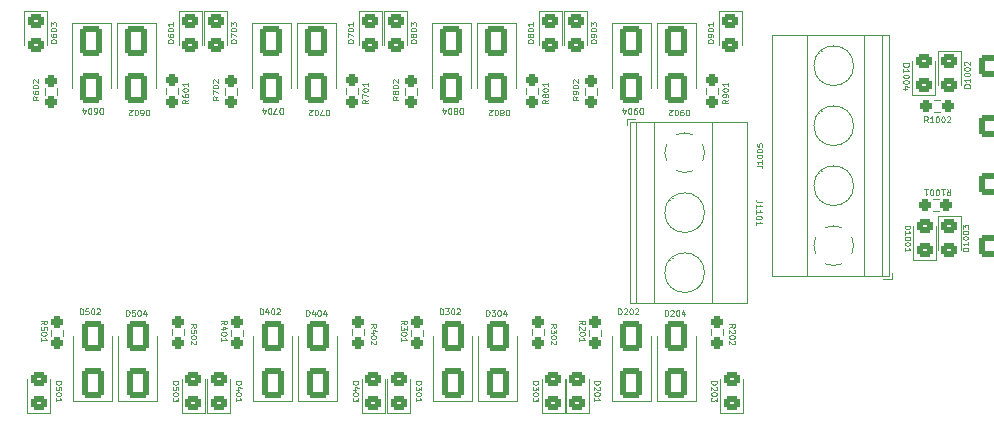
<source format=gbr>
%TF.GenerationSoftware,KiCad,Pcbnew,8.0.2*%
%TF.CreationDate,2024-07-03T12:32:50+02:00*%
%TF.ProjectId,OSSD_TEST_PCB,4f535344-5f54-4455-9354-5f5043422e6b,rev?*%
%TF.SameCoordinates,Original*%
%TF.FileFunction,Legend,Top*%
%TF.FilePolarity,Positive*%
%FSLAX46Y46*%
G04 Gerber Fmt 4.6, Leading zero omitted, Abs format (unit mm)*
G04 Created by KiCad (PCBNEW 8.0.2) date 2024-07-03 12:32:50*
%MOMM*%
%LPD*%
G01*
G04 APERTURE LIST*
G04 Aperture macros list*
%AMRoundRect*
0 Rectangle with rounded corners*
0 $1 Rounding radius*
0 $2 $3 $4 $5 $6 $7 $8 $9 X,Y pos of 4 corners*
0 Add a 4 corners polygon primitive as box body*
4,1,4,$2,$3,$4,$5,$6,$7,$8,$9,$2,$3,0*
0 Add four circle primitives for the rounded corners*
1,1,$1+$1,$2,$3*
1,1,$1+$1,$4,$5*
1,1,$1+$1,$6,$7*
1,1,$1+$1,$8,$9*
0 Add four rect primitives between the rounded corners*
20,1,$1+$1,$2,$3,$4,$5,0*
20,1,$1+$1,$4,$5,$6,$7,0*
20,1,$1+$1,$6,$7,$8,$9,0*
20,1,$1+$1,$8,$9,$2,$3,0*%
G04 Aperture macros list end*
%ADD10C,0.075000*%
%ADD11C,0.120000*%
%ADD12RoundRect,0.250000X0.650000X-1.000000X0.650000X1.000000X-0.650000X1.000000X-0.650000X-1.000000X0*%
%ADD13RoundRect,0.250000X0.450000X-0.325000X0.450000X0.325000X-0.450000X0.325000X-0.450000X-0.325000X0*%
%ADD14RoundRect,0.250000X-0.650000X1.000000X-0.650000X-1.000000X0.650000X-1.000000X0.650000X1.000000X0*%
%ADD15RoundRect,0.237500X0.237500X-0.250000X0.237500X0.250000X-0.237500X0.250000X-0.237500X-0.250000X0*%
%ADD16RoundRect,0.237500X-0.237500X0.250000X-0.237500X-0.250000X0.237500X-0.250000X0.237500X0.250000X0*%
%ADD17RoundRect,0.250000X-0.450000X0.325000X-0.450000X-0.325000X0.450000X-0.325000X0.450000X0.325000X0*%
%ADD18R,2.600000X2.600000*%
%ADD19C,2.600000*%
%ADD20RoundRect,0.237500X-0.250000X-0.237500X0.250000X-0.237500X0.250000X0.237500X-0.250000X0.237500X0*%
%ADD21RoundRect,0.250000X-0.675000X-0.675000X0.675000X-0.675000X0.675000X0.675000X-0.675000X0.675000X0*%
%ADD22RoundRect,0.250000X0.675000X0.675000X-0.675000X0.675000X-0.675000X-0.675000X0.675000X-0.675000X0*%
G04 APERTURE END LIST*
D10*
X120312762Y-110971409D02*
X120312762Y-110471409D01*
X120312762Y-110471409D02*
X120431810Y-110471409D01*
X120431810Y-110471409D02*
X120503238Y-110495219D01*
X120503238Y-110495219D02*
X120550857Y-110542838D01*
X120550857Y-110542838D02*
X120574667Y-110590457D01*
X120574667Y-110590457D02*
X120598476Y-110685695D01*
X120598476Y-110685695D02*
X120598476Y-110757123D01*
X120598476Y-110757123D02*
X120574667Y-110852361D01*
X120574667Y-110852361D02*
X120550857Y-110899980D01*
X120550857Y-110899980D02*
X120503238Y-110947600D01*
X120503238Y-110947600D02*
X120431810Y-110971409D01*
X120431810Y-110971409D02*
X120312762Y-110971409D01*
X121050857Y-110471409D02*
X120812762Y-110471409D01*
X120812762Y-110471409D02*
X120788953Y-110709504D01*
X120788953Y-110709504D02*
X120812762Y-110685695D01*
X120812762Y-110685695D02*
X120860381Y-110661885D01*
X120860381Y-110661885D02*
X120979429Y-110661885D01*
X120979429Y-110661885D02*
X121027048Y-110685695D01*
X121027048Y-110685695D02*
X121050857Y-110709504D01*
X121050857Y-110709504D02*
X121074667Y-110757123D01*
X121074667Y-110757123D02*
X121074667Y-110876171D01*
X121074667Y-110876171D02*
X121050857Y-110923790D01*
X121050857Y-110923790D02*
X121027048Y-110947600D01*
X121027048Y-110947600D02*
X120979429Y-110971409D01*
X120979429Y-110971409D02*
X120860381Y-110971409D01*
X120860381Y-110971409D02*
X120812762Y-110947600D01*
X120812762Y-110947600D02*
X120788953Y-110923790D01*
X121384190Y-110471409D02*
X121431809Y-110471409D01*
X121431809Y-110471409D02*
X121479428Y-110495219D01*
X121479428Y-110495219D02*
X121503238Y-110519028D01*
X121503238Y-110519028D02*
X121527047Y-110566647D01*
X121527047Y-110566647D02*
X121550857Y-110661885D01*
X121550857Y-110661885D02*
X121550857Y-110780933D01*
X121550857Y-110780933D02*
X121527047Y-110876171D01*
X121527047Y-110876171D02*
X121503238Y-110923790D01*
X121503238Y-110923790D02*
X121479428Y-110947600D01*
X121479428Y-110947600D02*
X121431809Y-110971409D01*
X121431809Y-110971409D02*
X121384190Y-110971409D01*
X121384190Y-110971409D02*
X121336571Y-110947600D01*
X121336571Y-110947600D02*
X121312762Y-110923790D01*
X121312762Y-110923790D02*
X121288952Y-110876171D01*
X121288952Y-110876171D02*
X121265143Y-110780933D01*
X121265143Y-110780933D02*
X121265143Y-110661885D01*
X121265143Y-110661885D02*
X121288952Y-110566647D01*
X121288952Y-110566647D02*
X121312762Y-110519028D01*
X121312762Y-110519028D02*
X121336571Y-110495219D01*
X121336571Y-110495219D02*
X121384190Y-110471409D01*
X121979428Y-110638076D02*
X121979428Y-110971409D01*
X121860380Y-110447600D02*
X121741333Y-110804742D01*
X121741333Y-110804742D02*
X122050856Y-110804742D01*
X144806590Y-116502762D02*
X145306590Y-116502762D01*
X145306590Y-116502762D02*
X145306590Y-116621810D01*
X145306590Y-116621810D02*
X145282780Y-116693238D01*
X145282780Y-116693238D02*
X145235161Y-116740857D01*
X145235161Y-116740857D02*
X145187542Y-116764667D01*
X145187542Y-116764667D02*
X145092304Y-116788476D01*
X145092304Y-116788476D02*
X145020876Y-116788476D01*
X145020876Y-116788476D02*
X144925638Y-116764667D01*
X144925638Y-116764667D02*
X144878019Y-116740857D01*
X144878019Y-116740857D02*
X144830400Y-116693238D01*
X144830400Y-116693238D02*
X144806590Y-116621810D01*
X144806590Y-116621810D02*
X144806590Y-116502762D01*
X145306590Y-116955143D02*
X145306590Y-117264667D01*
X145306590Y-117264667D02*
X145116114Y-117098000D01*
X145116114Y-117098000D02*
X145116114Y-117169429D01*
X145116114Y-117169429D02*
X145092304Y-117217048D01*
X145092304Y-117217048D02*
X145068495Y-117240857D01*
X145068495Y-117240857D02*
X145020876Y-117264667D01*
X145020876Y-117264667D02*
X144901828Y-117264667D01*
X144901828Y-117264667D02*
X144854209Y-117240857D01*
X144854209Y-117240857D02*
X144830400Y-117217048D01*
X144830400Y-117217048D02*
X144806590Y-117169429D01*
X144806590Y-117169429D02*
X144806590Y-117026572D01*
X144806590Y-117026572D02*
X144830400Y-116978953D01*
X144830400Y-116978953D02*
X144854209Y-116955143D01*
X145306590Y-117574190D02*
X145306590Y-117621809D01*
X145306590Y-117621809D02*
X145282780Y-117669428D01*
X145282780Y-117669428D02*
X145258971Y-117693238D01*
X145258971Y-117693238D02*
X145211352Y-117717047D01*
X145211352Y-117717047D02*
X145116114Y-117740857D01*
X145116114Y-117740857D02*
X144997066Y-117740857D01*
X144997066Y-117740857D02*
X144901828Y-117717047D01*
X144901828Y-117717047D02*
X144854209Y-117693238D01*
X144854209Y-117693238D02*
X144830400Y-117669428D01*
X144830400Y-117669428D02*
X144806590Y-117621809D01*
X144806590Y-117621809D02*
X144806590Y-117574190D01*
X144806590Y-117574190D02*
X144830400Y-117526571D01*
X144830400Y-117526571D02*
X144854209Y-117502762D01*
X144854209Y-117502762D02*
X144901828Y-117478952D01*
X144901828Y-117478952D02*
X144997066Y-117455143D01*
X144997066Y-117455143D02*
X145116114Y-117455143D01*
X145116114Y-117455143D02*
X145211352Y-117478952D01*
X145211352Y-117478952D02*
X145258971Y-117502762D01*
X145258971Y-117502762D02*
X145282780Y-117526571D01*
X145282780Y-117526571D02*
X145306590Y-117574190D01*
X144806590Y-118217047D02*
X144806590Y-117931333D01*
X144806590Y-118074190D02*
X145306590Y-118074190D01*
X145306590Y-118074190D02*
X145235161Y-118026571D01*
X145235161Y-118026571D02*
X145187542Y-117978952D01*
X145187542Y-117978952D02*
X145163733Y-117931333D01*
X148800237Y-93371590D02*
X148800237Y-93871590D01*
X148800237Y-93871590D02*
X148681189Y-93871590D01*
X148681189Y-93871590D02*
X148609761Y-93847780D01*
X148609761Y-93847780D02*
X148562142Y-93800161D01*
X148562142Y-93800161D02*
X148538332Y-93752542D01*
X148538332Y-93752542D02*
X148514523Y-93657304D01*
X148514523Y-93657304D02*
X148514523Y-93585876D01*
X148514523Y-93585876D02*
X148538332Y-93490638D01*
X148538332Y-93490638D02*
X148562142Y-93443019D01*
X148562142Y-93443019D02*
X148609761Y-93395400D01*
X148609761Y-93395400D02*
X148681189Y-93371590D01*
X148681189Y-93371590D02*
X148800237Y-93371590D01*
X148228808Y-93657304D02*
X148276427Y-93681114D01*
X148276427Y-93681114D02*
X148300237Y-93704923D01*
X148300237Y-93704923D02*
X148324046Y-93752542D01*
X148324046Y-93752542D02*
X148324046Y-93776352D01*
X148324046Y-93776352D02*
X148300237Y-93823971D01*
X148300237Y-93823971D02*
X148276427Y-93847780D01*
X148276427Y-93847780D02*
X148228808Y-93871590D01*
X148228808Y-93871590D02*
X148133570Y-93871590D01*
X148133570Y-93871590D02*
X148085951Y-93847780D01*
X148085951Y-93847780D02*
X148062142Y-93823971D01*
X148062142Y-93823971D02*
X148038332Y-93776352D01*
X148038332Y-93776352D02*
X148038332Y-93752542D01*
X148038332Y-93752542D02*
X148062142Y-93704923D01*
X148062142Y-93704923D02*
X148085951Y-93681114D01*
X148085951Y-93681114D02*
X148133570Y-93657304D01*
X148133570Y-93657304D02*
X148228808Y-93657304D01*
X148228808Y-93657304D02*
X148276427Y-93633495D01*
X148276427Y-93633495D02*
X148300237Y-93609685D01*
X148300237Y-93609685D02*
X148324046Y-93562066D01*
X148324046Y-93562066D02*
X148324046Y-93466828D01*
X148324046Y-93466828D02*
X148300237Y-93419209D01*
X148300237Y-93419209D02*
X148276427Y-93395400D01*
X148276427Y-93395400D02*
X148228808Y-93371590D01*
X148228808Y-93371590D02*
X148133570Y-93371590D01*
X148133570Y-93371590D02*
X148085951Y-93395400D01*
X148085951Y-93395400D02*
X148062142Y-93419209D01*
X148062142Y-93419209D02*
X148038332Y-93466828D01*
X148038332Y-93466828D02*
X148038332Y-93562066D01*
X148038332Y-93562066D02*
X148062142Y-93609685D01*
X148062142Y-93609685D02*
X148085951Y-93633495D01*
X148085951Y-93633495D02*
X148133570Y-93657304D01*
X147728809Y-93871590D02*
X147681190Y-93871590D01*
X147681190Y-93871590D02*
X147633571Y-93847780D01*
X147633571Y-93847780D02*
X147609761Y-93823971D01*
X147609761Y-93823971D02*
X147585952Y-93776352D01*
X147585952Y-93776352D02*
X147562142Y-93681114D01*
X147562142Y-93681114D02*
X147562142Y-93562066D01*
X147562142Y-93562066D02*
X147585952Y-93466828D01*
X147585952Y-93466828D02*
X147609761Y-93419209D01*
X147609761Y-93419209D02*
X147633571Y-93395400D01*
X147633571Y-93395400D02*
X147681190Y-93371590D01*
X147681190Y-93371590D02*
X147728809Y-93371590D01*
X147728809Y-93371590D02*
X147776428Y-93395400D01*
X147776428Y-93395400D02*
X147800237Y-93419209D01*
X147800237Y-93419209D02*
X147824047Y-93466828D01*
X147824047Y-93466828D02*
X147847856Y-93562066D01*
X147847856Y-93562066D02*
X147847856Y-93681114D01*
X147847856Y-93681114D02*
X147824047Y-93776352D01*
X147824047Y-93776352D02*
X147800237Y-93823971D01*
X147800237Y-93823971D02*
X147776428Y-93847780D01*
X147776428Y-93847780D02*
X147728809Y-93871590D01*
X147133571Y-93704923D02*
X147133571Y-93371590D01*
X147252619Y-93895400D02*
X147371666Y-93538257D01*
X147371666Y-93538257D02*
X147062143Y-93538257D01*
X128314590Y-111685476D02*
X128552685Y-111518810D01*
X128314590Y-111399762D02*
X128814590Y-111399762D01*
X128814590Y-111399762D02*
X128814590Y-111590238D01*
X128814590Y-111590238D02*
X128790780Y-111637857D01*
X128790780Y-111637857D02*
X128766971Y-111661667D01*
X128766971Y-111661667D02*
X128719352Y-111685476D01*
X128719352Y-111685476D02*
X128647923Y-111685476D01*
X128647923Y-111685476D02*
X128600304Y-111661667D01*
X128600304Y-111661667D02*
X128576495Y-111637857D01*
X128576495Y-111637857D02*
X128552685Y-111590238D01*
X128552685Y-111590238D02*
X128552685Y-111399762D01*
X128647923Y-112114048D02*
X128314590Y-112114048D01*
X128838400Y-111995000D02*
X128481257Y-111875953D01*
X128481257Y-111875953D02*
X128481257Y-112185476D01*
X128814590Y-112471190D02*
X128814590Y-112518809D01*
X128814590Y-112518809D02*
X128790780Y-112566428D01*
X128790780Y-112566428D02*
X128766971Y-112590238D01*
X128766971Y-112590238D02*
X128719352Y-112614047D01*
X128719352Y-112614047D02*
X128624114Y-112637857D01*
X128624114Y-112637857D02*
X128505066Y-112637857D01*
X128505066Y-112637857D02*
X128409828Y-112614047D01*
X128409828Y-112614047D02*
X128362209Y-112590238D01*
X128362209Y-112590238D02*
X128338400Y-112566428D01*
X128338400Y-112566428D02*
X128314590Y-112518809D01*
X128314590Y-112518809D02*
X128314590Y-112471190D01*
X128314590Y-112471190D02*
X128338400Y-112423571D01*
X128338400Y-112423571D02*
X128362209Y-112399762D01*
X128362209Y-112399762D02*
X128409828Y-112375952D01*
X128409828Y-112375952D02*
X128505066Y-112352143D01*
X128505066Y-112352143D02*
X128624114Y-112352143D01*
X128624114Y-112352143D02*
X128719352Y-112375952D01*
X128719352Y-112375952D02*
X128766971Y-112399762D01*
X128766971Y-112399762D02*
X128790780Y-112423571D01*
X128790780Y-112423571D02*
X128814590Y-112471190D01*
X128314590Y-113114047D02*
X128314590Y-112828333D01*
X128314590Y-112971190D02*
X128814590Y-112971190D01*
X128814590Y-112971190D02*
X128743161Y-112923571D01*
X128743161Y-112923571D02*
X128695542Y-112875952D01*
X128695542Y-112875952D02*
X128671733Y-112828333D01*
X186081590Y-89594667D02*
X186581590Y-89594667D01*
X186581590Y-89594667D02*
X186581590Y-89713715D01*
X186581590Y-89713715D02*
X186557780Y-89785143D01*
X186557780Y-89785143D02*
X186510161Y-89832762D01*
X186510161Y-89832762D02*
X186462542Y-89856572D01*
X186462542Y-89856572D02*
X186367304Y-89880381D01*
X186367304Y-89880381D02*
X186295876Y-89880381D01*
X186295876Y-89880381D02*
X186200638Y-89856572D01*
X186200638Y-89856572D02*
X186153019Y-89832762D01*
X186153019Y-89832762D02*
X186105400Y-89785143D01*
X186105400Y-89785143D02*
X186081590Y-89713715D01*
X186081590Y-89713715D02*
X186081590Y-89594667D01*
X186081590Y-90356572D02*
X186081590Y-90070858D01*
X186081590Y-90213715D02*
X186581590Y-90213715D01*
X186581590Y-90213715D02*
X186510161Y-90166096D01*
X186510161Y-90166096D02*
X186462542Y-90118477D01*
X186462542Y-90118477D02*
X186438733Y-90070858D01*
X186581590Y-90666095D02*
X186581590Y-90713714D01*
X186581590Y-90713714D02*
X186557780Y-90761333D01*
X186557780Y-90761333D02*
X186533971Y-90785143D01*
X186533971Y-90785143D02*
X186486352Y-90808952D01*
X186486352Y-90808952D02*
X186391114Y-90832762D01*
X186391114Y-90832762D02*
X186272066Y-90832762D01*
X186272066Y-90832762D02*
X186176828Y-90808952D01*
X186176828Y-90808952D02*
X186129209Y-90785143D01*
X186129209Y-90785143D02*
X186105400Y-90761333D01*
X186105400Y-90761333D02*
X186081590Y-90713714D01*
X186081590Y-90713714D02*
X186081590Y-90666095D01*
X186081590Y-90666095D02*
X186105400Y-90618476D01*
X186105400Y-90618476D02*
X186129209Y-90594667D01*
X186129209Y-90594667D02*
X186176828Y-90570857D01*
X186176828Y-90570857D02*
X186272066Y-90547048D01*
X186272066Y-90547048D02*
X186391114Y-90547048D01*
X186391114Y-90547048D02*
X186486352Y-90570857D01*
X186486352Y-90570857D02*
X186533971Y-90594667D01*
X186533971Y-90594667D02*
X186557780Y-90618476D01*
X186557780Y-90618476D02*
X186581590Y-90666095D01*
X186581590Y-91142285D02*
X186581590Y-91189904D01*
X186581590Y-91189904D02*
X186557780Y-91237523D01*
X186557780Y-91237523D02*
X186533971Y-91261333D01*
X186533971Y-91261333D02*
X186486352Y-91285142D01*
X186486352Y-91285142D02*
X186391114Y-91308952D01*
X186391114Y-91308952D02*
X186272066Y-91308952D01*
X186272066Y-91308952D02*
X186176828Y-91285142D01*
X186176828Y-91285142D02*
X186129209Y-91261333D01*
X186129209Y-91261333D02*
X186105400Y-91237523D01*
X186105400Y-91237523D02*
X186081590Y-91189904D01*
X186081590Y-91189904D02*
X186081590Y-91142285D01*
X186081590Y-91142285D02*
X186105400Y-91094666D01*
X186105400Y-91094666D02*
X186129209Y-91070857D01*
X186129209Y-91070857D02*
X186176828Y-91047047D01*
X186176828Y-91047047D02*
X186272066Y-91023238D01*
X186272066Y-91023238D02*
X186391114Y-91023238D01*
X186391114Y-91023238D02*
X186486352Y-91047047D01*
X186486352Y-91047047D02*
X186533971Y-91070857D01*
X186533971Y-91070857D02*
X186557780Y-91094666D01*
X186557780Y-91094666D02*
X186581590Y-91142285D01*
X186414923Y-91737523D02*
X186081590Y-91737523D01*
X186605400Y-91618475D02*
X186248257Y-91499428D01*
X186248257Y-91499428D02*
X186248257Y-91808951D01*
X158596409Y-92380523D02*
X158358314Y-92547189D01*
X158596409Y-92666237D02*
X158096409Y-92666237D01*
X158096409Y-92666237D02*
X158096409Y-92475761D01*
X158096409Y-92475761D02*
X158120219Y-92428142D01*
X158120219Y-92428142D02*
X158144028Y-92404332D01*
X158144028Y-92404332D02*
X158191647Y-92380523D01*
X158191647Y-92380523D02*
X158263076Y-92380523D01*
X158263076Y-92380523D02*
X158310695Y-92404332D01*
X158310695Y-92404332D02*
X158334504Y-92428142D01*
X158334504Y-92428142D02*
X158358314Y-92475761D01*
X158358314Y-92475761D02*
X158358314Y-92666237D01*
X158596409Y-92142427D02*
X158596409Y-92047189D01*
X158596409Y-92047189D02*
X158572600Y-91999570D01*
X158572600Y-91999570D02*
X158548790Y-91975761D01*
X158548790Y-91975761D02*
X158477361Y-91928142D01*
X158477361Y-91928142D02*
X158382123Y-91904332D01*
X158382123Y-91904332D02*
X158191647Y-91904332D01*
X158191647Y-91904332D02*
X158144028Y-91928142D01*
X158144028Y-91928142D02*
X158120219Y-91951951D01*
X158120219Y-91951951D02*
X158096409Y-91999570D01*
X158096409Y-91999570D02*
X158096409Y-92094808D01*
X158096409Y-92094808D02*
X158120219Y-92142427D01*
X158120219Y-92142427D02*
X158144028Y-92166237D01*
X158144028Y-92166237D02*
X158191647Y-92190046D01*
X158191647Y-92190046D02*
X158310695Y-92190046D01*
X158310695Y-92190046D02*
X158358314Y-92166237D01*
X158358314Y-92166237D02*
X158382123Y-92142427D01*
X158382123Y-92142427D02*
X158405933Y-92094808D01*
X158405933Y-92094808D02*
X158405933Y-91999570D01*
X158405933Y-91999570D02*
X158382123Y-91951951D01*
X158382123Y-91951951D02*
X158358314Y-91928142D01*
X158358314Y-91928142D02*
X158310695Y-91904332D01*
X158096409Y-91594809D02*
X158096409Y-91547190D01*
X158096409Y-91547190D02*
X158120219Y-91499571D01*
X158120219Y-91499571D02*
X158144028Y-91475761D01*
X158144028Y-91475761D02*
X158191647Y-91451952D01*
X158191647Y-91451952D02*
X158286885Y-91428142D01*
X158286885Y-91428142D02*
X158405933Y-91428142D01*
X158405933Y-91428142D02*
X158501171Y-91451952D01*
X158501171Y-91451952D02*
X158548790Y-91475761D01*
X158548790Y-91475761D02*
X158572600Y-91499571D01*
X158572600Y-91499571D02*
X158596409Y-91547190D01*
X158596409Y-91547190D02*
X158596409Y-91594809D01*
X158596409Y-91594809D02*
X158572600Y-91642428D01*
X158572600Y-91642428D02*
X158548790Y-91666237D01*
X158548790Y-91666237D02*
X158501171Y-91690047D01*
X158501171Y-91690047D02*
X158405933Y-91713856D01*
X158405933Y-91713856D02*
X158286885Y-91713856D01*
X158286885Y-91713856D02*
X158191647Y-91690047D01*
X158191647Y-91690047D02*
X158144028Y-91666237D01*
X158144028Y-91666237D02*
X158120219Y-91642428D01*
X158120219Y-91642428D02*
X158096409Y-91594809D01*
X158144028Y-91237666D02*
X158120219Y-91213857D01*
X158120219Y-91213857D02*
X158096409Y-91166238D01*
X158096409Y-91166238D02*
X158096409Y-91047190D01*
X158096409Y-91047190D02*
X158120219Y-90999571D01*
X158120219Y-90999571D02*
X158144028Y-90975762D01*
X158144028Y-90975762D02*
X158191647Y-90951952D01*
X158191647Y-90951952D02*
X158239266Y-90951952D01*
X158239266Y-90951952D02*
X158310695Y-90975762D01*
X158310695Y-90975762D02*
X158596409Y-91261476D01*
X158596409Y-91261476D02*
X158596409Y-90951952D01*
X125756590Y-111962476D02*
X125994685Y-111795810D01*
X125756590Y-111676762D02*
X126256590Y-111676762D01*
X126256590Y-111676762D02*
X126256590Y-111867238D01*
X126256590Y-111867238D02*
X126232780Y-111914857D01*
X126232780Y-111914857D02*
X126208971Y-111938667D01*
X126208971Y-111938667D02*
X126161352Y-111962476D01*
X126161352Y-111962476D02*
X126089923Y-111962476D01*
X126089923Y-111962476D02*
X126042304Y-111938667D01*
X126042304Y-111938667D02*
X126018495Y-111914857D01*
X126018495Y-111914857D02*
X125994685Y-111867238D01*
X125994685Y-111867238D02*
X125994685Y-111676762D01*
X126256590Y-112414857D02*
X126256590Y-112176762D01*
X126256590Y-112176762D02*
X126018495Y-112152953D01*
X126018495Y-112152953D02*
X126042304Y-112176762D01*
X126042304Y-112176762D02*
X126066114Y-112224381D01*
X126066114Y-112224381D02*
X126066114Y-112343429D01*
X126066114Y-112343429D02*
X126042304Y-112391048D01*
X126042304Y-112391048D02*
X126018495Y-112414857D01*
X126018495Y-112414857D02*
X125970876Y-112438667D01*
X125970876Y-112438667D02*
X125851828Y-112438667D01*
X125851828Y-112438667D02*
X125804209Y-112414857D01*
X125804209Y-112414857D02*
X125780400Y-112391048D01*
X125780400Y-112391048D02*
X125756590Y-112343429D01*
X125756590Y-112343429D02*
X125756590Y-112224381D01*
X125756590Y-112224381D02*
X125780400Y-112176762D01*
X125780400Y-112176762D02*
X125804209Y-112152953D01*
X126256590Y-112748190D02*
X126256590Y-112795809D01*
X126256590Y-112795809D02*
X126232780Y-112843428D01*
X126232780Y-112843428D02*
X126208971Y-112867238D01*
X126208971Y-112867238D02*
X126161352Y-112891047D01*
X126161352Y-112891047D02*
X126066114Y-112914857D01*
X126066114Y-112914857D02*
X125947066Y-112914857D01*
X125947066Y-112914857D02*
X125851828Y-112891047D01*
X125851828Y-112891047D02*
X125804209Y-112867238D01*
X125804209Y-112867238D02*
X125780400Y-112843428D01*
X125780400Y-112843428D02*
X125756590Y-112795809D01*
X125756590Y-112795809D02*
X125756590Y-112748190D01*
X125756590Y-112748190D02*
X125780400Y-112700571D01*
X125780400Y-112700571D02*
X125804209Y-112676762D01*
X125804209Y-112676762D02*
X125851828Y-112652952D01*
X125851828Y-112652952D02*
X125947066Y-112629143D01*
X125947066Y-112629143D02*
X126066114Y-112629143D01*
X126066114Y-112629143D02*
X126161352Y-112652952D01*
X126161352Y-112652952D02*
X126208971Y-112676762D01*
X126208971Y-112676762D02*
X126232780Y-112700571D01*
X126232780Y-112700571D02*
X126256590Y-112748190D01*
X126208971Y-113105333D02*
X126232780Y-113129142D01*
X126232780Y-113129142D02*
X126256590Y-113176761D01*
X126256590Y-113176761D02*
X126256590Y-113295809D01*
X126256590Y-113295809D02*
X126232780Y-113343428D01*
X126232780Y-113343428D02*
X126208971Y-113367237D01*
X126208971Y-113367237D02*
X126161352Y-113391047D01*
X126161352Y-113391047D02*
X126113733Y-113391047D01*
X126113733Y-113391047D02*
X126042304Y-113367237D01*
X126042304Y-113367237D02*
X125756590Y-113081523D01*
X125756590Y-113081523D02*
X125756590Y-113391047D01*
X118320237Y-93371590D02*
X118320237Y-93871590D01*
X118320237Y-93871590D02*
X118201189Y-93871590D01*
X118201189Y-93871590D02*
X118129761Y-93847780D01*
X118129761Y-93847780D02*
X118082142Y-93800161D01*
X118082142Y-93800161D02*
X118058332Y-93752542D01*
X118058332Y-93752542D02*
X118034523Y-93657304D01*
X118034523Y-93657304D02*
X118034523Y-93585876D01*
X118034523Y-93585876D02*
X118058332Y-93490638D01*
X118058332Y-93490638D02*
X118082142Y-93443019D01*
X118082142Y-93443019D02*
X118129761Y-93395400D01*
X118129761Y-93395400D02*
X118201189Y-93371590D01*
X118201189Y-93371590D02*
X118320237Y-93371590D01*
X117605951Y-93871590D02*
X117701189Y-93871590D01*
X117701189Y-93871590D02*
X117748808Y-93847780D01*
X117748808Y-93847780D02*
X117772618Y-93823971D01*
X117772618Y-93823971D02*
X117820237Y-93752542D01*
X117820237Y-93752542D02*
X117844046Y-93657304D01*
X117844046Y-93657304D02*
X117844046Y-93466828D01*
X117844046Y-93466828D02*
X117820237Y-93419209D01*
X117820237Y-93419209D02*
X117796427Y-93395400D01*
X117796427Y-93395400D02*
X117748808Y-93371590D01*
X117748808Y-93371590D02*
X117653570Y-93371590D01*
X117653570Y-93371590D02*
X117605951Y-93395400D01*
X117605951Y-93395400D02*
X117582142Y-93419209D01*
X117582142Y-93419209D02*
X117558332Y-93466828D01*
X117558332Y-93466828D02*
X117558332Y-93585876D01*
X117558332Y-93585876D02*
X117582142Y-93633495D01*
X117582142Y-93633495D02*
X117605951Y-93657304D01*
X117605951Y-93657304D02*
X117653570Y-93681114D01*
X117653570Y-93681114D02*
X117748808Y-93681114D01*
X117748808Y-93681114D02*
X117796427Y-93657304D01*
X117796427Y-93657304D02*
X117820237Y-93633495D01*
X117820237Y-93633495D02*
X117844046Y-93585876D01*
X117248809Y-93871590D02*
X117201190Y-93871590D01*
X117201190Y-93871590D02*
X117153571Y-93847780D01*
X117153571Y-93847780D02*
X117129761Y-93823971D01*
X117129761Y-93823971D02*
X117105952Y-93776352D01*
X117105952Y-93776352D02*
X117082142Y-93681114D01*
X117082142Y-93681114D02*
X117082142Y-93562066D01*
X117082142Y-93562066D02*
X117105952Y-93466828D01*
X117105952Y-93466828D02*
X117129761Y-93419209D01*
X117129761Y-93419209D02*
X117153571Y-93395400D01*
X117153571Y-93395400D02*
X117201190Y-93371590D01*
X117201190Y-93371590D02*
X117248809Y-93371590D01*
X117248809Y-93371590D02*
X117296428Y-93395400D01*
X117296428Y-93395400D02*
X117320237Y-93419209D01*
X117320237Y-93419209D02*
X117344047Y-93466828D01*
X117344047Y-93466828D02*
X117367856Y-93562066D01*
X117367856Y-93562066D02*
X117367856Y-93681114D01*
X117367856Y-93681114D02*
X117344047Y-93776352D01*
X117344047Y-93776352D02*
X117320237Y-93823971D01*
X117320237Y-93823971D02*
X117296428Y-93847780D01*
X117296428Y-93847780D02*
X117248809Y-93871590D01*
X116653571Y-93704923D02*
X116653571Y-93371590D01*
X116772619Y-93895400D02*
X116891666Y-93538257D01*
X116891666Y-93538257D02*
X116582143Y-93538257D01*
X161968762Y-110844409D02*
X161968762Y-110344409D01*
X161968762Y-110344409D02*
X162087810Y-110344409D01*
X162087810Y-110344409D02*
X162159238Y-110368219D01*
X162159238Y-110368219D02*
X162206857Y-110415838D01*
X162206857Y-110415838D02*
X162230667Y-110463457D01*
X162230667Y-110463457D02*
X162254476Y-110558695D01*
X162254476Y-110558695D02*
X162254476Y-110630123D01*
X162254476Y-110630123D02*
X162230667Y-110725361D01*
X162230667Y-110725361D02*
X162206857Y-110772980D01*
X162206857Y-110772980D02*
X162159238Y-110820600D01*
X162159238Y-110820600D02*
X162087810Y-110844409D01*
X162087810Y-110844409D02*
X161968762Y-110844409D01*
X162444953Y-110392028D02*
X162468762Y-110368219D01*
X162468762Y-110368219D02*
X162516381Y-110344409D01*
X162516381Y-110344409D02*
X162635429Y-110344409D01*
X162635429Y-110344409D02*
X162683048Y-110368219D01*
X162683048Y-110368219D02*
X162706857Y-110392028D01*
X162706857Y-110392028D02*
X162730667Y-110439647D01*
X162730667Y-110439647D02*
X162730667Y-110487266D01*
X162730667Y-110487266D02*
X162706857Y-110558695D01*
X162706857Y-110558695D02*
X162421143Y-110844409D01*
X162421143Y-110844409D02*
X162730667Y-110844409D01*
X163040190Y-110344409D02*
X163087809Y-110344409D01*
X163087809Y-110344409D02*
X163135428Y-110368219D01*
X163135428Y-110368219D02*
X163159238Y-110392028D01*
X163159238Y-110392028D02*
X163183047Y-110439647D01*
X163183047Y-110439647D02*
X163206857Y-110534885D01*
X163206857Y-110534885D02*
X163206857Y-110653933D01*
X163206857Y-110653933D02*
X163183047Y-110749171D01*
X163183047Y-110749171D02*
X163159238Y-110796790D01*
X163159238Y-110796790D02*
X163135428Y-110820600D01*
X163135428Y-110820600D02*
X163087809Y-110844409D01*
X163087809Y-110844409D02*
X163040190Y-110844409D01*
X163040190Y-110844409D02*
X162992571Y-110820600D01*
X162992571Y-110820600D02*
X162968762Y-110796790D01*
X162968762Y-110796790D02*
X162944952Y-110749171D01*
X162944952Y-110749171D02*
X162921143Y-110653933D01*
X162921143Y-110653933D02*
X162921143Y-110534885D01*
X162921143Y-110534885D02*
X162944952Y-110439647D01*
X162944952Y-110439647D02*
X162968762Y-110392028D01*
X162968762Y-110392028D02*
X162992571Y-110368219D01*
X162992571Y-110368219D02*
X163040190Y-110344409D01*
X163397333Y-110392028D02*
X163421142Y-110368219D01*
X163421142Y-110368219D02*
X163468761Y-110344409D01*
X163468761Y-110344409D02*
X163587809Y-110344409D01*
X163587809Y-110344409D02*
X163635428Y-110368219D01*
X163635428Y-110368219D02*
X163659237Y-110392028D01*
X163659237Y-110392028D02*
X163683047Y-110439647D01*
X163683047Y-110439647D02*
X163683047Y-110487266D01*
X163683047Y-110487266D02*
X163659237Y-110558695D01*
X163659237Y-110558695D02*
X163373523Y-110844409D01*
X163373523Y-110844409D02*
X163683047Y-110844409D01*
X170026409Y-87840237D02*
X169526409Y-87840237D01*
X169526409Y-87840237D02*
X169526409Y-87721189D01*
X169526409Y-87721189D02*
X169550219Y-87649761D01*
X169550219Y-87649761D02*
X169597838Y-87602142D01*
X169597838Y-87602142D02*
X169645457Y-87578332D01*
X169645457Y-87578332D02*
X169740695Y-87554523D01*
X169740695Y-87554523D02*
X169812123Y-87554523D01*
X169812123Y-87554523D02*
X169907361Y-87578332D01*
X169907361Y-87578332D02*
X169954980Y-87602142D01*
X169954980Y-87602142D02*
X170002600Y-87649761D01*
X170002600Y-87649761D02*
X170026409Y-87721189D01*
X170026409Y-87721189D02*
X170026409Y-87840237D01*
X170026409Y-87316427D02*
X170026409Y-87221189D01*
X170026409Y-87221189D02*
X170002600Y-87173570D01*
X170002600Y-87173570D02*
X169978790Y-87149761D01*
X169978790Y-87149761D02*
X169907361Y-87102142D01*
X169907361Y-87102142D02*
X169812123Y-87078332D01*
X169812123Y-87078332D02*
X169621647Y-87078332D01*
X169621647Y-87078332D02*
X169574028Y-87102142D01*
X169574028Y-87102142D02*
X169550219Y-87125951D01*
X169550219Y-87125951D02*
X169526409Y-87173570D01*
X169526409Y-87173570D02*
X169526409Y-87268808D01*
X169526409Y-87268808D02*
X169550219Y-87316427D01*
X169550219Y-87316427D02*
X169574028Y-87340237D01*
X169574028Y-87340237D02*
X169621647Y-87364046D01*
X169621647Y-87364046D02*
X169740695Y-87364046D01*
X169740695Y-87364046D02*
X169788314Y-87340237D01*
X169788314Y-87340237D02*
X169812123Y-87316427D01*
X169812123Y-87316427D02*
X169835933Y-87268808D01*
X169835933Y-87268808D02*
X169835933Y-87173570D01*
X169835933Y-87173570D02*
X169812123Y-87125951D01*
X169812123Y-87125951D02*
X169788314Y-87102142D01*
X169788314Y-87102142D02*
X169740695Y-87078332D01*
X169526409Y-86768809D02*
X169526409Y-86721190D01*
X169526409Y-86721190D02*
X169550219Y-86673571D01*
X169550219Y-86673571D02*
X169574028Y-86649761D01*
X169574028Y-86649761D02*
X169621647Y-86625952D01*
X169621647Y-86625952D02*
X169716885Y-86602142D01*
X169716885Y-86602142D02*
X169835933Y-86602142D01*
X169835933Y-86602142D02*
X169931171Y-86625952D01*
X169931171Y-86625952D02*
X169978790Y-86649761D01*
X169978790Y-86649761D02*
X170002600Y-86673571D01*
X170002600Y-86673571D02*
X170026409Y-86721190D01*
X170026409Y-86721190D02*
X170026409Y-86768809D01*
X170026409Y-86768809D02*
X170002600Y-86816428D01*
X170002600Y-86816428D02*
X169978790Y-86840237D01*
X169978790Y-86840237D02*
X169931171Y-86864047D01*
X169931171Y-86864047D02*
X169835933Y-86887856D01*
X169835933Y-86887856D02*
X169716885Y-86887856D01*
X169716885Y-86887856D02*
X169621647Y-86864047D01*
X169621647Y-86864047D02*
X169574028Y-86840237D01*
X169574028Y-86840237D02*
X169550219Y-86816428D01*
X169550219Y-86816428D02*
X169526409Y-86768809D01*
X170026409Y-86125952D02*
X170026409Y-86411666D01*
X170026409Y-86268809D02*
X169526409Y-86268809D01*
X169526409Y-86268809D02*
X169597838Y-86316428D01*
X169597838Y-86316428D02*
X169645457Y-86364047D01*
X169645457Y-86364047D02*
X169669266Y-86411666D01*
X133560237Y-93371590D02*
X133560237Y-93871590D01*
X133560237Y-93871590D02*
X133441189Y-93871590D01*
X133441189Y-93871590D02*
X133369761Y-93847780D01*
X133369761Y-93847780D02*
X133322142Y-93800161D01*
X133322142Y-93800161D02*
X133298332Y-93752542D01*
X133298332Y-93752542D02*
X133274523Y-93657304D01*
X133274523Y-93657304D02*
X133274523Y-93585876D01*
X133274523Y-93585876D02*
X133298332Y-93490638D01*
X133298332Y-93490638D02*
X133322142Y-93443019D01*
X133322142Y-93443019D02*
X133369761Y-93395400D01*
X133369761Y-93395400D02*
X133441189Y-93371590D01*
X133441189Y-93371590D02*
X133560237Y-93371590D01*
X133107856Y-93871590D02*
X132774523Y-93871590D01*
X132774523Y-93871590D02*
X132988808Y-93371590D01*
X132488809Y-93871590D02*
X132441190Y-93871590D01*
X132441190Y-93871590D02*
X132393571Y-93847780D01*
X132393571Y-93847780D02*
X132369761Y-93823971D01*
X132369761Y-93823971D02*
X132345952Y-93776352D01*
X132345952Y-93776352D02*
X132322142Y-93681114D01*
X132322142Y-93681114D02*
X132322142Y-93562066D01*
X132322142Y-93562066D02*
X132345952Y-93466828D01*
X132345952Y-93466828D02*
X132369761Y-93419209D01*
X132369761Y-93419209D02*
X132393571Y-93395400D01*
X132393571Y-93395400D02*
X132441190Y-93371590D01*
X132441190Y-93371590D02*
X132488809Y-93371590D01*
X132488809Y-93371590D02*
X132536428Y-93395400D01*
X132536428Y-93395400D02*
X132560237Y-93419209D01*
X132560237Y-93419209D02*
X132584047Y-93466828D01*
X132584047Y-93466828D02*
X132607856Y-93562066D01*
X132607856Y-93562066D02*
X132607856Y-93681114D01*
X132607856Y-93681114D02*
X132584047Y-93776352D01*
X132584047Y-93776352D02*
X132560237Y-93823971D01*
X132560237Y-93823971D02*
X132536428Y-93847780D01*
X132536428Y-93847780D02*
X132488809Y-93871590D01*
X131893571Y-93704923D02*
X131893571Y-93371590D01*
X132012619Y-93895400D02*
X132131666Y-93538257D01*
X132131666Y-93538257D02*
X131822143Y-93538257D01*
X152737237Y-93498590D02*
X152737237Y-93998590D01*
X152737237Y-93998590D02*
X152618189Y-93998590D01*
X152618189Y-93998590D02*
X152546761Y-93974780D01*
X152546761Y-93974780D02*
X152499142Y-93927161D01*
X152499142Y-93927161D02*
X152475332Y-93879542D01*
X152475332Y-93879542D02*
X152451523Y-93784304D01*
X152451523Y-93784304D02*
X152451523Y-93712876D01*
X152451523Y-93712876D02*
X152475332Y-93617638D01*
X152475332Y-93617638D02*
X152499142Y-93570019D01*
X152499142Y-93570019D02*
X152546761Y-93522400D01*
X152546761Y-93522400D02*
X152618189Y-93498590D01*
X152618189Y-93498590D02*
X152737237Y-93498590D01*
X152165808Y-93784304D02*
X152213427Y-93808114D01*
X152213427Y-93808114D02*
X152237237Y-93831923D01*
X152237237Y-93831923D02*
X152261046Y-93879542D01*
X152261046Y-93879542D02*
X152261046Y-93903352D01*
X152261046Y-93903352D02*
X152237237Y-93950971D01*
X152237237Y-93950971D02*
X152213427Y-93974780D01*
X152213427Y-93974780D02*
X152165808Y-93998590D01*
X152165808Y-93998590D02*
X152070570Y-93998590D01*
X152070570Y-93998590D02*
X152022951Y-93974780D01*
X152022951Y-93974780D02*
X151999142Y-93950971D01*
X151999142Y-93950971D02*
X151975332Y-93903352D01*
X151975332Y-93903352D02*
X151975332Y-93879542D01*
X151975332Y-93879542D02*
X151999142Y-93831923D01*
X151999142Y-93831923D02*
X152022951Y-93808114D01*
X152022951Y-93808114D02*
X152070570Y-93784304D01*
X152070570Y-93784304D02*
X152165808Y-93784304D01*
X152165808Y-93784304D02*
X152213427Y-93760495D01*
X152213427Y-93760495D02*
X152237237Y-93736685D01*
X152237237Y-93736685D02*
X152261046Y-93689066D01*
X152261046Y-93689066D02*
X152261046Y-93593828D01*
X152261046Y-93593828D02*
X152237237Y-93546209D01*
X152237237Y-93546209D02*
X152213427Y-93522400D01*
X152213427Y-93522400D02*
X152165808Y-93498590D01*
X152165808Y-93498590D02*
X152070570Y-93498590D01*
X152070570Y-93498590D02*
X152022951Y-93522400D01*
X152022951Y-93522400D02*
X151999142Y-93546209D01*
X151999142Y-93546209D02*
X151975332Y-93593828D01*
X151975332Y-93593828D02*
X151975332Y-93689066D01*
X151975332Y-93689066D02*
X151999142Y-93736685D01*
X151999142Y-93736685D02*
X152022951Y-93760495D01*
X152022951Y-93760495D02*
X152070570Y-93784304D01*
X151665809Y-93998590D02*
X151618190Y-93998590D01*
X151618190Y-93998590D02*
X151570571Y-93974780D01*
X151570571Y-93974780D02*
X151546761Y-93950971D01*
X151546761Y-93950971D02*
X151522952Y-93903352D01*
X151522952Y-93903352D02*
X151499142Y-93808114D01*
X151499142Y-93808114D02*
X151499142Y-93689066D01*
X151499142Y-93689066D02*
X151522952Y-93593828D01*
X151522952Y-93593828D02*
X151546761Y-93546209D01*
X151546761Y-93546209D02*
X151570571Y-93522400D01*
X151570571Y-93522400D02*
X151618190Y-93498590D01*
X151618190Y-93498590D02*
X151665809Y-93498590D01*
X151665809Y-93498590D02*
X151713428Y-93522400D01*
X151713428Y-93522400D02*
X151737237Y-93546209D01*
X151737237Y-93546209D02*
X151761047Y-93593828D01*
X151761047Y-93593828D02*
X151784856Y-93689066D01*
X151784856Y-93689066D02*
X151784856Y-93808114D01*
X151784856Y-93808114D02*
X151761047Y-93903352D01*
X151761047Y-93903352D02*
X151737237Y-93950971D01*
X151737237Y-93950971D02*
X151713428Y-93974780D01*
X151713428Y-93974780D02*
X151665809Y-93998590D01*
X151308666Y-93950971D02*
X151284857Y-93974780D01*
X151284857Y-93974780D02*
X151237238Y-93998590D01*
X151237238Y-93998590D02*
X151118190Y-93998590D01*
X151118190Y-93998590D02*
X151070571Y-93974780D01*
X151070571Y-93974780D02*
X151046762Y-93950971D01*
X151046762Y-93950971D02*
X151022952Y-93903352D01*
X151022952Y-93903352D02*
X151022952Y-93855733D01*
X151022952Y-93855733D02*
X151046762Y-93784304D01*
X151046762Y-93784304D02*
X151332476Y-93498590D01*
X151332476Y-93498590D02*
X151022952Y-93498590D01*
X154712590Y-116502762D02*
X155212590Y-116502762D01*
X155212590Y-116502762D02*
X155212590Y-116621810D01*
X155212590Y-116621810D02*
X155188780Y-116693238D01*
X155188780Y-116693238D02*
X155141161Y-116740857D01*
X155141161Y-116740857D02*
X155093542Y-116764667D01*
X155093542Y-116764667D02*
X154998304Y-116788476D01*
X154998304Y-116788476D02*
X154926876Y-116788476D01*
X154926876Y-116788476D02*
X154831638Y-116764667D01*
X154831638Y-116764667D02*
X154784019Y-116740857D01*
X154784019Y-116740857D02*
X154736400Y-116693238D01*
X154736400Y-116693238D02*
X154712590Y-116621810D01*
X154712590Y-116621810D02*
X154712590Y-116502762D01*
X155212590Y-116955143D02*
X155212590Y-117264667D01*
X155212590Y-117264667D02*
X155022114Y-117098000D01*
X155022114Y-117098000D02*
X155022114Y-117169429D01*
X155022114Y-117169429D02*
X154998304Y-117217048D01*
X154998304Y-117217048D02*
X154974495Y-117240857D01*
X154974495Y-117240857D02*
X154926876Y-117264667D01*
X154926876Y-117264667D02*
X154807828Y-117264667D01*
X154807828Y-117264667D02*
X154760209Y-117240857D01*
X154760209Y-117240857D02*
X154736400Y-117217048D01*
X154736400Y-117217048D02*
X154712590Y-117169429D01*
X154712590Y-117169429D02*
X154712590Y-117026572D01*
X154712590Y-117026572D02*
X154736400Y-116978953D01*
X154736400Y-116978953D02*
X154760209Y-116955143D01*
X155212590Y-117574190D02*
X155212590Y-117621809D01*
X155212590Y-117621809D02*
X155188780Y-117669428D01*
X155188780Y-117669428D02*
X155164971Y-117693238D01*
X155164971Y-117693238D02*
X155117352Y-117717047D01*
X155117352Y-117717047D02*
X155022114Y-117740857D01*
X155022114Y-117740857D02*
X154903066Y-117740857D01*
X154903066Y-117740857D02*
X154807828Y-117717047D01*
X154807828Y-117717047D02*
X154760209Y-117693238D01*
X154760209Y-117693238D02*
X154736400Y-117669428D01*
X154736400Y-117669428D02*
X154712590Y-117621809D01*
X154712590Y-117621809D02*
X154712590Y-117574190D01*
X154712590Y-117574190D02*
X154736400Y-117526571D01*
X154736400Y-117526571D02*
X154760209Y-117502762D01*
X154760209Y-117502762D02*
X154807828Y-117478952D01*
X154807828Y-117478952D02*
X154903066Y-117455143D01*
X154903066Y-117455143D02*
X155022114Y-117455143D01*
X155022114Y-117455143D02*
X155117352Y-117478952D01*
X155117352Y-117478952D02*
X155164971Y-117502762D01*
X155164971Y-117502762D02*
X155188780Y-117526571D01*
X155188780Y-117526571D02*
X155212590Y-117574190D01*
X155212590Y-117907523D02*
X155212590Y-118217047D01*
X155212590Y-118217047D02*
X155022114Y-118050380D01*
X155022114Y-118050380D02*
X155022114Y-118121809D01*
X155022114Y-118121809D02*
X154998304Y-118169428D01*
X154998304Y-118169428D02*
X154974495Y-118193237D01*
X154974495Y-118193237D02*
X154926876Y-118217047D01*
X154926876Y-118217047D02*
X154807828Y-118217047D01*
X154807828Y-118217047D02*
X154760209Y-118193237D01*
X154760209Y-118193237D02*
X154736400Y-118169428D01*
X154736400Y-118169428D02*
X154712590Y-118121809D01*
X154712590Y-118121809D02*
X154712590Y-117978952D01*
X154712590Y-117978952D02*
X154736400Y-117931333D01*
X154736400Y-117931333D02*
X154760209Y-117907523D01*
X167977237Y-93498590D02*
X167977237Y-93998590D01*
X167977237Y-93998590D02*
X167858189Y-93998590D01*
X167858189Y-93998590D02*
X167786761Y-93974780D01*
X167786761Y-93974780D02*
X167739142Y-93927161D01*
X167739142Y-93927161D02*
X167715332Y-93879542D01*
X167715332Y-93879542D02*
X167691523Y-93784304D01*
X167691523Y-93784304D02*
X167691523Y-93712876D01*
X167691523Y-93712876D02*
X167715332Y-93617638D01*
X167715332Y-93617638D02*
X167739142Y-93570019D01*
X167739142Y-93570019D02*
X167786761Y-93522400D01*
X167786761Y-93522400D02*
X167858189Y-93498590D01*
X167858189Y-93498590D02*
X167977237Y-93498590D01*
X167453427Y-93498590D02*
X167358189Y-93498590D01*
X167358189Y-93498590D02*
X167310570Y-93522400D01*
X167310570Y-93522400D02*
X167286761Y-93546209D01*
X167286761Y-93546209D02*
X167239142Y-93617638D01*
X167239142Y-93617638D02*
X167215332Y-93712876D01*
X167215332Y-93712876D02*
X167215332Y-93903352D01*
X167215332Y-93903352D02*
X167239142Y-93950971D01*
X167239142Y-93950971D02*
X167262951Y-93974780D01*
X167262951Y-93974780D02*
X167310570Y-93998590D01*
X167310570Y-93998590D02*
X167405808Y-93998590D01*
X167405808Y-93998590D02*
X167453427Y-93974780D01*
X167453427Y-93974780D02*
X167477237Y-93950971D01*
X167477237Y-93950971D02*
X167501046Y-93903352D01*
X167501046Y-93903352D02*
X167501046Y-93784304D01*
X167501046Y-93784304D02*
X167477237Y-93736685D01*
X167477237Y-93736685D02*
X167453427Y-93712876D01*
X167453427Y-93712876D02*
X167405808Y-93689066D01*
X167405808Y-93689066D02*
X167310570Y-93689066D01*
X167310570Y-93689066D02*
X167262951Y-93712876D01*
X167262951Y-93712876D02*
X167239142Y-93736685D01*
X167239142Y-93736685D02*
X167215332Y-93784304D01*
X166905809Y-93998590D02*
X166858190Y-93998590D01*
X166858190Y-93998590D02*
X166810571Y-93974780D01*
X166810571Y-93974780D02*
X166786761Y-93950971D01*
X166786761Y-93950971D02*
X166762952Y-93903352D01*
X166762952Y-93903352D02*
X166739142Y-93808114D01*
X166739142Y-93808114D02*
X166739142Y-93689066D01*
X166739142Y-93689066D02*
X166762952Y-93593828D01*
X166762952Y-93593828D02*
X166786761Y-93546209D01*
X166786761Y-93546209D02*
X166810571Y-93522400D01*
X166810571Y-93522400D02*
X166858190Y-93498590D01*
X166858190Y-93498590D02*
X166905809Y-93498590D01*
X166905809Y-93498590D02*
X166953428Y-93522400D01*
X166953428Y-93522400D02*
X166977237Y-93546209D01*
X166977237Y-93546209D02*
X167001047Y-93593828D01*
X167001047Y-93593828D02*
X167024856Y-93689066D01*
X167024856Y-93689066D02*
X167024856Y-93808114D01*
X167024856Y-93808114D02*
X167001047Y-93903352D01*
X167001047Y-93903352D02*
X166977237Y-93950971D01*
X166977237Y-93950971D02*
X166953428Y-93974780D01*
X166953428Y-93974780D02*
X166905809Y-93998590D01*
X166548666Y-93950971D02*
X166524857Y-93974780D01*
X166524857Y-93974780D02*
X166477238Y-93998590D01*
X166477238Y-93998590D02*
X166358190Y-93998590D01*
X166358190Y-93998590D02*
X166310571Y-93974780D01*
X166310571Y-93974780D02*
X166286762Y-93950971D01*
X166286762Y-93950971D02*
X166262952Y-93903352D01*
X166262952Y-93903352D02*
X166262952Y-93855733D01*
X166262952Y-93855733D02*
X166286762Y-93784304D01*
X166286762Y-93784304D02*
X166572476Y-93498590D01*
X166572476Y-93498590D02*
X166262952Y-93498590D01*
X154786409Y-87840237D02*
X154286409Y-87840237D01*
X154286409Y-87840237D02*
X154286409Y-87721189D01*
X154286409Y-87721189D02*
X154310219Y-87649761D01*
X154310219Y-87649761D02*
X154357838Y-87602142D01*
X154357838Y-87602142D02*
X154405457Y-87578332D01*
X154405457Y-87578332D02*
X154500695Y-87554523D01*
X154500695Y-87554523D02*
X154572123Y-87554523D01*
X154572123Y-87554523D02*
X154667361Y-87578332D01*
X154667361Y-87578332D02*
X154714980Y-87602142D01*
X154714980Y-87602142D02*
X154762600Y-87649761D01*
X154762600Y-87649761D02*
X154786409Y-87721189D01*
X154786409Y-87721189D02*
X154786409Y-87840237D01*
X154500695Y-87268808D02*
X154476885Y-87316427D01*
X154476885Y-87316427D02*
X154453076Y-87340237D01*
X154453076Y-87340237D02*
X154405457Y-87364046D01*
X154405457Y-87364046D02*
X154381647Y-87364046D01*
X154381647Y-87364046D02*
X154334028Y-87340237D01*
X154334028Y-87340237D02*
X154310219Y-87316427D01*
X154310219Y-87316427D02*
X154286409Y-87268808D01*
X154286409Y-87268808D02*
X154286409Y-87173570D01*
X154286409Y-87173570D02*
X154310219Y-87125951D01*
X154310219Y-87125951D02*
X154334028Y-87102142D01*
X154334028Y-87102142D02*
X154381647Y-87078332D01*
X154381647Y-87078332D02*
X154405457Y-87078332D01*
X154405457Y-87078332D02*
X154453076Y-87102142D01*
X154453076Y-87102142D02*
X154476885Y-87125951D01*
X154476885Y-87125951D02*
X154500695Y-87173570D01*
X154500695Y-87173570D02*
X154500695Y-87268808D01*
X154500695Y-87268808D02*
X154524504Y-87316427D01*
X154524504Y-87316427D02*
X154548314Y-87340237D01*
X154548314Y-87340237D02*
X154595933Y-87364046D01*
X154595933Y-87364046D02*
X154691171Y-87364046D01*
X154691171Y-87364046D02*
X154738790Y-87340237D01*
X154738790Y-87340237D02*
X154762600Y-87316427D01*
X154762600Y-87316427D02*
X154786409Y-87268808D01*
X154786409Y-87268808D02*
X154786409Y-87173570D01*
X154786409Y-87173570D02*
X154762600Y-87125951D01*
X154762600Y-87125951D02*
X154738790Y-87102142D01*
X154738790Y-87102142D02*
X154691171Y-87078332D01*
X154691171Y-87078332D02*
X154595933Y-87078332D01*
X154595933Y-87078332D02*
X154548314Y-87102142D01*
X154548314Y-87102142D02*
X154524504Y-87125951D01*
X154524504Y-87125951D02*
X154500695Y-87173570D01*
X154286409Y-86768809D02*
X154286409Y-86721190D01*
X154286409Y-86721190D02*
X154310219Y-86673571D01*
X154310219Y-86673571D02*
X154334028Y-86649761D01*
X154334028Y-86649761D02*
X154381647Y-86625952D01*
X154381647Y-86625952D02*
X154476885Y-86602142D01*
X154476885Y-86602142D02*
X154595933Y-86602142D01*
X154595933Y-86602142D02*
X154691171Y-86625952D01*
X154691171Y-86625952D02*
X154738790Y-86649761D01*
X154738790Y-86649761D02*
X154762600Y-86673571D01*
X154762600Y-86673571D02*
X154786409Y-86721190D01*
X154786409Y-86721190D02*
X154786409Y-86768809D01*
X154786409Y-86768809D02*
X154762600Y-86816428D01*
X154762600Y-86816428D02*
X154738790Y-86840237D01*
X154738790Y-86840237D02*
X154691171Y-86864047D01*
X154691171Y-86864047D02*
X154595933Y-86887856D01*
X154595933Y-86887856D02*
X154476885Y-86887856D01*
X154476885Y-86887856D02*
X154381647Y-86864047D01*
X154381647Y-86864047D02*
X154334028Y-86840237D01*
X154334028Y-86840237D02*
X154310219Y-86816428D01*
X154310219Y-86816428D02*
X154286409Y-86768809D01*
X154786409Y-86125952D02*
X154786409Y-86411666D01*
X154786409Y-86268809D02*
X154286409Y-86268809D01*
X154286409Y-86268809D02*
X154357838Y-86316428D01*
X154357838Y-86316428D02*
X154405457Y-86364047D01*
X154405457Y-86364047D02*
X154429266Y-86411666D01*
X174121590Y-101349048D02*
X173764447Y-101349048D01*
X173764447Y-101349048D02*
X173693019Y-101325239D01*
X173693019Y-101325239D02*
X173645400Y-101277620D01*
X173645400Y-101277620D02*
X173621590Y-101206191D01*
X173621590Y-101206191D02*
X173621590Y-101158572D01*
X173621590Y-101849048D02*
X173621590Y-101563334D01*
X173621590Y-101706191D02*
X174121590Y-101706191D01*
X174121590Y-101706191D02*
X174050161Y-101658572D01*
X174050161Y-101658572D02*
X174002542Y-101610953D01*
X174002542Y-101610953D02*
X173978733Y-101563334D01*
X173621590Y-102325238D02*
X173621590Y-102039524D01*
X173621590Y-102182381D02*
X174121590Y-102182381D01*
X174121590Y-102182381D02*
X174050161Y-102134762D01*
X174050161Y-102134762D02*
X174002542Y-102087143D01*
X174002542Y-102087143D02*
X173978733Y-102039524D01*
X174121590Y-102634761D02*
X174121590Y-102682380D01*
X174121590Y-102682380D02*
X174097780Y-102729999D01*
X174097780Y-102729999D02*
X174073971Y-102753809D01*
X174073971Y-102753809D02*
X174026352Y-102777618D01*
X174026352Y-102777618D02*
X173931114Y-102801428D01*
X173931114Y-102801428D02*
X173812066Y-102801428D01*
X173812066Y-102801428D02*
X173716828Y-102777618D01*
X173716828Y-102777618D02*
X173669209Y-102753809D01*
X173669209Y-102753809D02*
X173645400Y-102729999D01*
X173645400Y-102729999D02*
X173621590Y-102682380D01*
X173621590Y-102682380D02*
X173621590Y-102634761D01*
X173621590Y-102634761D02*
X173645400Y-102587142D01*
X173645400Y-102587142D02*
X173669209Y-102563333D01*
X173669209Y-102563333D02*
X173716828Y-102539523D01*
X173716828Y-102539523D02*
X173812066Y-102515714D01*
X173812066Y-102515714D02*
X173931114Y-102515714D01*
X173931114Y-102515714D02*
X174026352Y-102539523D01*
X174026352Y-102539523D02*
X174073971Y-102563333D01*
X174073971Y-102563333D02*
X174097780Y-102587142D01*
X174097780Y-102587142D02*
X174121590Y-102634761D01*
X173621590Y-103277618D02*
X173621590Y-102991904D01*
X173621590Y-103134761D02*
X174121590Y-103134761D01*
X174121590Y-103134761D02*
X174050161Y-103087142D01*
X174050161Y-103087142D02*
X174002542Y-103039523D01*
X174002542Y-103039523D02*
X173978733Y-102991904D01*
X124306409Y-87840237D02*
X123806409Y-87840237D01*
X123806409Y-87840237D02*
X123806409Y-87721189D01*
X123806409Y-87721189D02*
X123830219Y-87649761D01*
X123830219Y-87649761D02*
X123877838Y-87602142D01*
X123877838Y-87602142D02*
X123925457Y-87578332D01*
X123925457Y-87578332D02*
X124020695Y-87554523D01*
X124020695Y-87554523D02*
X124092123Y-87554523D01*
X124092123Y-87554523D02*
X124187361Y-87578332D01*
X124187361Y-87578332D02*
X124234980Y-87602142D01*
X124234980Y-87602142D02*
X124282600Y-87649761D01*
X124282600Y-87649761D02*
X124306409Y-87721189D01*
X124306409Y-87721189D02*
X124306409Y-87840237D01*
X123806409Y-87125951D02*
X123806409Y-87221189D01*
X123806409Y-87221189D02*
X123830219Y-87268808D01*
X123830219Y-87268808D02*
X123854028Y-87292618D01*
X123854028Y-87292618D02*
X123925457Y-87340237D01*
X123925457Y-87340237D02*
X124020695Y-87364046D01*
X124020695Y-87364046D02*
X124211171Y-87364046D01*
X124211171Y-87364046D02*
X124258790Y-87340237D01*
X124258790Y-87340237D02*
X124282600Y-87316427D01*
X124282600Y-87316427D02*
X124306409Y-87268808D01*
X124306409Y-87268808D02*
X124306409Y-87173570D01*
X124306409Y-87173570D02*
X124282600Y-87125951D01*
X124282600Y-87125951D02*
X124258790Y-87102142D01*
X124258790Y-87102142D02*
X124211171Y-87078332D01*
X124211171Y-87078332D02*
X124092123Y-87078332D01*
X124092123Y-87078332D02*
X124044504Y-87102142D01*
X124044504Y-87102142D02*
X124020695Y-87125951D01*
X124020695Y-87125951D02*
X123996885Y-87173570D01*
X123996885Y-87173570D02*
X123996885Y-87268808D01*
X123996885Y-87268808D02*
X124020695Y-87316427D01*
X124020695Y-87316427D02*
X124044504Y-87340237D01*
X124044504Y-87340237D02*
X124092123Y-87364046D01*
X123806409Y-86768809D02*
X123806409Y-86721190D01*
X123806409Y-86721190D02*
X123830219Y-86673571D01*
X123830219Y-86673571D02*
X123854028Y-86649761D01*
X123854028Y-86649761D02*
X123901647Y-86625952D01*
X123901647Y-86625952D02*
X123996885Y-86602142D01*
X123996885Y-86602142D02*
X124115933Y-86602142D01*
X124115933Y-86602142D02*
X124211171Y-86625952D01*
X124211171Y-86625952D02*
X124258790Y-86649761D01*
X124258790Y-86649761D02*
X124282600Y-86673571D01*
X124282600Y-86673571D02*
X124306409Y-86721190D01*
X124306409Y-86721190D02*
X124306409Y-86768809D01*
X124306409Y-86768809D02*
X124282600Y-86816428D01*
X124282600Y-86816428D02*
X124258790Y-86840237D01*
X124258790Y-86840237D02*
X124211171Y-86864047D01*
X124211171Y-86864047D02*
X124115933Y-86887856D01*
X124115933Y-86887856D02*
X123996885Y-86887856D01*
X123996885Y-86887856D02*
X123901647Y-86864047D01*
X123901647Y-86864047D02*
X123854028Y-86840237D01*
X123854028Y-86840237D02*
X123830219Y-86816428D01*
X123830219Y-86816428D02*
X123806409Y-86768809D01*
X124306409Y-86125952D02*
X124306409Y-86411666D01*
X124306409Y-86268809D02*
X123806409Y-86268809D01*
X123806409Y-86268809D02*
X123877838Y-86316428D01*
X123877838Y-86316428D02*
X123925457Y-86364047D01*
X123925457Y-86364047D02*
X123949266Y-86411666D01*
X135552762Y-110971409D02*
X135552762Y-110471409D01*
X135552762Y-110471409D02*
X135671810Y-110471409D01*
X135671810Y-110471409D02*
X135743238Y-110495219D01*
X135743238Y-110495219D02*
X135790857Y-110542838D01*
X135790857Y-110542838D02*
X135814667Y-110590457D01*
X135814667Y-110590457D02*
X135838476Y-110685695D01*
X135838476Y-110685695D02*
X135838476Y-110757123D01*
X135838476Y-110757123D02*
X135814667Y-110852361D01*
X135814667Y-110852361D02*
X135790857Y-110899980D01*
X135790857Y-110899980D02*
X135743238Y-110947600D01*
X135743238Y-110947600D02*
X135671810Y-110971409D01*
X135671810Y-110971409D02*
X135552762Y-110971409D01*
X136267048Y-110638076D02*
X136267048Y-110971409D01*
X136148000Y-110447600D02*
X136028953Y-110804742D01*
X136028953Y-110804742D02*
X136338476Y-110804742D01*
X136624190Y-110471409D02*
X136671809Y-110471409D01*
X136671809Y-110471409D02*
X136719428Y-110495219D01*
X136719428Y-110495219D02*
X136743238Y-110519028D01*
X136743238Y-110519028D02*
X136767047Y-110566647D01*
X136767047Y-110566647D02*
X136790857Y-110661885D01*
X136790857Y-110661885D02*
X136790857Y-110780933D01*
X136790857Y-110780933D02*
X136767047Y-110876171D01*
X136767047Y-110876171D02*
X136743238Y-110923790D01*
X136743238Y-110923790D02*
X136719428Y-110947600D01*
X136719428Y-110947600D02*
X136671809Y-110971409D01*
X136671809Y-110971409D02*
X136624190Y-110971409D01*
X136624190Y-110971409D02*
X136576571Y-110947600D01*
X136576571Y-110947600D02*
X136552762Y-110923790D01*
X136552762Y-110923790D02*
X136528952Y-110876171D01*
X136528952Y-110876171D02*
X136505143Y-110780933D01*
X136505143Y-110780933D02*
X136505143Y-110661885D01*
X136505143Y-110661885D02*
X136528952Y-110566647D01*
X136528952Y-110566647D02*
X136552762Y-110519028D01*
X136552762Y-110519028D02*
X136576571Y-110495219D01*
X136576571Y-110495219D02*
X136624190Y-110471409D01*
X137219428Y-110638076D02*
X137219428Y-110971409D01*
X137100380Y-110447600D02*
X136981333Y-110804742D01*
X136981333Y-110804742D02*
X137290856Y-110804742D01*
X173680409Y-98289951D02*
X174037552Y-98289951D01*
X174037552Y-98289951D02*
X174108980Y-98313760D01*
X174108980Y-98313760D02*
X174156600Y-98361379D01*
X174156600Y-98361379D02*
X174180409Y-98432808D01*
X174180409Y-98432808D02*
X174180409Y-98480427D01*
X174180409Y-97789951D02*
X174180409Y-98075665D01*
X174180409Y-97932808D02*
X173680409Y-97932808D01*
X173680409Y-97932808D02*
X173751838Y-97980427D01*
X173751838Y-97980427D02*
X173799457Y-98028046D01*
X173799457Y-98028046D02*
X173823266Y-98075665D01*
X173680409Y-97480428D02*
X173680409Y-97432809D01*
X173680409Y-97432809D02*
X173704219Y-97385190D01*
X173704219Y-97385190D02*
X173728028Y-97361380D01*
X173728028Y-97361380D02*
X173775647Y-97337571D01*
X173775647Y-97337571D02*
X173870885Y-97313761D01*
X173870885Y-97313761D02*
X173989933Y-97313761D01*
X173989933Y-97313761D02*
X174085171Y-97337571D01*
X174085171Y-97337571D02*
X174132790Y-97361380D01*
X174132790Y-97361380D02*
X174156600Y-97385190D01*
X174156600Y-97385190D02*
X174180409Y-97432809D01*
X174180409Y-97432809D02*
X174180409Y-97480428D01*
X174180409Y-97480428D02*
X174156600Y-97528047D01*
X174156600Y-97528047D02*
X174132790Y-97551856D01*
X174132790Y-97551856D02*
X174085171Y-97575666D01*
X174085171Y-97575666D02*
X173989933Y-97599475D01*
X173989933Y-97599475D02*
X173870885Y-97599475D01*
X173870885Y-97599475D02*
X173775647Y-97575666D01*
X173775647Y-97575666D02*
X173728028Y-97551856D01*
X173728028Y-97551856D02*
X173704219Y-97528047D01*
X173704219Y-97528047D02*
X173680409Y-97480428D01*
X173680409Y-97004238D02*
X173680409Y-96956619D01*
X173680409Y-96956619D02*
X173704219Y-96909000D01*
X173704219Y-96909000D02*
X173728028Y-96885190D01*
X173728028Y-96885190D02*
X173775647Y-96861381D01*
X173775647Y-96861381D02*
X173870885Y-96837571D01*
X173870885Y-96837571D02*
X173989933Y-96837571D01*
X173989933Y-96837571D02*
X174085171Y-96861381D01*
X174085171Y-96861381D02*
X174132790Y-96885190D01*
X174132790Y-96885190D02*
X174156600Y-96909000D01*
X174156600Y-96909000D02*
X174180409Y-96956619D01*
X174180409Y-96956619D02*
X174180409Y-97004238D01*
X174180409Y-97004238D02*
X174156600Y-97051857D01*
X174156600Y-97051857D02*
X174132790Y-97075666D01*
X174132790Y-97075666D02*
X174085171Y-97099476D01*
X174085171Y-97099476D02*
X173989933Y-97123285D01*
X173989933Y-97123285D02*
X173870885Y-97123285D01*
X173870885Y-97123285D02*
X173775647Y-97099476D01*
X173775647Y-97099476D02*
X173728028Y-97075666D01*
X173728028Y-97075666D02*
X173704219Y-97051857D01*
X173704219Y-97051857D02*
X173680409Y-97004238D01*
X173680409Y-96385191D02*
X173680409Y-96623286D01*
X173680409Y-96623286D02*
X173918504Y-96647095D01*
X173918504Y-96647095D02*
X173894695Y-96623286D01*
X173894695Y-96623286D02*
X173870885Y-96575667D01*
X173870885Y-96575667D02*
X173870885Y-96456619D01*
X173870885Y-96456619D02*
X173894695Y-96409000D01*
X173894695Y-96409000D02*
X173918504Y-96385191D01*
X173918504Y-96385191D02*
X173966123Y-96361381D01*
X173966123Y-96361381D02*
X174085171Y-96361381D01*
X174085171Y-96361381D02*
X174132790Y-96385191D01*
X174132790Y-96385191D02*
X174156600Y-96409000D01*
X174156600Y-96409000D02*
X174180409Y-96456619D01*
X174180409Y-96456619D02*
X174180409Y-96575667D01*
X174180409Y-96575667D02*
X174156600Y-96623286D01*
X174156600Y-96623286D02*
X174132790Y-96647095D01*
X186208590Y-103319667D02*
X186708590Y-103319667D01*
X186708590Y-103319667D02*
X186708590Y-103438715D01*
X186708590Y-103438715D02*
X186684780Y-103510143D01*
X186684780Y-103510143D02*
X186637161Y-103557762D01*
X186637161Y-103557762D02*
X186589542Y-103581572D01*
X186589542Y-103581572D02*
X186494304Y-103605381D01*
X186494304Y-103605381D02*
X186422876Y-103605381D01*
X186422876Y-103605381D02*
X186327638Y-103581572D01*
X186327638Y-103581572D02*
X186280019Y-103557762D01*
X186280019Y-103557762D02*
X186232400Y-103510143D01*
X186232400Y-103510143D02*
X186208590Y-103438715D01*
X186208590Y-103438715D02*
X186208590Y-103319667D01*
X186208590Y-104081572D02*
X186208590Y-103795858D01*
X186208590Y-103938715D02*
X186708590Y-103938715D01*
X186708590Y-103938715D02*
X186637161Y-103891096D01*
X186637161Y-103891096D02*
X186589542Y-103843477D01*
X186589542Y-103843477D02*
X186565733Y-103795858D01*
X186708590Y-104391095D02*
X186708590Y-104438714D01*
X186708590Y-104438714D02*
X186684780Y-104486333D01*
X186684780Y-104486333D02*
X186660971Y-104510143D01*
X186660971Y-104510143D02*
X186613352Y-104533952D01*
X186613352Y-104533952D02*
X186518114Y-104557762D01*
X186518114Y-104557762D02*
X186399066Y-104557762D01*
X186399066Y-104557762D02*
X186303828Y-104533952D01*
X186303828Y-104533952D02*
X186256209Y-104510143D01*
X186256209Y-104510143D02*
X186232400Y-104486333D01*
X186232400Y-104486333D02*
X186208590Y-104438714D01*
X186208590Y-104438714D02*
X186208590Y-104391095D01*
X186208590Y-104391095D02*
X186232400Y-104343476D01*
X186232400Y-104343476D02*
X186256209Y-104319667D01*
X186256209Y-104319667D02*
X186303828Y-104295857D01*
X186303828Y-104295857D02*
X186399066Y-104272048D01*
X186399066Y-104272048D02*
X186518114Y-104272048D01*
X186518114Y-104272048D02*
X186613352Y-104295857D01*
X186613352Y-104295857D02*
X186660971Y-104319667D01*
X186660971Y-104319667D02*
X186684780Y-104343476D01*
X186684780Y-104343476D02*
X186708590Y-104391095D01*
X186708590Y-104867285D02*
X186708590Y-104914904D01*
X186708590Y-104914904D02*
X186684780Y-104962523D01*
X186684780Y-104962523D02*
X186660971Y-104986333D01*
X186660971Y-104986333D02*
X186613352Y-105010142D01*
X186613352Y-105010142D02*
X186518114Y-105033952D01*
X186518114Y-105033952D02*
X186399066Y-105033952D01*
X186399066Y-105033952D02*
X186303828Y-105010142D01*
X186303828Y-105010142D02*
X186256209Y-104986333D01*
X186256209Y-104986333D02*
X186232400Y-104962523D01*
X186232400Y-104962523D02*
X186208590Y-104914904D01*
X186208590Y-104914904D02*
X186208590Y-104867285D01*
X186208590Y-104867285D02*
X186232400Y-104819666D01*
X186232400Y-104819666D02*
X186256209Y-104795857D01*
X186256209Y-104795857D02*
X186303828Y-104772047D01*
X186303828Y-104772047D02*
X186399066Y-104748238D01*
X186399066Y-104748238D02*
X186518114Y-104748238D01*
X186518114Y-104748238D02*
X186613352Y-104772047D01*
X186613352Y-104772047D02*
X186660971Y-104795857D01*
X186660971Y-104795857D02*
X186684780Y-104819666D01*
X186684780Y-104819666D02*
X186708590Y-104867285D01*
X186208590Y-105510142D02*
X186208590Y-105224428D01*
X186208590Y-105367285D02*
X186708590Y-105367285D01*
X186708590Y-105367285D02*
X186637161Y-105319666D01*
X186637161Y-105319666D02*
X186589542Y-105272047D01*
X186589542Y-105272047D02*
X186565733Y-105224428D01*
X156038409Y-92657523D02*
X155800314Y-92824189D01*
X156038409Y-92943237D02*
X155538409Y-92943237D01*
X155538409Y-92943237D02*
X155538409Y-92752761D01*
X155538409Y-92752761D02*
X155562219Y-92705142D01*
X155562219Y-92705142D02*
X155586028Y-92681332D01*
X155586028Y-92681332D02*
X155633647Y-92657523D01*
X155633647Y-92657523D02*
X155705076Y-92657523D01*
X155705076Y-92657523D02*
X155752695Y-92681332D01*
X155752695Y-92681332D02*
X155776504Y-92705142D01*
X155776504Y-92705142D02*
X155800314Y-92752761D01*
X155800314Y-92752761D02*
X155800314Y-92943237D01*
X155752695Y-92371808D02*
X155728885Y-92419427D01*
X155728885Y-92419427D02*
X155705076Y-92443237D01*
X155705076Y-92443237D02*
X155657457Y-92467046D01*
X155657457Y-92467046D02*
X155633647Y-92467046D01*
X155633647Y-92467046D02*
X155586028Y-92443237D01*
X155586028Y-92443237D02*
X155562219Y-92419427D01*
X155562219Y-92419427D02*
X155538409Y-92371808D01*
X155538409Y-92371808D02*
X155538409Y-92276570D01*
X155538409Y-92276570D02*
X155562219Y-92228951D01*
X155562219Y-92228951D02*
X155586028Y-92205142D01*
X155586028Y-92205142D02*
X155633647Y-92181332D01*
X155633647Y-92181332D02*
X155657457Y-92181332D01*
X155657457Y-92181332D02*
X155705076Y-92205142D01*
X155705076Y-92205142D02*
X155728885Y-92228951D01*
X155728885Y-92228951D02*
X155752695Y-92276570D01*
X155752695Y-92276570D02*
X155752695Y-92371808D01*
X155752695Y-92371808D02*
X155776504Y-92419427D01*
X155776504Y-92419427D02*
X155800314Y-92443237D01*
X155800314Y-92443237D02*
X155847933Y-92467046D01*
X155847933Y-92467046D02*
X155943171Y-92467046D01*
X155943171Y-92467046D02*
X155990790Y-92443237D01*
X155990790Y-92443237D02*
X156014600Y-92419427D01*
X156014600Y-92419427D02*
X156038409Y-92371808D01*
X156038409Y-92371808D02*
X156038409Y-92276570D01*
X156038409Y-92276570D02*
X156014600Y-92228951D01*
X156014600Y-92228951D02*
X155990790Y-92205142D01*
X155990790Y-92205142D02*
X155943171Y-92181332D01*
X155943171Y-92181332D02*
X155847933Y-92181332D01*
X155847933Y-92181332D02*
X155800314Y-92205142D01*
X155800314Y-92205142D02*
X155776504Y-92228951D01*
X155776504Y-92228951D02*
X155752695Y-92276570D01*
X155538409Y-91871809D02*
X155538409Y-91824190D01*
X155538409Y-91824190D02*
X155562219Y-91776571D01*
X155562219Y-91776571D02*
X155586028Y-91752761D01*
X155586028Y-91752761D02*
X155633647Y-91728952D01*
X155633647Y-91728952D02*
X155728885Y-91705142D01*
X155728885Y-91705142D02*
X155847933Y-91705142D01*
X155847933Y-91705142D02*
X155943171Y-91728952D01*
X155943171Y-91728952D02*
X155990790Y-91752761D01*
X155990790Y-91752761D02*
X156014600Y-91776571D01*
X156014600Y-91776571D02*
X156038409Y-91824190D01*
X156038409Y-91824190D02*
X156038409Y-91871809D01*
X156038409Y-91871809D02*
X156014600Y-91919428D01*
X156014600Y-91919428D02*
X155990790Y-91943237D01*
X155990790Y-91943237D02*
X155943171Y-91967047D01*
X155943171Y-91967047D02*
X155847933Y-91990856D01*
X155847933Y-91990856D02*
X155728885Y-91990856D01*
X155728885Y-91990856D02*
X155633647Y-91967047D01*
X155633647Y-91967047D02*
X155586028Y-91943237D01*
X155586028Y-91943237D02*
X155562219Y-91919428D01*
X155562219Y-91919428D02*
X155538409Y-91871809D01*
X156038409Y-91228952D02*
X156038409Y-91514666D01*
X156038409Y-91371809D02*
X155538409Y-91371809D01*
X155538409Y-91371809D02*
X155609838Y-91419428D01*
X155609838Y-91419428D02*
X155657457Y-91467047D01*
X155657457Y-91467047D02*
X155681266Y-91514666D01*
X146855762Y-110844409D02*
X146855762Y-110344409D01*
X146855762Y-110344409D02*
X146974810Y-110344409D01*
X146974810Y-110344409D02*
X147046238Y-110368219D01*
X147046238Y-110368219D02*
X147093857Y-110415838D01*
X147093857Y-110415838D02*
X147117667Y-110463457D01*
X147117667Y-110463457D02*
X147141476Y-110558695D01*
X147141476Y-110558695D02*
X147141476Y-110630123D01*
X147141476Y-110630123D02*
X147117667Y-110725361D01*
X147117667Y-110725361D02*
X147093857Y-110772980D01*
X147093857Y-110772980D02*
X147046238Y-110820600D01*
X147046238Y-110820600D02*
X146974810Y-110844409D01*
X146974810Y-110844409D02*
X146855762Y-110844409D01*
X147308143Y-110344409D02*
X147617667Y-110344409D01*
X147617667Y-110344409D02*
X147451000Y-110534885D01*
X147451000Y-110534885D02*
X147522429Y-110534885D01*
X147522429Y-110534885D02*
X147570048Y-110558695D01*
X147570048Y-110558695D02*
X147593857Y-110582504D01*
X147593857Y-110582504D02*
X147617667Y-110630123D01*
X147617667Y-110630123D02*
X147617667Y-110749171D01*
X147617667Y-110749171D02*
X147593857Y-110796790D01*
X147593857Y-110796790D02*
X147570048Y-110820600D01*
X147570048Y-110820600D02*
X147522429Y-110844409D01*
X147522429Y-110844409D02*
X147379572Y-110844409D01*
X147379572Y-110844409D02*
X147331953Y-110820600D01*
X147331953Y-110820600D02*
X147308143Y-110796790D01*
X147927190Y-110344409D02*
X147974809Y-110344409D01*
X147974809Y-110344409D02*
X148022428Y-110368219D01*
X148022428Y-110368219D02*
X148046238Y-110392028D01*
X148046238Y-110392028D02*
X148070047Y-110439647D01*
X148070047Y-110439647D02*
X148093857Y-110534885D01*
X148093857Y-110534885D02*
X148093857Y-110653933D01*
X148093857Y-110653933D02*
X148070047Y-110749171D01*
X148070047Y-110749171D02*
X148046238Y-110796790D01*
X148046238Y-110796790D02*
X148022428Y-110820600D01*
X148022428Y-110820600D02*
X147974809Y-110844409D01*
X147974809Y-110844409D02*
X147927190Y-110844409D01*
X147927190Y-110844409D02*
X147879571Y-110820600D01*
X147879571Y-110820600D02*
X147855762Y-110796790D01*
X147855762Y-110796790D02*
X147831952Y-110749171D01*
X147831952Y-110749171D02*
X147808143Y-110653933D01*
X147808143Y-110653933D02*
X147808143Y-110534885D01*
X147808143Y-110534885D02*
X147831952Y-110439647D01*
X147831952Y-110439647D02*
X147855762Y-110392028D01*
X147855762Y-110392028D02*
X147879571Y-110368219D01*
X147879571Y-110368219D02*
X147927190Y-110344409D01*
X148284333Y-110392028D02*
X148308142Y-110368219D01*
X148308142Y-110368219D02*
X148355761Y-110344409D01*
X148355761Y-110344409D02*
X148474809Y-110344409D01*
X148474809Y-110344409D02*
X148522428Y-110368219D01*
X148522428Y-110368219D02*
X148546237Y-110392028D01*
X148546237Y-110392028D02*
X148570047Y-110439647D01*
X148570047Y-110439647D02*
X148570047Y-110487266D01*
X148570047Y-110487266D02*
X148546237Y-110558695D01*
X148546237Y-110558695D02*
X148260523Y-110844409D01*
X148260523Y-110844409D02*
X148570047Y-110844409D01*
X189796618Y-100247590D02*
X189963284Y-100485685D01*
X190082332Y-100247590D02*
X190082332Y-100747590D01*
X190082332Y-100747590D02*
X189891856Y-100747590D01*
X189891856Y-100747590D02*
X189844237Y-100723780D01*
X189844237Y-100723780D02*
X189820427Y-100699971D01*
X189820427Y-100699971D02*
X189796618Y-100652352D01*
X189796618Y-100652352D02*
X189796618Y-100580923D01*
X189796618Y-100580923D02*
X189820427Y-100533304D01*
X189820427Y-100533304D02*
X189844237Y-100509495D01*
X189844237Y-100509495D02*
X189891856Y-100485685D01*
X189891856Y-100485685D02*
X190082332Y-100485685D01*
X189320427Y-100247590D02*
X189606141Y-100247590D01*
X189463284Y-100247590D02*
X189463284Y-100747590D01*
X189463284Y-100747590D02*
X189510903Y-100676161D01*
X189510903Y-100676161D02*
X189558522Y-100628542D01*
X189558522Y-100628542D02*
X189606141Y-100604733D01*
X189010904Y-100747590D02*
X188963285Y-100747590D01*
X188963285Y-100747590D02*
X188915666Y-100723780D01*
X188915666Y-100723780D02*
X188891856Y-100699971D01*
X188891856Y-100699971D02*
X188868047Y-100652352D01*
X188868047Y-100652352D02*
X188844237Y-100557114D01*
X188844237Y-100557114D02*
X188844237Y-100438066D01*
X188844237Y-100438066D02*
X188868047Y-100342828D01*
X188868047Y-100342828D02*
X188891856Y-100295209D01*
X188891856Y-100295209D02*
X188915666Y-100271400D01*
X188915666Y-100271400D02*
X188963285Y-100247590D01*
X188963285Y-100247590D02*
X189010904Y-100247590D01*
X189010904Y-100247590D02*
X189058523Y-100271400D01*
X189058523Y-100271400D02*
X189082332Y-100295209D01*
X189082332Y-100295209D02*
X189106142Y-100342828D01*
X189106142Y-100342828D02*
X189129951Y-100438066D01*
X189129951Y-100438066D02*
X189129951Y-100557114D01*
X189129951Y-100557114D02*
X189106142Y-100652352D01*
X189106142Y-100652352D02*
X189082332Y-100699971D01*
X189082332Y-100699971D02*
X189058523Y-100723780D01*
X189058523Y-100723780D02*
X189010904Y-100747590D01*
X188534714Y-100747590D02*
X188487095Y-100747590D01*
X188487095Y-100747590D02*
X188439476Y-100723780D01*
X188439476Y-100723780D02*
X188415666Y-100699971D01*
X188415666Y-100699971D02*
X188391857Y-100652352D01*
X188391857Y-100652352D02*
X188368047Y-100557114D01*
X188368047Y-100557114D02*
X188368047Y-100438066D01*
X188368047Y-100438066D02*
X188391857Y-100342828D01*
X188391857Y-100342828D02*
X188415666Y-100295209D01*
X188415666Y-100295209D02*
X188439476Y-100271400D01*
X188439476Y-100271400D02*
X188487095Y-100247590D01*
X188487095Y-100247590D02*
X188534714Y-100247590D01*
X188534714Y-100247590D02*
X188582333Y-100271400D01*
X188582333Y-100271400D02*
X188606142Y-100295209D01*
X188606142Y-100295209D02*
X188629952Y-100342828D01*
X188629952Y-100342828D02*
X188653761Y-100438066D01*
X188653761Y-100438066D02*
X188653761Y-100557114D01*
X188653761Y-100557114D02*
X188629952Y-100652352D01*
X188629952Y-100652352D02*
X188606142Y-100699971D01*
X188606142Y-100699971D02*
X188582333Y-100723780D01*
X188582333Y-100723780D02*
X188534714Y-100747590D01*
X187891857Y-100247590D02*
X188177571Y-100247590D01*
X188034714Y-100247590D02*
X188034714Y-100747590D01*
X188034714Y-100747590D02*
X188082333Y-100676161D01*
X188082333Y-100676161D02*
X188129952Y-100628542D01*
X188129952Y-100628542D02*
X188177571Y-100604733D01*
X143356409Y-92380523D02*
X143118314Y-92547189D01*
X143356409Y-92666237D02*
X142856409Y-92666237D01*
X142856409Y-92666237D02*
X142856409Y-92475761D01*
X142856409Y-92475761D02*
X142880219Y-92428142D01*
X142880219Y-92428142D02*
X142904028Y-92404332D01*
X142904028Y-92404332D02*
X142951647Y-92380523D01*
X142951647Y-92380523D02*
X143023076Y-92380523D01*
X143023076Y-92380523D02*
X143070695Y-92404332D01*
X143070695Y-92404332D02*
X143094504Y-92428142D01*
X143094504Y-92428142D02*
X143118314Y-92475761D01*
X143118314Y-92475761D02*
X143118314Y-92666237D01*
X143070695Y-92094808D02*
X143046885Y-92142427D01*
X143046885Y-92142427D02*
X143023076Y-92166237D01*
X143023076Y-92166237D02*
X142975457Y-92190046D01*
X142975457Y-92190046D02*
X142951647Y-92190046D01*
X142951647Y-92190046D02*
X142904028Y-92166237D01*
X142904028Y-92166237D02*
X142880219Y-92142427D01*
X142880219Y-92142427D02*
X142856409Y-92094808D01*
X142856409Y-92094808D02*
X142856409Y-91999570D01*
X142856409Y-91999570D02*
X142880219Y-91951951D01*
X142880219Y-91951951D02*
X142904028Y-91928142D01*
X142904028Y-91928142D02*
X142951647Y-91904332D01*
X142951647Y-91904332D02*
X142975457Y-91904332D01*
X142975457Y-91904332D02*
X143023076Y-91928142D01*
X143023076Y-91928142D02*
X143046885Y-91951951D01*
X143046885Y-91951951D02*
X143070695Y-91999570D01*
X143070695Y-91999570D02*
X143070695Y-92094808D01*
X143070695Y-92094808D02*
X143094504Y-92142427D01*
X143094504Y-92142427D02*
X143118314Y-92166237D01*
X143118314Y-92166237D02*
X143165933Y-92190046D01*
X143165933Y-92190046D02*
X143261171Y-92190046D01*
X143261171Y-92190046D02*
X143308790Y-92166237D01*
X143308790Y-92166237D02*
X143332600Y-92142427D01*
X143332600Y-92142427D02*
X143356409Y-92094808D01*
X143356409Y-92094808D02*
X143356409Y-91999570D01*
X143356409Y-91999570D02*
X143332600Y-91951951D01*
X143332600Y-91951951D02*
X143308790Y-91928142D01*
X143308790Y-91928142D02*
X143261171Y-91904332D01*
X143261171Y-91904332D02*
X143165933Y-91904332D01*
X143165933Y-91904332D02*
X143118314Y-91928142D01*
X143118314Y-91928142D02*
X143094504Y-91951951D01*
X143094504Y-91951951D02*
X143070695Y-91999570D01*
X142856409Y-91594809D02*
X142856409Y-91547190D01*
X142856409Y-91547190D02*
X142880219Y-91499571D01*
X142880219Y-91499571D02*
X142904028Y-91475761D01*
X142904028Y-91475761D02*
X142951647Y-91451952D01*
X142951647Y-91451952D02*
X143046885Y-91428142D01*
X143046885Y-91428142D02*
X143165933Y-91428142D01*
X143165933Y-91428142D02*
X143261171Y-91451952D01*
X143261171Y-91451952D02*
X143308790Y-91475761D01*
X143308790Y-91475761D02*
X143332600Y-91499571D01*
X143332600Y-91499571D02*
X143356409Y-91547190D01*
X143356409Y-91547190D02*
X143356409Y-91594809D01*
X143356409Y-91594809D02*
X143332600Y-91642428D01*
X143332600Y-91642428D02*
X143308790Y-91666237D01*
X143308790Y-91666237D02*
X143261171Y-91690047D01*
X143261171Y-91690047D02*
X143165933Y-91713856D01*
X143165933Y-91713856D02*
X143046885Y-91713856D01*
X143046885Y-91713856D02*
X142951647Y-91690047D01*
X142951647Y-91690047D02*
X142904028Y-91666237D01*
X142904028Y-91666237D02*
X142880219Y-91642428D01*
X142880219Y-91642428D02*
X142856409Y-91594809D01*
X142904028Y-91237666D02*
X142880219Y-91213857D01*
X142880219Y-91213857D02*
X142856409Y-91166238D01*
X142856409Y-91166238D02*
X142856409Y-91047190D01*
X142856409Y-91047190D02*
X142880219Y-90999571D01*
X142880219Y-90999571D02*
X142904028Y-90975762D01*
X142904028Y-90975762D02*
X142951647Y-90951952D01*
X142951647Y-90951952D02*
X142999266Y-90951952D01*
X142999266Y-90951952D02*
X143070695Y-90975762D01*
X143070695Y-90975762D02*
X143356409Y-91261476D01*
X143356409Y-91261476D02*
X143356409Y-90951952D01*
X143554590Y-111685476D02*
X143792685Y-111518810D01*
X143554590Y-111399762D02*
X144054590Y-111399762D01*
X144054590Y-111399762D02*
X144054590Y-111590238D01*
X144054590Y-111590238D02*
X144030780Y-111637857D01*
X144030780Y-111637857D02*
X144006971Y-111661667D01*
X144006971Y-111661667D02*
X143959352Y-111685476D01*
X143959352Y-111685476D02*
X143887923Y-111685476D01*
X143887923Y-111685476D02*
X143840304Y-111661667D01*
X143840304Y-111661667D02*
X143816495Y-111637857D01*
X143816495Y-111637857D02*
X143792685Y-111590238D01*
X143792685Y-111590238D02*
X143792685Y-111399762D01*
X144054590Y-111852143D02*
X144054590Y-112161667D01*
X144054590Y-112161667D02*
X143864114Y-111995000D01*
X143864114Y-111995000D02*
X143864114Y-112066429D01*
X143864114Y-112066429D02*
X143840304Y-112114048D01*
X143840304Y-112114048D02*
X143816495Y-112137857D01*
X143816495Y-112137857D02*
X143768876Y-112161667D01*
X143768876Y-112161667D02*
X143649828Y-112161667D01*
X143649828Y-112161667D02*
X143602209Y-112137857D01*
X143602209Y-112137857D02*
X143578400Y-112114048D01*
X143578400Y-112114048D02*
X143554590Y-112066429D01*
X143554590Y-112066429D02*
X143554590Y-111923572D01*
X143554590Y-111923572D02*
X143578400Y-111875953D01*
X143578400Y-111875953D02*
X143602209Y-111852143D01*
X144054590Y-112471190D02*
X144054590Y-112518809D01*
X144054590Y-112518809D02*
X144030780Y-112566428D01*
X144030780Y-112566428D02*
X144006971Y-112590238D01*
X144006971Y-112590238D02*
X143959352Y-112614047D01*
X143959352Y-112614047D02*
X143864114Y-112637857D01*
X143864114Y-112637857D02*
X143745066Y-112637857D01*
X143745066Y-112637857D02*
X143649828Y-112614047D01*
X143649828Y-112614047D02*
X143602209Y-112590238D01*
X143602209Y-112590238D02*
X143578400Y-112566428D01*
X143578400Y-112566428D02*
X143554590Y-112518809D01*
X143554590Y-112518809D02*
X143554590Y-112471190D01*
X143554590Y-112471190D02*
X143578400Y-112423571D01*
X143578400Y-112423571D02*
X143602209Y-112399762D01*
X143602209Y-112399762D02*
X143649828Y-112375952D01*
X143649828Y-112375952D02*
X143745066Y-112352143D01*
X143745066Y-112352143D02*
X143864114Y-112352143D01*
X143864114Y-112352143D02*
X143959352Y-112375952D01*
X143959352Y-112375952D02*
X144006971Y-112399762D01*
X144006971Y-112399762D02*
X144030780Y-112423571D01*
X144030780Y-112423571D02*
X144054590Y-112471190D01*
X143554590Y-113114047D02*
X143554590Y-112828333D01*
X143554590Y-112971190D02*
X144054590Y-112971190D01*
X144054590Y-112971190D02*
X143983161Y-112923571D01*
X143983161Y-112923571D02*
X143935542Y-112875952D01*
X143935542Y-112875952D02*
X143911733Y-112828333D01*
X129566590Y-116502762D02*
X130066590Y-116502762D01*
X130066590Y-116502762D02*
X130066590Y-116621810D01*
X130066590Y-116621810D02*
X130042780Y-116693238D01*
X130042780Y-116693238D02*
X129995161Y-116740857D01*
X129995161Y-116740857D02*
X129947542Y-116764667D01*
X129947542Y-116764667D02*
X129852304Y-116788476D01*
X129852304Y-116788476D02*
X129780876Y-116788476D01*
X129780876Y-116788476D02*
X129685638Y-116764667D01*
X129685638Y-116764667D02*
X129638019Y-116740857D01*
X129638019Y-116740857D02*
X129590400Y-116693238D01*
X129590400Y-116693238D02*
X129566590Y-116621810D01*
X129566590Y-116621810D02*
X129566590Y-116502762D01*
X129899923Y-117217048D02*
X129566590Y-117217048D01*
X130090400Y-117098000D02*
X129733257Y-116978953D01*
X129733257Y-116978953D02*
X129733257Y-117288476D01*
X130066590Y-117574190D02*
X130066590Y-117621809D01*
X130066590Y-117621809D02*
X130042780Y-117669428D01*
X130042780Y-117669428D02*
X130018971Y-117693238D01*
X130018971Y-117693238D02*
X129971352Y-117717047D01*
X129971352Y-117717047D02*
X129876114Y-117740857D01*
X129876114Y-117740857D02*
X129757066Y-117740857D01*
X129757066Y-117740857D02*
X129661828Y-117717047D01*
X129661828Y-117717047D02*
X129614209Y-117693238D01*
X129614209Y-117693238D02*
X129590400Y-117669428D01*
X129590400Y-117669428D02*
X129566590Y-117621809D01*
X129566590Y-117621809D02*
X129566590Y-117574190D01*
X129566590Y-117574190D02*
X129590400Y-117526571D01*
X129590400Y-117526571D02*
X129614209Y-117502762D01*
X129614209Y-117502762D02*
X129661828Y-117478952D01*
X129661828Y-117478952D02*
X129757066Y-117455143D01*
X129757066Y-117455143D02*
X129876114Y-117455143D01*
X129876114Y-117455143D02*
X129971352Y-117478952D01*
X129971352Y-117478952D02*
X130018971Y-117502762D01*
X130018971Y-117502762D02*
X130042780Y-117526571D01*
X130042780Y-117526571D02*
X130066590Y-117574190D01*
X129566590Y-118217047D02*
X129566590Y-117931333D01*
X129566590Y-118074190D02*
X130066590Y-118074190D01*
X130066590Y-118074190D02*
X129995161Y-118026571D01*
X129995161Y-118026571D02*
X129947542Y-117978952D01*
X129947542Y-117978952D02*
X129923733Y-117931333D01*
X171349590Y-111962476D02*
X171587685Y-111795810D01*
X171349590Y-111676762D02*
X171849590Y-111676762D01*
X171849590Y-111676762D02*
X171849590Y-111867238D01*
X171849590Y-111867238D02*
X171825780Y-111914857D01*
X171825780Y-111914857D02*
X171801971Y-111938667D01*
X171801971Y-111938667D02*
X171754352Y-111962476D01*
X171754352Y-111962476D02*
X171682923Y-111962476D01*
X171682923Y-111962476D02*
X171635304Y-111938667D01*
X171635304Y-111938667D02*
X171611495Y-111914857D01*
X171611495Y-111914857D02*
X171587685Y-111867238D01*
X171587685Y-111867238D02*
X171587685Y-111676762D01*
X171801971Y-112152953D02*
X171825780Y-112176762D01*
X171825780Y-112176762D02*
X171849590Y-112224381D01*
X171849590Y-112224381D02*
X171849590Y-112343429D01*
X171849590Y-112343429D02*
X171825780Y-112391048D01*
X171825780Y-112391048D02*
X171801971Y-112414857D01*
X171801971Y-112414857D02*
X171754352Y-112438667D01*
X171754352Y-112438667D02*
X171706733Y-112438667D01*
X171706733Y-112438667D02*
X171635304Y-112414857D01*
X171635304Y-112414857D02*
X171349590Y-112129143D01*
X171349590Y-112129143D02*
X171349590Y-112438667D01*
X171849590Y-112748190D02*
X171849590Y-112795809D01*
X171849590Y-112795809D02*
X171825780Y-112843428D01*
X171825780Y-112843428D02*
X171801971Y-112867238D01*
X171801971Y-112867238D02*
X171754352Y-112891047D01*
X171754352Y-112891047D02*
X171659114Y-112914857D01*
X171659114Y-112914857D02*
X171540066Y-112914857D01*
X171540066Y-112914857D02*
X171444828Y-112891047D01*
X171444828Y-112891047D02*
X171397209Y-112867238D01*
X171397209Y-112867238D02*
X171373400Y-112843428D01*
X171373400Y-112843428D02*
X171349590Y-112795809D01*
X171349590Y-112795809D02*
X171349590Y-112748190D01*
X171349590Y-112748190D02*
X171373400Y-112700571D01*
X171373400Y-112700571D02*
X171397209Y-112676762D01*
X171397209Y-112676762D02*
X171444828Y-112652952D01*
X171444828Y-112652952D02*
X171540066Y-112629143D01*
X171540066Y-112629143D02*
X171659114Y-112629143D01*
X171659114Y-112629143D02*
X171754352Y-112652952D01*
X171754352Y-112652952D02*
X171801971Y-112676762D01*
X171801971Y-112676762D02*
X171825780Y-112700571D01*
X171825780Y-112700571D02*
X171849590Y-112748190D01*
X171801971Y-113105333D02*
X171825780Y-113129142D01*
X171825780Y-113129142D02*
X171849590Y-113176761D01*
X171849590Y-113176761D02*
X171849590Y-113295809D01*
X171849590Y-113295809D02*
X171825780Y-113343428D01*
X171825780Y-113343428D02*
X171801971Y-113367237D01*
X171801971Y-113367237D02*
X171754352Y-113391047D01*
X171754352Y-113391047D02*
X171706733Y-113391047D01*
X171706733Y-113391047D02*
X171635304Y-113367237D01*
X171635304Y-113367237D02*
X171349590Y-113081523D01*
X171349590Y-113081523D02*
X171349590Y-113391047D01*
X158667590Y-111685476D02*
X158905685Y-111518810D01*
X158667590Y-111399762D02*
X159167590Y-111399762D01*
X159167590Y-111399762D02*
X159167590Y-111590238D01*
X159167590Y-111590238D02*
X159143780Y-111637857D01*
X159143780Y-111637857D02*
X159119971Y-111661667D01*
X159119971Y-111661667D02*
X159072352Y-111685476D01*
X159072352Y-111685476D02*
X159000923Y-111685476D01*
X159000923Y-111685476D02*
X158953304Y-111661667D01*
X158953304Y-111661667D02*
X158929495Y-111637857D01*
X158929495Y-111637857D02*
X158905685Y-111590238D01*
X158905685Y-111590238D02*
X158905685Y-111399762D01*
X159119971Y-111875953D02*
X159143780Y-111899762D01*
X159143780Y-111899762D02*
X159167590Y-111947381D01*
X159167590Y-111947381D02*
X159167590Y-112066429D01*
X159167590Y-112066429D02*
X159143780Y-112114048D01*
X159143780Y-112114048D02*
X159119971Y-112137857D01*
X159119971Y-112137857D02*
X159072352Y-112161667D01*
X159072352Y-112161667D02*
X159024733Y-112161667D01*
X159024733Y-112161667D02*
X158953304Y-112137857D01*
X158953304Y-112137857D02*
X158667590Y-111852143D01*
X158667590Y-111852143D02*
X158667590Y-112161667D01*
X159167590Y-112471190D02*
X159167590Y-112518809D01*
X159167590Y-112518809D02*
X159143780Y-112566428D01*
X159143780Y-112566428D02*
X159119971Y-112590238D01*
X159119971Y-112590238D02*
X159072352Y-112614047D01*
X159072352Y-112614047D02*
X158977114Y-112637857D01*
X158977114Y-112637857D02*
X158858066Y-112637857D01*
X158858066Y-112637857D02*
X158762828Y-112614047D01*
X158762828Y-112614047D02*
X158715209Y-112590238D01*
X158715209Y-112590238D02*
X158691400Y-112566428D01*
X158691400Y-112566428D02*
X158667590Y-112518809D01*
X158667590Y-112518809D02*
X158667590Y-112471190D01*
X158667590Y-112471190D02*
X158691400Y-112423571D01*
X158691400Y-112423571D02*
X158715209Y-112399762D01*
X158715209Y-112399762D02*
X158762828Y-112375952D01*
X158762828Y-112375952D02*
X158858066Y-112352143D01*
X158858066Y-112352143D02*
X158977114Y-112352143D01*
X158977114Y-112352143D02*
X159072352Y-112375952D01*
X159072352Y-112375952D02*
X159119971Y-112399762D01*
X159119971Y-112399762D02*
X159143780Y-112423571D01*
X159143780Y-112423571D02*
X159167590Y-112471190D01*
X158667590Y-113114047D02*
X158667590Y-112828333D01*
X158667590Y-112971190D02*
X159167590Y-112971190D01*
X159167590Y-112971190D02*
X159096161Y-112923571D01*
X159096161Y-112923571D02*
X159048542Y-112875952D01*
X159048542Y-112875952D02*
X159024733Y-112828333D01*
X144880409Y-87840237D02*
X144380409Y-87840237D01*
X144380409Y-87840237D02*
X144380409Y-87721189D01*
X144380409Y-87721189D02*
X144404219Y-87649761D01*
X144404219Y-87649761D02*
X144451838Y-87602142D01*
X144451838Y-87602142D02*
X144499457Y-87578332D01*
X144499457Y-87578332D02*
X144594695Y-87554523D01*
X144594695Y-87554523D02*
X144666123Y-87554523D01*
X144666123Y-87554523D02*
X144761361Y-87578332D01*
X144761361Y-87578332D02*
X144808980Y-87602142D01*
X144808980Y-87602142D02*
X144856600Y-87649761D01*
X144856600Y-87649761D02*
X144880409Y-87721189D01*
X144880409Y-87721189D02*
X144880409Y-87840237D01*
X144594695Y-87268808D02*
X144570885Y-87316427D01*
X144570885Y-87316427D02*
X144547076Y-87340237D01*
X144547076Y-87340237D02*
X144499457Y-87364046D01*
X144499457Y-87364046D02*
X144475647Y-87364046D01*
X144475647Y-87364046D02*
X144428028Y-87340237D01*
X144428028Y-87340237D02*
X144404219Y-87316427D01*
X144404219Y-87316427D02*
X144380409Y-87268808D01*
X144380409Y-87268808D02*
X144380409Y-87173570D01*
X144380409Y-87173570D02*
X144404219Y-87125951D01*
X144404219Y-87125951D02*
X144428028Y-87102142D01*
X144428028Y-87102142D02*
X144475647Y-87078332D01*
X144475647Y-87078332D02*
X144499457Y-87078332D01*
X144499457Y-87078332D02*
X144547076Y-87102142D01*
X144547076Y-87102142D02*
X144570885Y-87125951D01*
X144570885Y-87125951D02*
X144594695Y-87173570D01*
X144594695Y-87173570D02*
X144594695Y-87268808D01*
X144594695Y-87268808D02*
X144618504Y-87316427D01*
X144618504Y-87316427D02*
X144642314Y-87340237D01*
X144642314Y-87340237D02*
X144689933Y-87364046D01*
X144689933Y-87364046D02*
X144785171Y-87364046D01*
X144785171Y-87364046D02*
X144832790Y-87340237D01*
X144832790Y-87340237D02*
X144856600Y-87316427D01*
X144856600Y-87316427D02*
X144880409Y-87268808D01*
X144880409Y-87268808D02*
X144880409Y-87173570D01*
X144880409Y-87173570D02*
X144856600Y-87125951D01*
X144856600Y-87125951D02*
X144832790Y-87102142D01*
X144832790Y-87102142D02*
X144785171Y-87078332D01*
X144785171Y-87078332D02*
X144689933Y-87078332D01*
X144689933Y-87078332D02*
X144642314Y-87102142D01*
X144642314Y-87102142D02*
X144618504Y-87125951D01*
X144618504Y-87125951D02*
X144594695Y-87173570D01*
X144380409Y-86768809D02*
X144380409Y-86721190D01*
X144380409Y-86721190D02*
X144404219Y-86673571D01*
X144404219Y-86673571D02*
X144428028Y-86649761D01*
X144428028Y-86649761D02*
X144475647Y-86625952D01*
X144475647Y-86625952D02*
X144570885Y-86602142D01*
X144570885Y-86602142D02*
X144689933Y-86602142D01*
X144689933Y-86602142D02*
X144785171Y-86625952D01*
X144785171Y-86625952D02*
X144832790Y-86649761D01*
X144832790Y-86649761D02*
X144856600Y-86673571D01*
X144856600Y-86673571D02*
X144880409Y-86721190D01*
X144880409Y-86721190D02*
X144880409Y-86768809D01*
X144880409Y-86768809D02*
X144856600Y-86816428D01*
X144856600Y-86816428D02*
X144832790Y-86840237D01*
X144832790Y-86840237D02*
X144785171Y-86864047D01*
X144785171Y-86864047D02*
X144689933Y-86887856D01*
X144689933Y-86887856D02*
X144570885Y-86887856D01*
X144570885Y-86887856D02*
X144475647Y-86864047D01*
X144475647Y-86864047D02*
X144428028Y-86840237D01*
X144428028Y-86840237D02*
X144404219Y-86816428D01*
X144404219Y-86816428D02*
X144380409Y-86768809D01*
X144380409Y-86435476D02*
X144380409Y-86125952D01*
X144380409Y-86125952D02*
X144570885Y-86292619D01*
X144570885Y-86292619D02*
X144570885Y-86221190D01*
X144570885Y-86221190D02*
X144594695Y-86173571D01*
X144594695Y-86173571D02*
X144618504Y-86149762D01*
X144618504Y-86149762D02*
X144666123Y-86125952D01*
X144666123Y-86125952D02*
X144785171Y-86125952D01*
X144785171Y-86125952D02*
X144832790Y-86149762D01*
X144832790Y-86149762D02*
X144856600Y-86173571D01*
X144856600Y-86173571D02*
X144880409Y-86221190D01*
X144880409Y-86221190D02*
X144880409Y-86364047D01*
X144880409Y-86364047D02*
X144856600Y-86411666D01*
X144856600Y-86411666D02*
X144832790Y-86435476D01*
X156236590Y-111962476D02*
X156474685Y-111795810D01*
X156236590Y-111676762D02*
X156736590Y-111676762D01*
X156736590Y-111676762D02*
X156736590Y-111867238D01*
X156736590Y-111867238D02*
X156712780Y-111914857D01*
X156712780Y-111914857D02*
X156688971Y-111938667D01*
X156688971Y-111938667D02*
X156641352Y-111962476D01*
X156641352Y-111962476D02*
X156569923Y-111962476D01*
X156569923Y-111962476D02*
X156522304Y-111938667D01*
X156522304Y-111938667D02*
X156498495Y-111914857D01*
X156498495Y-111914857D02*
X156474685Y-111867238D01*
X156474685Y-111867238D02*
X156474685Y-111676762D01*
X156736590Y-112129143D02*
X156736590Y-112438667D01*
X156736590Y-112438667D02*
X156546114Y-112272000D01*
X156546114Y-112272000D02*
X156546114Y-112343429D01*
X156546114Y-112343429D02*
X156522304Y-112391048D01*
X156522304Y-112391048D02*
X156498495Y-112414857D01*
X156498495Y-112414857D02*
X156450876Y-112438667D01*
X156450876Y-112438667D02*
X156331828Y-112438667D01*
X156331828Y-112438667D02*
X156284209Y-112414857D01*
X156284209Y-112414857D02*
X156260400Y-112391048D01*
X156260400Y-112391048D02*
X156236590Y-112343429D01*
X156236590Y-112343429D02*
X156236590Y-112200572D01*
X156236590Y-112200572D02*
X156260400Y-112152953D01*
X156260400Y-112152953D02*
X156284209Y-112129143D01*
X156736590Y-112748190D02*
X156736590Y-112795809D01*
X156736590Y-112795809D02*
X156712780Y-112843428D01*
X156712780Y-112843428D02*
X156688971Y-112867238D01*
X156688971Y-112867238D02*
X156641352Y-112891047D01*
X156641352Y-112891047D02*
X156546114Y-112914857D01*
X156546114Y-112914857D02*
X156427066Y-112914857D01*
X156427066Y-112914857D02*
X156331828Y-112891047D01*
X156331828Y-112891047D02*
X156284209Y-112867238D01*
X156284209Y-112867238D02*
X156260400Y-112843428D01*
X156260400Y-112843428D02*
X156236590Y-112795809D01*
X156236590Y-112795809D02*
X156236590Y-112748190D01*
X156236590Y-112748190D02*
X156260400Y-112700571D01*
X156260400Y-112700571D02*
X156284209Y-112676762D01*
X156284209Y-112676762D02*
X156331828Y-112652952D01*
X156331828Y-112652952D02*
X156427066Y-112629143D01*
X156427066Y-112629143D02*
X156546114Y-112629143D01*
X156546114Y-112629143D02*
X156641352Y-112652952D01*
X156641352Y-112652952D02*
X156688971Y-112676762D01*
X156688971Y-112676762D02*
X156712780Y-112700571D01*
X156712780Y-112700571D02*
X156736590Y-112748190D01*
X156688971Y-113105333D02*
X156712780Y-113129142D01*
X156712780Y-113129142D02*
X156736590Y-113176761D01*
X156736590Y-113176761D02*
X156736590Y-113295809D01*
X156736590Y-113295809D02*
X156712780Y-113343428D01*
X156712780Y-113343428D02*
X156688971Y-113367237D01*
X156688971Y-113367237D02*
X156641352Y-113391047D01*
X156641352Y-113391047D02*
X156593733Y-113391047D01*
X156593733Y-113391047D02*
X156522304Y-113367237D01*
X156522304Y-113367237D02*
X156236590Y-113081523D01*
X156236590Y-113081523D02*
X156236590Y-113391047D01*
X139472590Y-116502762D02*
X139972590Y-116502762D01*
X139972590Y-116502762D02*
X139972590Y-116621810D01*
X139972590Y-116621810D02*
X139948780Y-116693238D01*
X139948780Y-116693238D02*
X139901161Y-116740857D01*
X139901161Y-116740857D02*
X139853542Y-116764667D01*
X139853542Y-116764667D02*
X139758304Y-116788476D01*
X139758304Y-116788476D02*
X139686876Y-116788476D01*
X139686876Y-116788476D02*
X139591638Y-116764667D01*
X139591638Y-116764667D02*
X139544019Y-116740857D01*
X139544019Y-116740857D02*
X139496400Y-116693238D01*
X139496400Y-116693238D02*
X139472590Y-116621810D01*
X139472590Y-116621810D02*
X139472590Y-116502762D01*
X139805923Y-117217048D02*
X139472590Y-117217048D01*
X139996400Y-117098000D02*
X139639257Y-116978953D01*
X139639257Y-116978953D02*
X139639257Y-117288476D01*
X139972590Y-117574190D02*
X139972590Y-117621809D01*
X139972590Y-117621809D02*
X139948780Y-117669428D01*
X139948780Y-117669428D02*
X139924971Y-117693238D01*
X139924971Y-117693238D02*
X139877352Y-117717047D01*
X139877352Y-117717047D02*
X139782114Y-117740857D01*
X139782114Y-117740857D02*
X139663066Y-117740857D01*
X139663066Y-117740857D02*
X139567828Y-117717047D01*
X139567828Y-117717047D02*
X139520209Y-117693238D01*
X139520209Y-117693238D02*
X139496400Y-117669428D01*
X139496400Y-117669428D02*
X139472590Y-117621809D01*
X139472590Y-117621809D02*
X139472590Y-117574190D01*
X139472590Y-117574190D02*
X139496400Y-117526571D01*
X139496400Y-117526571D02*
X139520209Y-117502762D01*
X139520209Y-117502762D02*
X139567828Y-117478952D01*
X139567828Y-117478952D02*
X139663066Y-117455143D01*
X139663066Y-117455143D02*
X139782114Y-117455143D01*
X139782114Y-117455143D02*
X139877352Y-117478952D01*
X139877352Y-117478952D02*
X139924971Y-117502762D01*
X139924971Y-117502762D02*
X139948780Y-117526571D01*
X139948780Y-117526571D02*
X139972590Y-117574190D01*
X139972590Y-117907523D02*
X139972590Y-118217047D01*
X139972590Y-118217047D02*
X139782114Y-118050380D01*
X139782114Y-118050380D02*
X139782114Y-118121809D01*
X139782114Y-118121809D02*
X139758304Y-118169428D01*
X139758304Y-118169428D02*
X139734495Y-118193237D01*
X139734495Y-118193237D02*
X139686876Y-118217047D01*
X139686876Y-118217047D02*
X139567828Y-118217047D01*
X139567828Y-118217047D02*
X139520209Y-118193237D01*
X139520209Y-118193237D02*
X139496400Y-118169428D01*
X139496400Y-118169428D02*
X139472590Y-118121809D01*
X139472590Y-118121809D02*
X139472590Y-117978952D01*
X139472590Y-117978952D02*
X139496400Y-117931333D01*
X139496400Y-117931333D02*
X139520209Y-117907523D01*
X165905762Y-110971409D02*
X165905762Y-110471409D01*
X165905762Y-110471409D02*
X166024810Y-110471409D01*
X166024810Y-110471409D02*
X166096238Y-110495219D01*
X166096238Y-110495219D02*
X166143857Y-110542838D01*
X166143857Y-110542838D02*
X166167667Y-110590457D01*
X166167667Y-110590457D02*
X166191476Y-110685695D01*
X166191476Y-110685695D02*
X166191476Y-110757123D01*
X166191476Y-110757123D02*
X166167667Y-110852361D01*
X166167667Y-110852361D02*
X166143857Y-110899980D01*
X166143857Y-110899980D02*
X166096238Y-110947600D01*
X166096238Y-110947600D02*
X166024810Y-110971409D01*
X166024810Y-110971409D02*
X165905762Y-110971409D01*
X166381953Y-110519028D02*
X166405762Y-110495219D01*
X166405762Y-110495219D02*
X166453381Y-110471409D01*
X166453381Y-110471409D02*
X166572429Y-110471409D01*
X166572429Y-110471409D02*
X166620048Y-110495219D01*
X166620048Y-110495219D02*
X166643857Y-110519028D01*
X166643857Y-110519028D02*
X166667667Y-110566647D01*
X166667667Y-110566647D02*
X166667667Y-110614266D01*
X166667667Y-110614266D02*
X166643857Y-110685695D01*
X166643857Y-110685695D02*
X166358143Y-110971409D01*
X166358143Y-110971409D02*
X166667667Y-110971409D01*
X166977190Y-110471409D02*
X167024809Y-110471409D01*
X167024809Y-110471409D02*
X167072428Y-110495219D01*
X167072428Y-110495219D02*
X167096238Y-110519028D01*
X167096238Y-110519028D02*
X167120047Y-110566647D01*
X167120047Y-110566647D02*
X167143857Y-110661885D01*
X167143857Y-110661885D02*
X167143857Y-110780933D01*
X167143857Y-110780933D02*
X167120047Y-110876171D01*
X167120047Y-110876171D02*
X167096238Y-110923790D01*
X167096238Y-110923790D02*
X167072428Y-110947600D01*
X167072428Y-110947600D02*
X167024809Y-110971409D01*
X167024809Y-110971409D02*
X166977190Y-110971409D01*
X166977190Y-110971409D02*
X166929571Y-110947600D01*
X166929571Y-110947600D02*
X166905762Y-110923790D01*
X166905762Y-110923790D02*
X166881952Y-110876171D01*
X166881952Y-110876171D02*
X166858143Y-110780933D01*
X166858143Y-110780933D02*
X166858143Y-110661885D01*
X166858143Y-110661885D02*
X166881952Y-110566647D01*
X166881952Y-110566647D02*
X166905762Y-110519028D01*
X166905762Y-110519028D02*
X166929571Y-110495219D01*
X166929571Y-110495219D02*
X166977190Y-110471409D01*
X167572428Y-110638076D02*
X167572428Y-110971409D01*
X167453380Y-110447600D02*
X167334333Y-110804742D01*
X167334333Y-110804742D02*
X167643856Y-110804742D01*
X137497237Y-93498590D02*
X137497237Y-93998590D01*
X137497237Y-93998590D02*
X137378189Y-93998590D01*
X137378189Y-93998590D02*
X137306761Y-93974780D01*
X137306761Y-93974780D02*
X137259142Y-93927161D01*
X137259142Y-93927161D02*
X137235332Y-93879542D01*
X137235332Y-93879542D02*
X137211523Y-93784304D01*
X137211523Y-93784304D02*
X137211523Y-93712876D01*
X137211523Y-93712876D02*
X137235332Y-93617638D01*
X137235332Y-93617638D02*
X137259142Y-93570019D01*
X137259142Y-93570019D02*
X137306761Y-93522400D01*
X137306761Y-93522400D02*
X137378189Y-93498590D01*
X137378189Y-93498590D02*
X137497237Y-93498590D01*
X137044856Y-93998590D02*
X136711523Y-93998590D01*
X136711523Y-93998590D02*
X136925808Y-93498590D01*
X136425809Y-93998590D02*
X136378190Y-93998590D01*
X136378190Y-93998590D02*
X136330571Y-93974780D01*
X136330571Y-93974780D02*
X136306761Y-93950971D01*
X136306761Y-93950971D02*
X136282952Y-93903352D01*
X136282952Y-93903352D02*
X136259142Y-93808114D01*
X136259142Y-93808114D02*
X136259142Y-93689066D01*
X136259142Y-93689066D02*
X136282952Y-93593828D01*
X136282952Y-93593828D02*
X136306761Y-93546209D01*
X136306761Y-93546209D02*
X136330571Y-93522400D01*
X136330571Y-93522400D02*
X136378190Y-93498590D01*
X136378190Y-93498590D02*
X136425809Y-93498590D01*
X136425809Y-93498590D02*
X136473428Y-93522400D01*
X136473428Y-93522400D02*
X136497237Y-93546209D01*
X136497237Y-93546209D02*
X136521047Y-93593828D01*
X136521047Y-93593828D02*
X136544856Y-93689066D01*
X136544856Y-93689066D02*
X136544856Y-93808114D01*
X136544856Y-93808114D02*
X136521047Y-93903352D01*
X136521047Y-93903352D02*
X136497237Y-93950971D01*
X136497237Y-93950971D02*
X136473428Y-93974780D01*
X136473428Y-93974780D02*
X136425809Y-93998590D01*
X136068666Y-93950971D02*
X136044857Y-93974780D01*
X136044857Y-93974780D02*
X135997238Y-93998590D01*
X135997238Y-93998590D02*
X135878190Y-93998590D01*
X135878190Y-93998590D02*
X135830571Y-93974780D01*
X135830571Y-93974780D02*
X135806762Y-93950971D01*
X135806762Y-93950971D02*
X135782952Y-93903352D01*
X135782952Y-93903352D02*
X135782952Y-93855733D01*
X135782952Y-93855733D02*
X135806762Y-93784304D01*
X135806762Y-93784304D02*
X136092476Y-93498590D01*
X136092476Y-93498590D02*
X135782952Y-93498590D01*
X131615762Y-110844409D02*
X131615762Y-110344409D01*
X131615762Y-110344409D02*
X131734810Y-110344409D01*
X131734810Y-110344409D02*
X131806238Y-110368219D01*
X131806238Y-110368219D02*
X131853857Y-110415838D01*
X131853857Y-110415838D02*
X131877667Y-110463457D01*
X131877667Y-110463457D02*
X131901476Y-110558695D01*
X131901476Y-110558695D02*
X131901476Y-110630123D01*
X131901476Y-110630123D02*
X131877667Y-110725361D01*
X131877667Y-110725361D02*
X131853857Y-110772980D01*
X131853857Y-110772980D02*
X131806238Y-110820600D01*
X131806238Y-110820600D02*
X131734810Y-110844409D01*
X131734810Y-110844409D02*
X131615762Y-110844409D01*
X132330048Y-110511076D02*
X132330048Y-110844409D01*
X132211000Y-110320600D02*
X132091953Y-110677742D01*
X132091953Y-110677742D02*
X132401476Y-110677742D01*
X132687190Y-110344409D02*
X132734809Y-110344409D01*
X132734809Y-110344409D02*
X132782428Y-110368219D01*
X132782428Y-110368219D02*
X132806238Y-110392028D01*
X132806238Y-110392028D02*
X132830047Y-110439647D01*
X132830047Y-110439647D02*
X132853857Y-110534885D01*
X132853857Y-110534885D02*
X132853857Y-110653933D01*
X132853857Y-110653933D02*
X132830047Y-110749171D01*
X132830047Y-110749171D02*
X132806238Y-110796790D01*
X132806238Y-110796790D02*
X132782428Y-110820600D01*
X132782428Y-110820600D02*
X132734809Y-110844409D01*
X132734809Y-110844409D02*
X132687190Y-110844409D01*
X132687190Y-110844409D02*
X132639571Y-110820600D01*
X132639571Y-110820600D02*
X132615762Y-110796790D01*
X132615762Y-110796790D02*
X132591952Y-110749171D01*
X132591952Y-110749171D02*
X132568143Y-110653933D01*
X132568143Y-110653933D02*
X132568143Y-110534885D01*
X132568143Y-110534885D02*
X132591952Y-110439647D01*
X132591952Y-110439647D02*
X132615762Y-110392028D01*
X132615762Y-110392028D02*
X132639571Y-110368219D01*
X132639571Y-110368219D02*
X132687190Y-110344409D01*
X133044333Y-110392028D02*
X133068142Y-110368219D01*
X133068142Y-110368219D02*
X133115761Y-110344409D01*
X133115761Y-110344409D02*
X133234809Y-110344409D01*
X133234809Y-110344409D02*
X133282428Y-110368219D01*
X133282428Y-110368219D02*
X133306237Y-110392028D01*
X133306237Y-110392028D02*
X133330047Y-110439647D01*
X133330047Y-110439647D02*
X133330047Y-110487266D01*
X133330047Y-110487266D02*
X133306237Y-110558695D01*
X133306237Y-110558695D02*
X133020523Y-110844409D01*
X133020523Y-110844409D02*
X133330047Y-110844409D01*
X124232590Y-116502762D02*
X124732590Y-116502762D01*
X124732590Y-116502762D02*
X124732590Y-116621810D01*
X124732590Y-116621810D02*
X124708780Y-116693238D01*
X124708780Y-116693238D02*
X124661161Y-116740857D01*
X124661161Y-116740857D02*
X124613542Y-116764667D01*
X124613542Y-116764667D02*
X124518304Y-116788476D01*
X124518304Y-116788476D02*
X124446876Y-116788476D01*
X124446876Y-116788476D02*
X124351638Y-116764667D01*
X124351638Y-116764667D02*
X124304019Y-116740857D01*
X124304019Y-116740857D02*
X124256400Y-116693238D01*
X124256400Y-116693238D02*
X124232590Y-116621810D01*
X124232590Y-116621810D02*
X124232590Y-116502762D01*
X124732590Y-117240857D02*
X124732590Y-117002762D01*
X124732590Y-117002762D02*
X124494495Y-116978953D01*
X124494495Y-116978953D02*
X124518304Y-117002762D01*
X124518304Y-117002762D02*
X124542114Y-117050381D01*
X124542114Y-117050381D02*
X124542114Y-117169429D01*
X124542114Y-117169429D02*
X124518304Y-117217048D01*
X124518304Y-117217048D02*
X124494495Y-117240857D01*
X124494495Y-117240857D02*
X124446876Y-117264667D01*
X124446876Y-117264667D02*
X124327828Y-117264667D01*
X124327828Y-117264667D02*
X124280209Y-117240857D01*
X124280209Y-117240857D02*
X124256400Y-117217048D01*
X124256400Y-117217048D02*
X124232590Y-117169429D01*
X124232590Y-117169429D02*
X124232590Y-117050381D01*
X124232590Y-117050381D02*
X124256400Y-117002762D01*
X124256400Y-117002762D02*
X124280209Y-116978953D01*
X124732590Y-117574190D02*
X124732590Y-117621809D01*
X124732590Y-117621809D02*
X124708780Y-117669428D01*
X124708780Y-117669428D02*
X124684971Y-117693238D01*
X124684971Y-117693238D02*
X124637352Y-117717047D01*
X124637352Y-117717047D02*
X124542114Y-117740857D01*
X124542114Y-117740857D02*
X124423066Y-117740857D01*
X124423066Y-117740857D02*
X124327828Y-117717047D01*
X124327828Y-117717047D02*
X124280209Y-117693238D01*
X124280209Y-117693238D02*
X124256400Y-117669428D01*
X124256400Y-117669428D02*
X124232590Y-117621809D01*
X124232590Y-117621809D02*
X124232590Y-117574190D01*
X124232590Y-117574190D02*
X124256400Y-117526571D01*
X124256400Y-117526571D02*
X124280209Y-117502762D01*
X124280209Y-117502762D02*
X124327828Y-117478952D01*
X124327828Y-117478952D02*
X124423066Y-117455143D01*
X124423066Y-117455143D02*
X124542114Y-117455143D01*
X124542114Y-117455143D02*
X124637352Y-117478952D01*
X124637352Y-117478952D02*
X124684971Y-117502762D01*
X124684971Y-117502762D02*
X124708780Y-117526571D01*
X124708780Y-117526571D02*
X124732590Y-117574190D01*
X124732590Y-117907523D02*
X124732590Y-118217047D01*
X124732590Y-118217047D02*
X124542114Y-118050380D01*
X124542114Y-118050380D02*
X124542114Y-118121809D01*
X124542114Y-118121809D02*
X124518304Y-118169428D01*
X124518304Y-118169428D02*
X124494495Y-118193237D01*
X124494495Y-118193237D02*
X124446876Y-118217047D01*
X124446876Y-118217047D02*
X124327828Y-118217047D01*
X124327828Y-118217047D02*
X124280209Y-118193237D01*
X124280209Y-118193237D02*
X124256400Y-118169428D01*
X124256400Y-118169428D02*
X124232590Y-118121809D01*
X124232590Y-118121809D02*
X124232590Y-117978952D01*
X124232590Y-117978952D02*
X124256400Y-117931333D01*
X124256400Y-117931333D02*
X124280209Y-117907523D01*
X112876409Y-92380523D02*
X112638314Y-92547189D01*
X112876409Y-92666237D02*
X112376409Y-92666237D01*
X112376409Y-92666237D02*
X112376409Y-92475761D01*
X112376409Y-92475761D02*
X112400219Y-92428142D01*
X112400219Y-92428142D02*
X112424028Y-92404332D01*
X112424028Y-92404332D02*
X112471647Y-92380523D01*
X112471647Y-92380523D02*
X112543076Y-92380523D01*
X112543076Y-92380523D02*
X112590695Y-92404332D01*
X112590695Y-92404332D02*
X112614504Y-92428142D01*
X112614504Y-92428142D02*
X112638314Y-92475761D01*
X112638314Y-92475761D02*
X112638314Y-92666237D01*
X112376409Y-91951951D02*
X112376409Y-92047189D01*
X112376409Y-92047189D02*
X112400219Y-92094808D01*
X112400219Y-92094808D02*
X112424028Y-92118618D01*
X112424028Y-92118618D02*
X112495457Y-92166237D01*
X112495457Y-92166237D02*
X112590695Y-92190046D01*
X112590695Y-92190046D02*
X112781171Y-92190046D01*
X112781171Y-92190046D02*
X112828790Y-92166237D01*
X112828790Y-92166237D02*
X112852600Y-92142427D01*
X112852600Y-92142427D02*
X112876409Y-92094808D01*
X112876409Y-92094808D02*
X112876409Y-91999570D01*
X112876409Y-91999570D02*
X112852600Y-91951951D01*
X112852600Y-91951951D02*
X112828790Y-91928142D01*
X112828790Y-91928142D02*
X112781171Y-91904332D01*
X112781171Y-91904332D02*
X112662123Y-91904332D01*
X112662123Y-91904332D02*
X112614504Y-91928142D01*
X112614504Y-91928142D02*
X112590695Y-91951951D01*
X112590695Y-91951951D02*
X112566885Y-91999570D01*
X112566885Y-91999570D02*
X112566885Y-92094808D01*
X112566885Y-92094808D02*
X112590695Y-92142427D01*
X112590695Y-92142427D02*
X112614504Y-92166237D01*
X112614504Y-92166237D02*
X112662123Y-92190046D01*
X112376409Y-91594809D02*
X112376409Y-91547190D01*
X112376409Y-91547190D02*
X112400219Y-91499571D01*
X112400219Y-91499571D02*
X112424028Y-91475761D01*
X112424028Y-91475761D02*
X112471647Y-91451952D01*
X112471647Y-91451952D02*
X112566885Y-91428142D01*
X112566885Y-91428142D02*
X112685933Y-91428142D01*
X112685933Y-91428142D02*
X112781171Y-91451952D01*
X112781171Y-91451952D02*
X112828790Y-91475761D01*
X112828790Y-91475761D02*
X112852600Y-91499571D01*
X112852600Y-91499571D02*
X112876409Y-91547190D01*
X112876409Y-91547190D02*
X112876409Y-91594809D01*
X112876409Y-91594809D02*
X112852600Y-91642428D01*
X112852600Y-91642428D02*
X112828790Y-91666237D01*
X112828790Y-91666237D02*
X112781171Y-91690047D01*
X112781171Y-91690047D02*
X112685933Y-91713856D01*
X112685933Y-91713856D02*
X112566885Y-91713856D01*
X112566885Y-91713856D02*
X112471647Y-91690047D01*
X112471647Y-91690047D02*
X112424028Y-91666237D01*
X112424028Y-91666237D02*
X112400219Y-91642428D01*
X112400219Y-91642428D02*
X112376409Y-91594809D01*
X112424028Y-91237666D02*
X112400219Y-91213857D01*
X112400219Y-91213857D02*
X112376409Y-91166238D01*
X112376409Y-91166238D02*
X112376409Y-91047190D01*
X112376409Y-91047190D02*
X112400219Y-90999571D01*
X112400219Y-90999571D02*
X112424028Y-90975762D01*
X112424028Y-90975762D02*
X112471647Y-90951952D01*
X112471647Y-90951952D02*
X112519266Y-90951952D01*
X112519266Y-90951952D02*
X112590695Y-90975762D01*
X112590695Y-90975762D02*
X112876409Y-91261476D01*
X112876409Y-91261476D02*
X112876409Y-90951952D01*
X114326590Y-116502762D02*
X114826590Y-116502762D01*
X114826590Y-116502762D02*
X114826590Y-116621810D01*
X114826590Y-116621810D02*
X114802780Y-116693238D01*
X114802780Y-116693238D02*
X114755161Y-116740857D01*
X114755161Y-116740857D02*
X114707542Y-116764667D01*
X114707542Y-116764667D02*
X114612304Y-116788476D01*
X114612304Y-116788476D02*
X114540876Y-116788476D01*
X114540876Y-116788476D02*
X114445638Y-116764667D01*
X114445638Y-116764667D02*
X114398019Y-116740857D01*
X114398019Y-116740857D02*
X114350400Y-116693238D01*
X114350400Y-116693238D02*
X114326590Y-116621810D01*
X114326590Y-116621810D02*
X114326590Y-116502762D01*
X114826590Y-117240857D02*
X114826590Y-117002762D01*
X114826590Y-117002762D02*
X114588495Y-116978953D01*
X114588495Y-116978953D02*
X114612304Y-117002762D01*
X114612304Y-117002762D02*
X114636114Y-117050381D01*
X114636114Y-117050381D02*
X114636114Y-117169429D01*
X114636114Y-117169429D02*
X114612304Y-117217048D01*
X114612304Y-117217048D02*
X114588495Y-117240857D01*
X114588495Y-117240857D02*
X114540876Y-117264667D01*
X114540876Y-117264667D02*
X114421828Y-117264667D01*
X114421828Y-117264667D02*
X114374209Y-117240857D01*
X114374209Y-117240857D02*
X114350400Y-117217048D01*
X114350400Y-117217048D02*
X114326590Y-117169429D01*
X114326590Y-117169429D02*
X114326590Y-117050381D01*
X114326590Y-117050381D02*
X114350400Y-117002762D01*
X114350400Y-117002762D02*
X114374209Y-116978953D01*
X114826590Y-117574190D02*
X114826590Y-117621809D01*
X114826590Y-117621809D02*
X114802780Y-117669428D01*
X114802780Y-117669428D02*
X114778971Y-117693238D01*
X114778971Y-117693238D02*
X114731352Y-117717047D01*
X114731352Y-117717047D02*
X114636114Y-117740857D01*
X114636114Y-117740857D02*
X114517066Y-117740857D01*
X114517066Y-117740857D02*
X114421828Y-117717047D01*
X114421828Y-117717047D02*
X114374209Y-117693238D01*
X114374209Y-117693238D02*
X114350400Y-117669428D01*
X114350400Y-117669428D02*
X114326590Y-117621809D01*
X114326590Y-117621809D02*
X114326590Y-117574190D01*
X114326590Y-117574190D02*
X114350400Y-117526571D01*
X114350400Y-117526571D02*
X114374209Y-117502762D01*
X114374209Y-117502762D02*
X114421828Y-117478952D01*
X114421828Y-117478952D02*
X114517066Y-117455143D01*
X114517066Y-117455143D02*
X114636114Y-117455143D01*
X114636114Y-117455143D02*
X114731352Y-117478952D01*
X114731352Y-117478952D02*
X114778971Y-117502762D01*
X114778971Y-117502762D02*
X114802780Y-117526571D01*
X114802780Y-117526571D02*
X114826590Y-117574190D01*
X114326590Y-118217047D02*
X114326590Y-117931333D01*
X114326590Y-118074190D02*
X114826590Y-118074190D01*
X114826590Y-118074190D02*
X114755161Y-118026571D01*
X114755161Y-118026571D02*
X114707542Y-117978952D01*
X114707542Y-117978952D02*
X114683733Y-117931333D01*
X169825590Y-116502762D02*
X170325590Y-116502762D01*
X170325590Y-116502762D02*
X170325590Y-116621810D01*
X170325590Y-116621810D02*
X170301780Y-116693238D01*
X170301780Y-116693238D02*
X170254161Y-116740857D01*
X170254161Y-116740857D02*
X170206542Y-116764667D01*
X170206542Y-116764667D02*
X170111304Y-116788476D01*
X170111304Y-116788476D02*
X170039876Y-116788476D01*
X170039876Y-116788476D02*
X169944638Y-116764667D01*
X169944638Y-116764667D02*
X169897019Y-116740857D01*
X169897019Y-116740857D02*
X169849400Y-116693238D01*
X169849400Y-116693238D02*
X169825590Y-116621810D01*
X169825590Y-116621810D02*
X169825590Y-116502762D01*
X170277971Y-116978953D02*
X170301780Y-117002762D01*
X170301780Y-117002762D02*
X170325590Y-117050381D01*
X170325590Y-117050381D02*
X170325590Y-117169429D01*
X170325590Y-117169429D02*
X170301780Y-117217048D01*
X170301780Y-117217048D02*
X170277971Y-117240857D01*
X170277971Y-117240857D02*
X170230352Y-117264667D01*
X170230352Y-117264667D02*
X170182733Y-117264667D01*
X170182733Y-117264667D02*
X170111304Y-117240857D01*
X170111304Y-117240857D02*
X169825590Y-116955143D01*
X169825590Y-116955143D02*
X169825590Y-117264667D01*
X170325590Y-117574190D02*
X170325590Y-117621809D01*
X170325590Y-117621809D02*
X170301780Y-117669428D01*
X170301780Y-117669428D02*
X170277971Y-117693238D01*
X170277971Y-117693238D02*
X170230352Y-117717047D01*
X170230352Y-117717047D02*
X170135114Y-117740857D01*
X170135114Y-117740857D02*
X170016066Y-117740857D01*
X170016066Y-117740857D02*
X169920828Y-117717047D01*
X169920828Y-117717047D02*
X169873209Y-117693238D01*
X169873209Y-117693238D02*
X169849400Y-117669428D01*
X169849400Y-117669428D02*
X169825590Y-117621809D01*
X169825590Y-117621809D02*
X169825590Y-117574190D01*
X169825590Y-117574190D02*
X169849400Y-117526571D01*
X169849400Y-117526571D02*
X169873209Y-117502762D01*
X169873209Y-117502762D02*
X169920828Y-117478952D01*
X169920828Y-117478952D02*
X170016066Y-117455143D01*
X170016066Y-117455143D02*
X170135114Y-117455143D01*
X170135114Y-117455143D02*
X170230352Y-117478952D01*
X170230352Y-117478952D02*
X170277971Y-117502762D01*
X170277971Y-117502762D02*
X170301780Y-117526571D01*
X170301780Y-117526571D02*
X170325590Y-117574190D01*
X170325590Y-117907523D02*
X170325590Y-118217047D01*
X170325590Y-118217047D02*
X170135114Y-118050380D01*
X170135114Y-118050380D02*
X170135114Y-118121809D01*
X170135114Y-118121809D02*
X170111304Y-118169428D01*
X170111304Y-118169428D02*
X170087495Y-118193237D01*
X170087495Y-118193237D02*
X170039876Y-118217047D01*
X170039876Y-118217047D02*
X169920828Y-118217047D01*
X169920828Y-118217047D02*
X169873209Y-118193237D01*
X169873209Y-118193237D02*
X169849400Y-118169428D01*
X169849400Y-118169428D02*
X169825590Y-118121809D01*
X169825590Y-118121809D02*
X169825590Y-117978952D01*
X169825590Y-117978952D02*
X169849400Y-117931333D01*
X169849400Y-117931333D02*
X169873209Y-117907523D01*
X171278409Y-92657523D02*
X171040314Y-92824189D01*
X171278409Y-92943237D02*
X170778409Y-92943237D01*
X170778409Y-92943237D02*
X170778409Y-92752761D01*
X170778409Y-92752761D02*
X170802219Y-92705142D01*
X170802219Y-92705142D02*
X170826028Y-92681332D01*
X170826028Y-92681332D02*
X170873647Y-92657523D01*
X170873647Y-92657523D02*
X170945076Y-92657523D01*
X170945076Y-92657523D02*
X170992695Y-92681332D01*
X170992695Y-92681332D02*
X171016504Y-92705142D01*
X171016504Y-92705142D02*
X171040314Y-92752761D01*
X171040314Y-92752761D02*
X171040314Y-92943237D01*
X171278409Y-92419427D02*
X171278409Y-92324189D01*
X171278409Y-92324189D02*
X171254600Y-92276570D01*
X171254600Y-92276570D02*
X171230790Y-92252761D01*
X171230790Y-92252761D02*
X171159361Y-92205142D01*
X171159361Y-92205142D02*
X171064123Y-92181332D01*
X171064123Y-92181332D02*
X170873647Y-92181332D01*
X170873647Y-92181332D02*
X170826028Y-92205142D01*
X170826028Y-92205142D02*
X170802219Y-92228951D01*
X170802219Y-92228951D02*
X170778409Y-92276570D01*
X170778409Y-92276570D02*
X170778409Y-92371808D01*
X170778409Y-92371808D02*
X170802219Y-92419427D01*
X170802219Y-92419427D02*
X170826028Y-92443237D01*
X170826028Y-92443237D02*
X170873647Y-92467046D01*
X170873647Y-92467046D02*
X170992695Y-92467046D01*
X170992695Y-92467046D02*
X171040314Y-92443237D01*
X171040314Y-92443237D02*
X171064123Y-92419427D01*
X171064123Y-92419427D02*
X171087933Y-92371808D01*
X171087933Y-92371808D02*
X171087933Y-92276570D01*
X171087933Y-92276570D02*
X171064123Y-92228951D01*
X171064123Y-92228951D02*
X171040314Y-92205142D01*
X171040314Y-92205142D02*
X170992695Y-92181332D01*
X170778409Y-91871809D02*
X170778409Y-91824190D01*
X170778409Y-91824190D02*
X170802219Y-91776571D01*
X170802219Y-91776571D02*
X170826028Y-91752761D01*
X170826028Y-91752761D02*
X170873647Y-91728952D01*
X170873647Y-91728952D02*
X170968885Y-91705142D01*
X170968885Y-91705142D02*
X171087933Y-91705142D01*
X171087933Y-91705142D02*
X171183171Y-91728952D01*
X171183171Y-91728952D02*
X171230790Y-91752761D01*
X171230790Y-91752761D02*
X171254600Y-91776571D01*
X171254600Y-91776571D02*
X171278409Y-91824190D01*
X171278409Y-91824190D02*
X171278409Y-91871809D01*
X171278409Y-91871809D02*
X171254600Y-91919428D01*
X171254600Y-91919428D02*
X171230790Y-91943237D01*
X171230790Y-91943237D02*
X171183171Y-91967047D01*
X171183171Y-91967047D02*
X171087933Y-91990856D01*
X171087933Y-91990856D02*
X170968885Y-91990856D01*
X170968885Y-91990856D02*
X170873647Y-91967047D01*
X170873647Y-91967047D02*
X170826028Y-91943237D01*
X170826028Y-91943237D02*
X170802219Y-91919428D01*
X170802219Y-91919428D02*
X170778409Y-91871809D01*
X171278409Y-91228952D02*
X171278409Y-91514666D01*
X171278409Y-91371809D02*
X170778409Y-91371809D01*
X170778409Y-91371809D02*
X170849838Y-91419428D01*
X170849838Y-91419428D02*
X170897457Y-91467047D01*
X170897457Y-91467047D02*
X170921266Y-91514666D01*
X159919590Y-116502762D02*
X160419590Y-116502762D01*
X160419590Y-116502762D02*
X160419590Y-116621810D01*
X160419590Y-116621810D02*
X160395780Y-116693238D01*
X160395780Y-116693238D02*
X160348161Y-116740857D01*
X160348161Y-116740857D02*
X160300542Y-116764667D01*
X160300542Y-116764667D02*
X160205304Y-116788476D01*
X160205304Y-116788476D02*
X160133876Y-116788476D01*
X160133876Y-116788476D02*
X160038638Y-116764667D01*
X160038638Y-116764667D02*
X159991019Y-116740857D01*
X159991019Y-116740857D02*
X159943400Y-116693238D01*
X159943400Y-116693238D02*
X159919590Y-116621810D01*
X159919590Y-116621810D02*
X159919590Y-116502762D01*
X160371971Y-116978953D02*
X160395780Y-117002762D01*
X160395780Y-117002762D02*
X160419590Y-117050381D01*
X160419590Y-117050381D02*
X160419590Y-117169429D01*
X160419590Y-117169429D02*
X160395780Y-117217048D01*
X160395780Y-117217048D02*
X160371971Y-117240857D01*
X160371971Y-117240857D02*
X160324352Y-117264667D01*
X160324352Y-117264667D02*
X160276733Y-117264667D01*
X160276733Y-117264667D02*
X160205304Y-117240857D01*
X160205304Y-117240857D02*
X159919590Y-116955143D01*
X159919590Y-116955143D02*
X159919590Y-117264667D01*
X160419590Y-117574190D02*
X160419590Y-117621809D01*
X160419590Y-117621809D02*
X160395780Y-117669428D01*
X160395780Y-117669428D02*
X160371971Y-117693238D01*
X160371971Y-117693238D02*
X160324352Y-117717047D01*
X160324352Y-117717047D02*
X160229114Y-117740857D01*
X160229114Y-117740857D02*
X160110066Y-117740857D01*
X160110066Y-117740857D02*
X160014828Y-117717047D01*
X160014828Y-117717047D02*
X159967209Y-117693238D01*
X159967209Y-117693238D02*
X159943400Y-117669428D01*
X159943400Y-117669428D02*
X159919590Y-117621809D01*
X159919590Y-117621809D02*
X159919590Y-117574190D01*
X159919590Y-117574190D02*
X159943400Y-117526571D01*
X159943400Y-117526571D02*
X159967209Y-117502762D01*
X159967209Y-117502762D02*
X160014828Y-117478952D01*
X160014828Y-117478952D02*
X160110066Y-117455143D01*
X160110066Y-117455143D02*
X160229114Y-117455143D01*
X160229114Y-117455143D02*
X160324352Y-117478952D01*
X160324352Y-117478952D02*
X160371971Y-117502762D01*
X160371971Y-117502762D02*
X160395780Y-117526571D01*
X160395780Y-117526571D02*
X160419590Y-117574190D01*
X159919590Y-118217047D02*
X159919590Y-117931333D01*
X159919590Y-118074190D02*
X160419590Y-118074190D01*
X160419590Y-118074190D02*
X160348161Y-118026571D01*
X160348161Y-118026571D02*
X160300542Y-117978952D01*
X160300542Y-117978952D02*
X160276733Y-117931333D01*
X116375762Y-110844409D02*
X116375762Y-110344409D01*
X116375762Y-110344409D02*
X116494810Y-110344409D01*
X116494810Y-110344409D02*
X116566238Y-110368219D01*
X116566238Y-110368219D02*
X116613857Y-110415838D01*
X116613857Y-110415838D02*
X116637667Y-110463457D01*
X116637667Y-110463457D02*
X116661476Y-110558695D01*
X116661476Y-110558695D02*
X116661476Y-110630123D01*
X116661476Y-110630123D02*
X116637667Y-110725361D01*
X116637667Y-110725361D02*
X116613857Y-110772980D01*
X116613857Y-110772980D02*
X116566238Y-110820600D01*
X116566238Y-110820600D02*
X116494810Y-110844409D01*
X116494810Y-110844409D02*
X116375762Y-110844409D01*
X117113857Y-110344409D02*
X116875762Y-110344409D01*
X116875762Y-110344409D02*
X116851953Y-110582504D01*
X116851953Y-110582504D02*
X116875762Y-110558695D01*
X116875762Y-110558695D02*
X116923381Y-110534885D01*
X116923381Y-110534885D02*
X117042429Y-110534885D01*
X117042429Y-110534885D02*
X117090048Y-110558695D01*
X117090048Y-110558695D02*
X117113857Y-110582504D01*
X117113857Y-110582504D02*
X117137667Y-110630123D01*
X117137667Y-110630123D02*
X117137667Y-110749171D01*
X117137667Y-110749171D02*
X117113857Y-110796790D01*
X117113857Y-110796790D02*
X117090048Y-110820600D01*
X117090048Y-110820600D02*
X117042429Y-110844409D01*
X117042429Y-110844409D02*
X116923381Y-110844409D01*
X116923381Y-110844409D02*
X116875762Y-110820600D01*
X116875762Y-110820600D02*
X116851953Y-110796790D01*
X117447190Y-110344409D02*
X117494809Y-110344409D01*
X117494809Y-110344409D02*
X117542428Y-110368219D01*
X117542428Y-110368219D02*
X117566238Y-110392028D01*
X117566238Y-110392028D02*
X117590047Y-110439647D01*
X117590047Y-110439647D02*
X117613857Y-110534885D01*
X117613857Y-110534885D02*
X117613857Y-110653933D01*
X117613857Y-110653933D02*
X117590047Y-110749171D01*
X117590047Y-110749171D02*
X117566238Y-110796790D01*
X117566238Y-110796790D02*
X117542428Y-110820600D01*
X117542428Y-110820600D02*
X117494809Y-110844409D01*
X117494809Y-110844409D02*
X117447190Y-110844409D01*
X117447190Y-110844409D02*
X117399571Y-110820600D01*
X117399571Y-110820600D02*
X117375762Y-110796790D01*
X117375762Y-110796790D02*
X117351952Y-110749171D01*
X117351952Y-110749171D02*
X117328143Y-110653933D01*
X117328143Y-110653933D02*
X117328143Y-110534885D01*
X117328143Y-110534885D02*
X117351952Y-110439647D01*
X117351952Y-110439647D02*
X117375762Y-110392028D01*
X117375762Y-110392028D02*
X117399571Y-110368219D01*
X117399571Y-110368219D02*
X117447190Y-110344409D01*
X117804333Y-110392028D02*
X117828142Y-110368219D01*
X117828142Y-110368219D02*
X117875761Y-110344409D01*
X117875761Y-110344409D02*
X117994809Y-110344409D01*
X117994809Y-110344409D02*
X118042428Y-110368219D01*
X118042428Y-110368219D02*
X118066237Y-110392028D01*
X118066237Y-110392028D02*
X118090047Y-110439647D01*
X118090047Y-110439647D02*
X118090047Y-110487266D01*
X118090047Y-110487266D02*
X118066237Y-110558695D01*
X118066237Y-110558695D02*
X117780523Y-110844409D01*
X117780523Y-110844409D02*
X118090047Y-110844409D01*
X160120409Y-87840237D02*
X159620409Y-87840237D01*
X159620409Y-87840237D02*
X159620409Y-87721189D01*
X159620409Y-87721189D02*
X159644219Y-87649761D01*
X159644219Y-87649761D02*
X159691838Y-87602142D01*
X159691838Y-87602142D02*
X159739457Y-87578332D01*
X159739457Y-87578332D02*
X159834695Y-87554523D01*
X159834695Y-87554523D02*
X159906123Y-87554523D01*
X159906123Y-87554523D02*
X160001361Y-87578332D01*
X160001361Y-87578332D02*
X160048980Y-87602142D01*
X160048980Y-87602142D02*
X160096600Y-87649761D01*
X160096600Y-87649761D02*
X160120409Y-87721189D01*
X160120409Y-87721189D02*
X160120409Y-87840237D01*
X160120409Y-87316427D02*
X160120409Y-87221189D01*
X160120409Y-87221189D02*
X160096600Y-87173570D01*
X160096600Y-87173570D02*
X160072790Y-87149761D01*
X160072790Y-87149761D02*
X160001361Y-87102142D01*
X160001361Y-87102142D02*
X159906123Y-87078332D01*
X159906123Y-87078332D02*
X159715647Y-87078332D01*
X159715647Y-87078332D02*
X159668028Y-87102142D01*
X159668028Y-87102142D02*
X159644219Y-87125951D01*
X159644219Y-87125951D02*
X159620409Y-87173570D01*
X159620409Y-87173570D02*
X159620409Y-87268808D01*
X159620409Y-87268808D02*
X159644219Y-87316427D01*
X159644219Y-87316427D02*
X159668028Y-87340237D01*
X159668028Y-87340237D02*
X159715647Y-87364046D01*
X159715647Y-87364046D02*
X159834695Y-87364046D01*
X159834695Y-87364046D02*
X159882314Y-87340237D01*
X159882314Y-87340237D02*
X159906123Y-87316427D01*
X159906123Y-87316427D02*
X159929933Y-87268808D01*
X159929933Y-87268808D02*
X159929933Y-87173570D01*
X159929933Y-87173570D02*
X159906123Y-87125951D01*
X159906123Y-87125951D02*
X159882314Y-87102142D01*
X159882314Y-87102142D02*
X159834695Y-87078332D01*
X159620409Y-86768809D02*
X159620409Y-86721190D01*
X159620409Y-86721190D02*
X159644219Y-86673571D01*
X159644219Y-86673571D02*
X159668028Y-86649761D01*
X159668028Y-86649761D02*
X159715647Y-86625952D01*
X159715647Y-86625952D02*
X159810885Y-86602142D01*
X159810885Y-86602142D02*
X159929933Y-86602142D01*
X159929933Y-86602142D02*
X160025171Y-86625952D01*
X160025171Y-86625952D02*
X160072790Y-86649761D01*
X160072790Y-86649761D02*
X160096600Y-86673571D01*
X160096600Y-86673571D02*
X160120409Y-86721190D01*
X160120409Y-86721190D02*
X160120409Y-86768809D01*
X160120409Y-86768809D02*
X160096600Y-86816428D01*
X160096600Y-86816428D02*
X160072790Y-86840237D01*
X160072790Y-86840237D02*
X160025171Y-86864047D01*
X160025171Y-86864047D02*
X159929933Y-86887856D01*
X159929933Y-86887856D02*
X159810885Y-86887856D01*
X159810885Y-86887856D02*
X159715647Y-86864047D01*
X159715647Y-86864047D02*
X159668028Y-86840237D01*
X159668028Y-86840237D02*
X159644219Y-86816428D01*
X159644219Y-86816428D02*
X159620409Y-86768809D01*
X159620409Y-86435476D02*
X159620409Y-86125952D01*
X159620409Y-86125952D02*
X159810885Y-86292619D01*
X159810885Y-86292619D02*
X159810885Y-86221190D01*
X159810885Y-86221190D02*
X159834695Y-86173571D01*
X159834695Y-86173571D02*
X159858504Y-86149762D01*
X159858504Y-86149762D02*
X159906123Y-86125952D01*
X159906123Y-86125952D02*
X160025171Y-86125952D01*
X160025171Y-86125952D02*
X160072790Y-86149762D01*
X160072790Y-86149762D02*
X160096600Y-86173571D01*
X160096600Y-86173571D02*
X160120409Y-86221190D01*
X160120409Y-86221190D02*
X160120409Y-86364047D01*
X160120409Y-86364047D02*
X160096600Y-86411666D01*
X160096600Y-86411666D02*
X160072790Y-86435476D01*
X128116409Y-92380523D02*
X127878314Y-92547189D01*
X128116409Y-92666237D02*
X127616409Y-92666237D01*
X127616409Y-92666237D02*
X127616409Y-92475761D01*
X127616409Y-92475761D02*
X127640219Y-92428142D01*
X127640219Y-92428142D02*
X127664028Y-92404332D01*
X127664028Y-92404332D02*
X127711647Y-92380523D01*
X127711647Y-92380523D02*
X127783076Y-92380523D01*
X127783076Y-92380523D02*
X127830695Y-92404332D01*
X127830695Y-92404332D02*
X127854504Y-92428142D01*
X127854504Y-92428142D02*
X127878314Y-92475761D01*
X127878314Y-92475761D02*
X127878314Y-92666237D01*
X127616409Y-92213856D02*
X127616409Y-91880523D01*
X127616409Y-91880523D02*
X128116409Y-92094808D01*
X127616409Y-91594809D02*
X127616409Y-91547190D01*
X127616409Y-91547190D02*
X127640219Y-91499571D01*
X127640219Y-91499571D02*
X127664028Y-91475761D01*
X127664028Y-91475761D02*
X127711647Y-91451952D01*
X127711647Y-91451952D02*
X127806885Y-91428142D01*
X127806885Y-91428142D02*
X127925933Y-91428142D01*
X127925933Y-91428142D02*
X128021171Y-91451952D01*
X128021171Y-91451952D02*
X128068790Y-91475761D01*
X128068790Y-91475761D02*
X128092600Y-91499571D01*
X128092600Y-91499571D02*
X128116409Y-91547190D01*
X128116409Y-91547190D02*
X128116409Y-91594809D01*
X128116409Y-91594809D02*
X128092600Y-91642428D01*
X128092600Y-91642428D02*
X128068790Y-91666237D01*
X128068790Y-91666237D02*
X128021171Y-91690047D01*
X128021171Y-91690047D02*
X127925933Y-91713856D01*
X127925933Y-91713856D02*
X127806885Y-91713856D01*
X127806885Y-91713856D02*
X127711647Y-91690047D01*
X127711647Y-91690047D02*
X127664028Y-91666237D01*
X127664028Y-91666237D02*
X127640219Y-91642428D01*
X127640219Y-91642428D02*
X127616409Y-91594809D01*
X127664028Y-91237666D02*
X127640219Y-91213857D01*
X127640219Y-91213857D02*
X127616409Y-91166238D01*
X127616409Y-91166238D02*
X127616409Y-91047190D01*
X127616409Y-91047190D02*
X127640219Y-90999571D01*
X127640219Y-90999571D02*
X127664028Y-90975762D01*
X127664028Y-90975762D02*
X127711647Y-90951952D01*
X127711647Y-90951952D02*
X127759266Y-90951952D01*
X127759266Y-90951952D02*
X127830695Y-90975762D01*
X127830695Y-90975762D02*
X128116409Y-91261476D01*
X128116409Y-91261476D02*
X128116409Y-90951952D01*
X139546409Y-87840237D02*
X139046409Y-87840237D01*
X139046409Y-87840237D02*
X139046409Y-87721189D01*
X139046409Y-87721189D02*
X139070219Y-87649761D01*
X139070219Y-87649761D02*
X139117838Y-87602142D01*
X139117838Y-87602142D02*
X139165457Y-87578332D01*
X139165457Y-87578332D02*
X139260695Y-87554523D01*
X139260695Y-87554523D02*
X139332123Y-87554523D01*
X139332123Y-87554523D02*
X139427361Y-87578332D01*
X139427361Y-87578332D02*
X139474980Y-87602142D01*
X139474980Y-87602142D02*
X139522600Y-87649761D01*
X139522600Y-87649761D02*
X139546409Y-87721189D01*
X139546409Y-87721189D02*
X139546409Y-87840237D01*
X139046409Y-87387856D02*
X139046409Y-87054523D01*
X139046409Y-87054523D02*
X139546409Y-87268808D01*
X139046409Y-86768809D02*
X139046409Y-86721190D01*
X139046409Y-86721190D02*
X139070219Y-86673571D01*
X139070219Y-86673571D02*
X139094028Y-86649761D01*
X139094028Y-86649761D02*
X139141647Y-86625952D01*
X139141647Y-86625952D02*
X139236885Y-86602142D01*
X139236885Y-86602142D02*
X139355933Y-86602142D01*
X139355933Y-86602142D02*
X139451171Y-86625952D01*
X139451171Y-86625952D02*
X139498790Y-86649761D01*
X139498790Y-86649761D02*
X139522600Y-86673571D01*
X139522600Y-86673571D02*
X139546409Y-86721190D01*
X139546409Y-86721190D02*
X139546409Y-86768809D01*
X139546409Y-86768809D02*
X139522600Y-86816428D01*
X139522600Y-86816428D02*
X139498790Y-86840237D01*
X139498790Y-86840237D02*
X139451171Y-86864047D01*
X139451171Y-86864047D02*
X139355933Y-86887856D01*
X139355933Y-86887856D02*
X139236885Y-86887856D01*
X139236885Y-86887856D02*
X139141647Y-86864047D01*
X139141647Y-86864047D02*
X139094028Y-86840237D01*
X139094028Y-86840237D02*
X139070219Y-86816428D01*
X139070219Y-86816428D02*
X139046409Y-86768809D01*
X139546409Y-86125952D02*
X139546409Y-86411666D01*
X139546409Y-86268809D02*
X139046409Y-86268809D01*
X139046409Y-86268809D02*
X139117838Y-86316428D01*
X139117838Y-86316428D02*
X139165457Y-86364047D01*
X139165457Y-86364047D02*
X139189266Y-86411666D01*
X140798409Y-92657523D02*
X140560314Y-92824189D01*
X140798409Y-92943237D02*
X140298409Y-92943237D01*
X140298409Y-92943237D02*
X140298409Y-92752761D01*
X140298409Y-92752761D02*
X140322219Y-92705142D01*
X140322219Y-92705142D02*
X140346028Y-92681332D01*
X140346028Y-92681332D02*
X140393647Y-92657523D01*
X140393647Y-92657523D02*
X140465076Y-92657523D01*
X140465076Y-92657523D02*
X140512695Y-92681332D01*
X140512695Y-92681332D02*
X140536504Y-92705142D01*
X140536504Y-92705142D02*
X140560314Y-92752761D01*
X140560314Y-92752761D02*
X140560314Y-92943237D01*
X140298409Y-92490856D02*
X140298409Y-92157523D01*
X140298409Y-92157523D02*
X140798409Y-92371808D01*
X140298409Y-91871809D02*
X140298409Y-91824190D01*
X140298409Y-91824190D02*
X140322219Y-91776571D01*
X140322219Y-91776571D02*
X140346028Y-91752761D01*
X140346028Y-91752761D02*
X140393647Y-91728952D01*
X140393647Y-91728952D02*
X140488885Y-91705142D01*
X140488885Y-91705142D02*
X140607933Y-91705142D01*
X140607933Y-91705142D02*
X140703171Y-91728952D01*
X140703171Y-91728952D02*
X140750790Y-91752761D01*
X140750790Y-91752761D02*
X140774600Y-91776571D01*
X140774600Y-91776571D02*
X140798409Y-91824190D01*
X140798409Y-91824190D02*
X140798409Y-91871809D01*
X140798409Y-91871809D02*
X140774600Y-91919428D01*
X140774600Y-91919428D02*
X140750790Y-91943237D01*
X140750790Y-91943237D02*
X140703171Y-91967047D01*
X140703171Y-91967047D02*
X140607933Y-91990856D01*
X140607933Y-91990856D02*
X140488885Y-91990856D01*
X140488885Y-91990856D02*
X140393647Y-91967047D01*
X140393647Y-91967047D02*
X140346028Y-91943237D01*
X140346028Y-91943237D02*
X140322219Y-91919428D01*
X140322219Y-91919428D02*
X140298409Y-91871809D01*
X140798409Y-91228952D02*
X140798409Y-91514666D01*
X140798409Y-91371809D02*
X140298409Y-91371809D01*
X140298409Y-91371809D02*
X140369838Y-91419428D01*
X140369838Y-91419428D02*
X140417457Y-91467047D01*
X140417457Y-91467047D02*
X140441266Y-91514666D01*
X140996590Y-111962476D02*
X141234685Y-111795810D01*
X140996590Y-111676762D02*
X141496590Y-111676762D01*
X141496590Y-111676762D02*
X141496590Y-111867238D01*
X141496590Y-111867238D02*
X141472780Y-111914857D01*
X141472780Y-111914857D02*
X141448971Y-111938667D01*
X141448971Y-111938667D02*
X141401352Y-111962476D01*
X141401352Y-111962476D02*
X141329923Y-111962476D01*
X141329923Y-111962476D02*
X141282304Y-111938667D01*
X141282304Y-111938667D02*
X141258495Y-111914857D01*
X141258495Y-111914857D02*
X141234685Y-111867238D01*
X141234685Y-111867238D02*
X141234685Y-111676762D01*
X141329923Y-112391048D02*
X140996590Y-112391048D01*
X141520400Y-112272000D02*
X141163257Y-112152953D01*
X141163257Y-112152953D02*
X141163257Y-112462476D01*
X141496590Y-112748190D02*
X141496590Y-112795809D01*
X141496590Y-112795809D02*
X141472780Y-112843428D01*
X141472780Y-112843428D02*
X141448971Y-112867238D01*
X141448971Y-112867238D02*
X141401352Y-112891047D01*
X141401352Y-112891047D02*
X141306114Y-112914857D01*
X141306114Y-112914857D02*
X141187066Y-112914857D01*
X141187066Y-112914857D02*
X141091828Y-112891047D01*
X141091828Y-112891047D02*
X141044209Y-112867238D01*
X141044209Y-112867238D02*
X141020400Y-112843428D01*
X141020400Y-112843428D02*
X140996590Y-112795809D01*
X140996590Y-112795809D02*
X140996590Y-112748190D01*
X140996590Y-112748190D02*
X141020400Y-112700571D01*
X141020400Y-112700571D02*
X141044209Y-112676762D01*
X141044209Y-112676762D02*
X141091828Y-112652952D01*
X141091828Y-112652952D02*
X141187066Y-112629143D01*
X141187066Y-112629143D02*
X141306114Y-112629143D01*
X141306114Y-112629143D02*
X141401352Y-112652952D01*
X141401352Y-112652952D02*
X141448971Y-112676762D01*
X141448971Y-112676762D02*
X141472780Y-112700571D01*
X141472780Y-112700571D02*
X141496590Y-112748190D01*
X141448971Y-113105333D02*
X141472780Y-113129142D01*
X141472780Y-113129142D02*
X141496590Y-113176761D01*
X141496590Y-113176761D02*
X141496590Y-113295809D01*
X141496590Y-113295809D02*
X141472780Y-113343428D01*
X141472780Y-113343428D02*
X141448971Y-113367237D01*
X141448971Y-113367237D02*
X141401352Y-113391047D01*
X141401352Y-113391047D02*
X141353733Y-113391047D01*
X141353733Y-113391047D02*
X141282304Y-113367237D01*
X141282304Y-113367237D02*
X140996590Y-113081523D01*
X140996590Y-113081523D02*
X140996590Y-113391047D01*
X188178381Y-94588409D02*
X188011715Y-94350314D01*
X187892667Y-94588409D02*
X187892667Y-94088409D01*
X187892667Y-94088409D02*
X188083143Y-94088409D01*
X188083143Y-94088409D02*
X188130762Y-94112219D01*
X188130762Y-94112219D02*
X188154572Y-94136028D01*
X188154572Y-94136028D02*
X188178381Y-94183647D01*
X188178381Y-94183647D02*
X188178381Y-94255076D01*
X188178381Y-94255076D02*
X188154572Y-94302695D01*
X188154572Y-94302695D02*
X188130762Y-94326504D01*
X188130762Y-94326504D02*
X188083143Y-94350314D01*
X188083143Y-94350314D02*
X187892667Y-94350314D01*
X188654572Y-94588409D02*
X188368858Y-94588409D01*
X188511715Y-94588409D02*
X188511715Y-94088409D01*
X188511715Y-94088409D02*
X188464096Y-94159838D01*
X188464096Y-94159838D02*
X188416477Y-94207457D01*
X188416477Y-94207457D02*
X188368858Y-94231266D01*
X188964095Y-94088409D02*
X189011714Y-94088409D01*
X189011714Y-94088409D02*
X189059333Y-94112219D01*
X189059333Y-94112219D02*
X189083143Y-94136028D01*
X189083143Y-94136028D02*
X189106952Y-94183647D01*
X189106952Y-94183647D02*
X189130762Y-94278885D01*
X189130762Y-94278885D02*
X189130762Y-94397933D01*
X189130762Y-94397933D02*
X189106952Y-94493171D01*
X189106952Y-94493171D02*
X189083143Y-94540790D01*
X189083143Y-94540790D02*
X189059333Y-94564600D01*
X189059333Y-94564600D02*
X189011714Y-94588409D01*
X189011714Y-94588409D02*
X188964095Y-94588409D01*
X188964095Y-94588409D02*
X188916476Y-94564600D01*
X188916476Y-94564600D02*
X188892667Y-94540790D01*
X188892667Y-94540790D02*
X188868857Y-94493171D01*
X188868857Y-94493171D02*
X188845048Y-94397933D01*
X188845048Y-94397933D02*
X188845048Y-94278885D01*
X188845048Y-94278885D02*
X188868857Y-94183647D01*
X188868857Y-94183647D02*
X188892667Y-94136028D01*
X188892667Y-94136028D02*
X188916476Y-94112219D01*
X188916476Y-94112219D02*
X188964095Y-94088409D01*
X189440285Y-94088409D02*
X189487904Y-94088409D01*
X189487904Y-94088409D02*
X189535523Y-94112219D01*
X189535523Y-94112219D02*
X189559333Y-94136028D01*
X189559333Y-94136028D02*
X189583142Y-94183647D01*
X189583142Y-94183647D02*
X189606952Y-94278885D01*
X189606952Y-94278885D02*
X189606952Y-94397933D01*
X189606952Y-94397933D02*
X189583142Y-94493171D01*
X189583142Y-94493171D02*
X189559333Y-94540790D01*
X189559333Y-94540790D02*
X189535523Y-94564600D01*
X189535523Y-94564600D02*
X189487904Y-94588409D01*
X189487904Y-94588409D02*
X189440285Y-94588409D01*
X189440285Y-94588409D02*
X189392666Y-94564600D01*
X189392666Y-94564600D02*
X189368857Y-94540790D01*
X189368857Y-94540790D02*
X189345047Y-94493171D01*
X189345047Y-94493171D02*
X189321238Y-94397933D01*
X189321238Y-94397933D02*
X189321238Y-94278885D01*
X189321238Y-94278885D02*
X189345047Y-94183647D01*
X189345047Y-94183647D02*
X189368857Y-94136028D01*
X189368857Y-94136028D02*
X189392666Y-94112219D01*
X189392666Y-94112219D02*
X189440285Y-94088409D01*
X189797428Y-94136028D02*
X189821237Y-94112219D01*
X189821237Y-94112219D02*
X189868856Y-94088409D01*
X189868856Y-94088409D02*
X189987904Y-94088409D01*
X189987904Y-94088409D02*
X190035523Y-94112219D01*
X190035523Y-94112219D02*
X190059332Y-94136028D01*
X190059332Y-94136028D02*
X190083142Y-94183647D01*
X190083142Y-94183647D02*
X190083142Y-94231266D01*
X190083142Y-94231266D02*
X190059332Y-94302695D01*
X190059332Y-94302695D02*
X189773618Y-94588409D01*
X189773618Y-94588409D02*
X190083142Y-94588409D01*
X191743409Y-91634332D02*
X191243409Y-91634332D01*
X191243409Y-91634332D02*
X191243409Y-91515284D01*
X191243409Y-91515284D02*
X191267219Y-91443856D01*
X191267219Y-91443856D02*
X191314838Y-91396237D01*
X191314838Y-91396237D02*
X191362457Y-91372427D01*
X191362457Y-91372427D02*
X191457695Y-91348618D01*
X191457695Y-91348618D02*
X191529123Y-91348618D01*
X191529123Y-91348618D02*
X191624361Y-91372427D01*
X191624361Y-91372427D02*
X191671980Y-91396237D01*
X191671980Y-91396237D02*
X191719600Y-91443856D01*
X191719600Y-91443856D02*
X191743409Y-91515284D01*
X191743409Y-91515284D02*
X191743409Y-91634332D01*
X191743409Y-90872427D02*
X191743409Y-91158141D01*
X191743409Y-91015284D02*
X191243409Y-91015284D01*
X191243409Y-91015284D02*
X191314838Y-91062903D01*
X191314838Y-91062903D02*
X191362457Y-91110522D01*
X191362457Y-91110522D02*
X191386266Y-91158141D01*
X191243409Y-90562904D02*
X191243409Y-90515285D01*
X191243409Y-90515285D02*
X191267219Y-90467666D01*
X191267219Y-90467666D02*
X191291028Y-90443856D01*
X191291028Y-90443856D02*
X191338647Y-90420047D01*
X191338647Y-90420047D02*
X191433885Y-90396237D01*
X191433885Y-90396237D02*
X191552933Y-90396237D01*
X191552933Y-90396237D02*
X191648171Y-90420047D01*
X191648171Y-90420047D02*
X191695790Y-90443856D01*
X191695790Y-90443856D02*
X191719600Y-90467666D01*
X191719600Y-90467666D02*
X191743409Y-90515285D01*
X191743409Y-90515285D02*
X191743409Y-90562904D01*
X191743409Y-90562904D02*
X191719600Y-90610523D01*
X191719600Y-90610523D02*
X191695790Y-90634332D01*
X191695790Y-90634332D02*
X191648171Y-90658142D01*
X191648171Y-90658142D02*
X191552933Y-90681951D01*
X191552933Y-90681951D02*
X191433885Y-90681951D01*
X191433885Y-90681951D02*
X191338647Y-90658142D01*
X191338647Y-90658142D02*
X191291028Y-90634332D01*
X191291028Y-90634332D02*
X191267219Y-90610523D01*
X191267219Y-90610523D02*
X191243409Y-90562904D01*
X191243409Y-90086714D02*
X191243409Y-90039095D01*
X191243409Y-90039095D02*
X191267219Y-89991476D01*
X191267219Y-89991476D02*
X191291028Y-89967666D01*
X191291028Y-89967666D02*
X191338647Y-89943857D01*
X191338647Y-89943857D02*
X191433885Y-89920047D01*
X191433885Y-89920047D02*
X191552933Y-89920047D01*
X191552933Y-89920047D02*
X191648171Y-89943857D01*
X191648171Y-89943857D02*
X191695790Y-89967666D01*
X191695790Y-89967666D02*
X191719600Y-89991476D01*
X191719600Y-89991476D02*
X191743409Y-90039095D01*
X191743409Y-90039095D02*
X191743409Y-90086714D01*
X191743409Y-90086714D02*
X191719600Y-90134333D01*
X191719600Y-90134333D02*
X191695790Y-90158142D01*
X191695790Y-90158142D02*
X191648171Y-90181952D01*
X191648171Y-90181952D02*
X191552933Y-90205761D01*
X191552933Y-90205761D02*
X191433885Y-90205761D01*
X191433885Y-90205761D02*
X191338647Y-90181952D01*
X191338647Y-90181952D02*
X191291028Y-90158142D01*
X191291028Y-90158142D02*
X191267219Y-90134333D01*
X191267219Y-90134333D02*
X191243409Y-90086714D01*
X191291028Y-89729571D02*
X191267219Y-89705762D01*
X191267219Y-89705762D02*
X191243409Y-89658143D01*
X191243409Y-89658143D02*
X191243409Y-89539095D01*
X191243409Y-89539095D02*
X191267219Y-89491476D01*
X191267219Y-89491476D02*
X191291028Y-89467667D01*
X191291028Y-89467667D02*
X191338647Y-89443857D01*
X191338647Y-89443857D02*
X191386266Y-89443857D01*
X191386266Y-89443857D02*
X191457695Y-89467667D01*
X191457695Y-89467667D02*
X191743409Y-89753381D01*
X191743409Y-89753381D02*
X191743409Y-89443857D01*
X125558409Y-92657523D02*
X125320314Y-92824189D01*
X125558409Y-92943237D02*
X125058409Y-92943237D01*
X125058409Y-92943237D02*
X125058409Y-92752761D01*
X125058409Y-92752761D02*
X125082219Y-92705142D01*
X125082219Y-92705142D02*
X125106028Y-92681332D01*
X125106028Y-92681332D02*
X125153647Y-92657523D01*
X125153647Y-92657523D02*
X125225076Y-92657523D01*
X125225076Y-92657523D02*
X125272695Y-92681332D01*
X125272695Y-92681332D02*
X125296504Y-92705142D01*
X125296504Y-92705142D02*
X125320314Y-92752761D01*
X125320314Y-92752761D02*
X125320314Y-92943237D01*
X125058409Y-92228951D02*
X125058409Y-92324189D01*
X125058409Y-92324189D02*
X125082219Y-92371808D01*
X125082219Y-92371808D02*
X125106028Y-92395618D01*
X125106028Y-92395618D02*
X125177457Y-92443237D01*
X125177457Y-92443237D02*
X125272695Y-92467046D01*
X125272695Y-92467046D02*
X125463171Y-92467046D01*
X125463171Y-92467046D02*
X125510790Y-92443237D01*
X125510790Y-92443237D02*
X125534600Y-92419427D01*
X125534600Y-92419427D02*
X125558409Y-92371808D01*
X125558409Y-92371808D02*
X125558409Y-92276570D01*
X125558409Y-92276570D02*
X125534600Y-92228951D01*
X125534600Y-92228951D02*
X125510790Y-92205142D01*
X125510790Y-92205142D02*
X125463171Y-92181332D01*
X125463171Y-92181332D02*
X125344123Y-92181332D01*
X125344123Y-92181332D02*
X125296504Y-92205142D01*
X125296504Y-92205142D02*
X125272695Y-92228951D01*
X125272695Y-92228951D02*
X125248885Y-92276570D01*
X125248885Y-92276570D02*
X125248885Y-92371808D01*
X125248885Y-92371808D02*
X125272695Y-92419427D01*
X125272695Y-92419427D02*
X125296504Y-92443237D01*
X125296504Y-92443237D02*
X125344123Y-92467046D01*
X125058409Y-91871809D02*
X125058409Y-91824190D01*
X125058409Y-91824190D02*
X125082219Y-91776571D01*
X125082219Y-91776571D02*
X125106028Y-91752761D01*
X125106028Y-91752761D02*
X125153647Y-91728952D01*
X125153647Y-91728952D02*
X125248885Y-91705142D01*
X125248885Y-91705142D02*
X125367933Y-91705142D01*
X125367933Y-91705142D02*
X125463171Y-91728952D01*
X125463171Y-91728952D02*
X125510790Y-91752761D01*
X125510790Y-91752761D02*
X125534600Y-91776571D01*
X125534600Y-91776571D02*
X125558409Y-91824190D01*
X125558409Y-91824190D02*
X125558409Y-91871809D01*
X125558409Y-91871809D02*
X125534600Y-91919428D01*
X125534600Y-91919428D02*
X125510790Y-91943237D01*
X125510790Y-91943237D02*
X125463171Y-91967047D01*
X125463171Y-91967047D02*
X125367933Y-91990856D01*
X125367933Y-91990856D02*
X125248885Y-91990856D01*
X125248885Y-91990856D02*
X125153647Y-91967047D01*
X125153647Y-91967047D02*
X125106028Y-91943237D01*
X125106028Y-91943237D02*
X125082219Y-91919428D01*
X125082219Y-91919428D02*
X125058409Y-91871809D01*
X125558409Y-91228952D02*
X125558409Y-91514666D01*
X125558409Y-91371809D02*
X125058409Y-91371809D01*
X125058409Y-91371809D02*
X125129838Y-91419428D01*
X125129838Y-91419428D02*
X125177457Y-91467047D01*
X125177457Y-91467047D02*
X125201266Y-91514666D01*
X164040237Y-93371590D02*
X164040237Y-93871590D01*
X164040237Y-93871590D02*
X163921189Y-93871590D01*
X163921189Y-93871590D02*
X163849761Y-93847780D01*
X163849761Y-93847780D02*
X163802142Y-93800161D01*
X163802142Y-93800161D02*
X163778332Y-93752542D01*
X163778332Y-93752542D02*
X163754523Y-93657304D01*
X163754523Y-93657304D02*
X163754523Y-93585876D01*
X163754523Y-93585876D02*
X163778332Y-93490638D01*
X163778332Y-93490638D02*
X163802142Y-93443019D01*
X163802142Y-93443019D02*
X163849761Y-93395400D01*
X163849761Y-93395400D02*
X163921189Y-93371590D01*
X163921189Y-93371590D02*
X164040237Y-93371590D01*
X163516427Y-93371590D02*
X163421189Y-93371590D01*
X163421189Y-93371590D02*
X163373570Y-93395400D01*
X163373570Y-93395400D02*
X163349761Y-93419209D01*
X163349761Y-93419209D02*
X163302142Y-93490638D01*
X163302142Y-93490638D02*
X163278332Y-93585876D01*
X163278332Y-93585876D02*
X163278332Y-93776352D01*
X163278332Y-93776352D02*
X163302142Y-93823971D01*
X163302142Y-93823971D02*
X163325951Y-93847780D01*
X163325951Y-93847780D02*
X163373570Y-93871590D01*
X163373570Y-93871590D02*
X163468808Y-93871590D01*
X163468808Y-93871590D02*
X163516427Y-93847780D01*
X163516427Y-93847780D02*
X163540237Y-93823971D01*
X163540237Y-93823971D02*
X163564046Y-93776352D01*
X163564046Y-93776352D02*
X163564046Y-93657304D01*
X163564046Y-93657304D02*
X163540237Y-93609685D01*
X163540237Y-93609685D02*
X163516427Y-93585876D01*
X163516427Y-93585876D02*
X163468808Y-93562066D01*
X163468808Y-93562066D02*
X163373570Y-93562066D01*
X163373570Y-93562066D02*
X163325951Y-93585876D01*
X163325951Y-93585876D02*
X163302142Y-93609685D01*
X163302142Y-93609685D02*
X163278332Y-93657304D01*
X162968809Y-93871590D02*
X162921190Y-93871590D01*
X162921190Y-93871590D02*
X162873571Y-93847780D01*
X162873571Y-93847780D02*
X162849761Y-93823971D01*
X162849761Y-93823971D02*
X162825952Y-93776352D01*
X162825952Y-93776352D02*
X162802142Y-93681114D01*
X162802142Y-93681114D02*
X162802142Y-93562066D01*
X162802142Y-93562066D02*
X162825952Y-93466828D01*
X162825952Y-93466828D02*
X162849761Y-93419209D01*
X162849761Y-93419209D02*
X162873571Y-93395400D01*
X162873571Y-93395400D02*
X162921190Y-93371590D01*
X162921190Y-93371590D02*
X162968809Y-93371590D01*
X162968809Y-93371590D02*
X163016428Y-93395400D01*
X163016428Y-93395400D02*
X163040237Y-93419209D01*
X163040237Y-93419209D02*
X163064047Y-93466828D01*
X163064047Y-93466828D02*
X163087856Y-93562066D01*
X163087856Y-93562066D02*
X163087856Y-93681114D01*
X163087856Y-93681114D02*
X163064047Y-93776352D01*
X163064047Y-93776352D02*
X163040237Y-93823971D01*
X163040237Y-93823971D02*
X163016428Y-93847780D01*
X163016428Y-93847780D02*
X162968809Y-93871590D01*
X162373571Y-93704923D02*
X162373571Y-93371590D01*
X162492619Y-93895400D02*
X162611666Y-93538257D01*
X162611666Y-93538257D02*
X162302143Y-93538257D01*
X113074590Y-111685476D02*
X113312685Y-111518810D01*
X113074590Y-111399762D02*
X113574590Y-111399762D01*
X113574590Y-111399762D02*
X113574590Y-111590238D01*
X113574590Y-111590238D02*
X113550780Y-111637857D01*
X113550780Y-111637857D02*
X113526971Y-111661667D01*
X113526971Y-111661667D02*
X113479352Y-111685476D01*
X113479352Y-111685476D02*
X113407923Y-111685476D01*
X113407923Y-111685476D02*
X113360304Y-111661667D01*
X113360304Y-111661667D02*
X113336495Y-111637857D01*
X113336495Y-111637857D02*
X113312685Y-111590238D01*
X113312685Y-111590238D02*
X113312685Y-111399762D01*
X113574590Y-112137857D02*
X113574590Y-111899762D01*
X113574590Y-111899762D02*
X113336495Y-111875953D01*
X113336495Y-111875953D02*
X113360304Y-111899762D01*
X113360304Y-111899762D02*
X113384114Y-111947381D01*
X113384114Y-111947381D02*
X113384114Y-112066429D01*
X113384114Y-112066429D02*
X113360304Y-112114048D01*
X113360304Y-112114048D02*
X113336495Y-112137857D01*
X113336495Y-112137857D02*
X113288876Y-112161667D01*
X113288876Y-112161667D02*
X113169828Y-112161667D01*
X113169828Y-112161667D02*
X113122209Y-112137857D01*
X113122209Y-112137857D02*
X113098400Y-112114048D01*
X113098400Y-112114048D02*
X113074590Y-112066429D01*
X113074590Y-112066429D02*
X113074590Y-111947381D01*
X113074590Y-111947381D02*
X113098400Y-111899762D01*
X113098400Y-111899762D02*
X113122209Y-111875953D01*
X113574590Y-112471190D02*
X113574590Y-112518809D01*
X113574590Y-112518809D02*
X113550780Y-112566428D01*
X113550780Y-112566428D02*
X113526971Y-112590238D01*
X113526971Y-112590238D02*
X113479352Y-112614047D01*
X113479352Y-112614047D02*
X113384114Y-112637857D01*
X113384114Y-112637857D02*
X113265066Y-112637857D01*
X113265066Y-112637857D02*
X113169828Y-112614047D01*
X113169828Y-112614047D02*
X113122209Y-112590238D01*
X113122209Y-112590238D02*
X113098400Y-112566428D01*
X113098400Y-112566428D02*
X113074590Y-112518809D01*
X113074590Y-112518809D02*
X113074590Y-112471190D01*
X113074590Y-112471190D02*
X113098400Y-112423571D01*
X113098400Y-112423571D02*
X113122209Y-112399762D01*
X113122209Y-112399762D02*
X113169828Y-112375952D01*
X113169828Y-112375952D02*
X113265066Y-112352143D01*
X113265066Y-112352143D02*
X113384114Y-112352143D01*
X113384114Y-112352143D02*
X113479352Y-112375952D01*
X113479352Y-112375952D02*
X113526971Y-112399762D01*
X113526971Y-112399762D02*
X113550780Y-112423571D01*
X113550780Y-112423571D02*
X113574590Y-112471190D01*
X113074590Y-113114047D02*
X113074590Y-112828333D01*
X113074590Y-112971190D02*
X113574590Y-112971190D01*
X113574590Y-112971190D02*
X113503161Y-112923571D01*
X113503161Y-112923571D02*
X113455542Y-112875952D01*
X113455542Y-112875952D02*
X113431733Y-112828333D01*
X129640409Y-87840237D02*
X129140409Y-87840237D01*
X129140409Y-87840237D02*
X129140409Y-87721189D01*
X129140409Y-87721189D02*
X129164219Y-87649761D01*
X129164219Y-87649761D02*
X129211838Y-87602142D01*
X129211838Y-87602142D02*
X129259457Y-87578332D01*
X129259457Y-87578332D02*
X129354695Y-87554523D01*
X129354695Y-87554523D02*
X129426123Y-87554523D01*
X129426123Y-87554523D02*
X129521361Y-87578332D01*
X129521361Y-87578332D02*
X129568980Y-87602142D01*
X129568980Y-87602142D02*
X129616600Y-87649761D01*
X129616600Y-87649761D02*
X129640409Y-87721189D01*
X129640409Y-87721189D02*
X129640409Y-87840237D01*
X129140409Y-87387856D02*
X129140409Y-87054523D01*
X129140409Y-87054523D02*
X129640409Y-87268808D01*
X129140409Y-86768809D02*
X129140409Y-86721190D01*
X129140409Y-86721190D02*
X129164219Y-86673571D01*
X129164219Y-86673571D02*
X129188028Y-86649761D01*
X129188028Y-86649761D02*
X129235647Y-86625952D01*
X129235647Y-86625952D02*
X129330885Y-86602142D01*
X129330885Y-86602142D02*
X129449933Y-86602142D01*
X129449933Y-86602142D02*
X129545171Y-86625952D01*
X129545171Y-86625952D02*
X129592790Y-86649761D01*
X129592790Y-86649761D02*
X129616600Y-86673571D01*
X129616600Y-86673571D02*
X129640409Y-86721190D01*
X129640409Y-86721190D02*
X129640409Y-86768809D01*
X129640409Y-86768809D02*
X129616600Y-86816428D01*
X129616600Y-86816428D02*
X129592790Y-86840237D01*
X129592790Y-86840237D02*
X129545171Y-86864047D01*
X129545171Y-86864047D02*
X129449933Y-86887856D01*
X129449933Y-86887856D02*
X129330885Y-86887856D01*
X129330885Y-86887856D02*
X129235647Y-86864047D01*
X129235647Y-86864047D02*
X129188028Y-86840237D01*
X129188028Y-86840237D02*
X129164219Y-86816428D01*
X129164219Y-86816428D02*
X129140409Y-86768809D01*
X129140409Y-86435476D02*
X129140409Y-86125952D01*
X129140409Y-86125952D02*
X129330885Y-86292619D01*
X129330885Y-86292619D02*
X129330885Y-86221190D01*
X129330885Y-86221190D02*
X129354695Y-86173571D01*
X129354695Y-86173571D02*
X129378504Y-86149762D01*
X129378504Y-86149762D02*
X129426123Y-86125952D01*
X129426123Y-86125952D02*
X129545171Y-86125952D01*
X129545171Y-86125952D02*
X129592790Y-86149762D01*
X129592790Y-86149762D02*
X129616600Y-86173571D01*
X129616600Y-86173571D02*
X129640409Y-86221190D01*
X129640409Y-86221190D02*
X129640409Y-86364047D01*
X129640409Y-86364047D02*
X129616600Y-86411666D01*
X129616600Y-86411666D02*
X129592790Y-86435476D01*
X122257237Y-93498590D02*
X122257237Y-93998590D01*
X122257237Y-93998590D02*
X122138189Y-93998590D01*
X122138189Y-93998590D02*
X122066761Y-93974780D01*
X122066761Y-93974780D02*
X122019142Y-93927161D01*
X122019142Y-93927161D02*
X121995332Y-93879542D01*
X121995332Y-93879542D02*
X121971523Y-93784304D01*
X121971523Y-93784304D02*
X121971523Y-93712876D01*
X121971523Y-93712876D02*
X121995332Y-93617638D01*
X121995332Y-93617638D02*
X122019142Y-93570019D01*
X122019142Y-93570019D02*
X122066761Y-93522400D01*
X122066761Y-93522400D02*
X122138189Y-93498590D01*
X122138189Y-93498590D02*
X122257237Y-93498590D01*
X121542951Y-93998590D02*
X121638189Y-93998590D01*
X121638189Y-93998590D02*
X121685808Y-93974780D01*
X121685808Y-93974780D02*
X121709618Y-93950971D01*
X121709618Y-93950971D02*
X121757237Y-93879542D01*
X121757237Y-93879542D02*
X121781046Y-93784304D01*
X121781046Y-93784304D02*
X121781046Y-93593828D01*
X121781046Y-93593828D02*
X121757237Y-93546209D01*
X121757237Y-93546209D02*
X121733427Y-93522400D01*
X121733427Y-93522400D02*
X121685808Y-93498590D01*
X121685808Y-93498590D02*
X121590570Y-93498590D01*
X121590570Y-93498590D02*
X121542951Y-93522400D01*
X121542951Y-93522400D02*
X121519142Y-93546209D01*
X121519142Y-93546209D02*
X121495332Y-93593828D01*
X121495332Y-93593828D02*
X121495332Y-93712876D01*
X121495332Y-93712876D02*
X121519142Y-93760495D01*
X121519142Y-93760495D02*
X121542951Y-93784304D01*
X121542951Y-93784304D02*
X121590570Y-93808114D01*
X121590570Y-93808114D02*
X121685808Y-93808114D01*
X121685808Y-93808114D02*
X121733427Y-93784304D01*
X121733427Y-93784304D02*
X121757237Y-93760495D01*
X121757237Y-93760495D02*
X121781046Y-93712876D01*
X121185809Y-93998590D02*
X121138190Y-93998590D01*
X121138190Y-93998590D02*
X121090571Y-93974780D01*
X121090571Y-93974780D02*
X121066761Y-93950971D01*
X121066761Y-93950971D02*
X121042952Y-93903352D01*
X121042952Y-93903352D02*
X121019142Y-93808114D01*
X121019142Y-93808114D02*
X121019142Y-93689066D01*
X121019142Y-93689066D02*
X121042952Y-93593828D01*
X121042952Y-93593828D02*
X121066761Y-93546209D01*
X121066761Y-93546209D02*
X121090571Y-93522400D01*
X121090571Y-93522400D02*
X121138190Y-93498590D01*
X121138190Y-93498590D02*
X121185809Y-93498590D01*
X121185809Y-93498590D02*
X121233428Y-93522400D01*
X121233428Y-93522400D02*
X121257237Y-93546209D01*
X121257237Y-93546209D02*
X121281047Y-93593828D01*
X121281047Y-93593828D02*
X121304856Y-93689066D01*
X121304856Y-93689066D02*
X121304856Y-93808114D01*
X121304856Y-93808114D02*
X121281047Y-93903352D01*
X121281047Y-93903352D02*
X121257237Y-93950971D01*
X121257237Y-93950971D02*
X121233428Y-93974780D01*
X121233428Y-93974780D02*
X121185809Y-93998590D01*
X120828666Y-93950971D02*
X120804857Y-93974780D01*
X120804857Y-93974780D02*
X120757238Y-93998590D01*
X120757238Y-93998590D02*
X120638190Y-93998590D01*
X120638190Y-93998590D02*
X120590571Y-93974780D01*
X120590571Y-93974780D02*
X120566762Y-93950971D01*
X120566762Y-93950971D02*
X120542952Y-93903352D01*
X120542952Y-93903352D02*
X120542952Y-93855733D01*
X120542952Y-93855733D02*
X120566762Y-93784304D01*
X120566762Y-93784304D02*
X120852476Y-93498590D01*
X120852476Y-93498590D02*
X120542952Y-93498590D01*
X150792762Y-110971409D02*
X150792762Y-110471409D01*
X150792762Y-110471409D02*
X150911810Y-110471409D01*
X150911810Y-110471409D02*
X150983238Y-110495219D01*
X150983238Y-110495219D02*
X151030857Y-110542838D01*
X151030857Y-110542838D02*
X151054667Y-110590457D01*
X151054667Y-110590457D02*
X151078476Y-110685695D01*
X151078476Y-110685695D02*
X151078476Y-110757123D01*
X151078476Y-110757123D02*
X151054667Y-110852361D01*
X151054667Y-110852361D02*
X151030857Y-110899980D01*
X151030857Y-110899980D02*
X150983238Y-110947600D01*
X150983238Y-110947600D02*
X150911810Y-110971409D01*
X150911810Y-110971409D02*
X150792762Y-110971409D01*
X151245143Y-110471409D02*
X151554667Y-110471409D01*
X151554667Y-110471409D02*
X151388000Y-110661885D01*
X151388000Y-110661885D02*
X151459429Y-110661885D01*
X151459429Y-110661885D02*
X151507048Y-110685695D01*
X151507048Y-110685695D02*
X151530857Y-110709504D01*
X151530857Y-110709504D02*
X151554667Y-110757123D01*
X151554667Y-110757123D02*
X151554667Y-110876171D01*
X151554667Y-110876171D02*
X151530857Y-110923790D01*
X151530857Y-110923790D02*
X151507048Y-110947600D01*
X151507048Y-110947600D02*
X151459429Y-110971409D01*
X151459429Y-110971409D02*
X151316572Y-110971409D01*
X151316572Y-110971409D02*
X151268953Y-110947600D01*
X151268953Y-110947600D02*
X151245143Y-110923790D01*
X151864190Y-110471409D02*
X151911809Y-110471409D01*
X151911809Y-110471409D02*
X151959428Y-110495219D01*
X151959428Y-110495219D02*
X151983238Y-110519028D01*
X151983238Y-110519028D02*
X152007047Y-110566647D01*
X152007047Y-110566647D02*
X152030857Y-110661885D01*
X152030857Y-110661885D02*
X152030857Y-110780933D01*
X152030857Y-110780933D02*
X152007047Y-110876171D01*
X152007047Y-110876171D02*
X151983238Y-110923790D01*
X151983238Y-110923790D02*
X151959428Y-110947600D01*
X151959428Y-110947600D02*
X151911809Y-110971409D01*
X151911809Y-110971409D02*
X151864190Y-110971409D01*
X151864190Y-110971409D02*
X151816571Y-110947600D01*
X151816571Y-110947600D02*
X151792762Y-110923790D01*
X151792762Y-110923790D02*
X151768952Y-110876171D01*
X151768952Y-110876171D02*
X151745143Y-110780933D01*
X151745143Y-110780933D02*
X151745143Y-110661885D01*
X151745143Y-110661885D02*
X151768952Y-110566647D01*
X151768952Y-110566647D02*
X151792762Y-110519028D01*
X151792762Y-110519028D02*
X151816571Y-110495219D01*
X151816571Y-110495219D02*
X151864190Y-110471409D01*
X152459428Y-110638076D02*
X152459428Y-110971409D01*
X152340380Y-110447600D02*
X152221333Y-110804742D01*
X152221333Y-110804742D02*
X152530856Y-110804742D01*
X114400409Y-87840237D02*
X113900409Y-87840237D01*
X113900409Y-87840237D02*
X113900409Y-87721189D01*
X113900409Y-87721189D02*
X113924219Y-87649761D01*
X113924219Y-87649761D02*
X113971838Y-87602142D01*
X113971838Y-87602142D02*
X114019457Y-87578332D01*
X114019457Y-87578332D02*
X114114695Y-87554523D01*
X114114695Y-87554523D02*
X114186123Y-87554523D01*
X114186123Y-87554523D02*
X114281361Y-87578332D01*
X114281361Y-87578332D02*
X114328980Y-87602142D01*
X114328980Y-87602142D02*
X114376600Y-87649761D01*
X114376600Y-87649761D02*
X114400409Y-87721189D01*
X114400409Y-87721189D02*
X114400409Y-87840237D01*
X113900409Y-87125951D02*
X113900409Y-87221189D01*
X113900409Y-87221189D02*
X113924219Y-87268808D01*
X113924219Y-87268808D02*
X113948028Y-87292618D01*
X113948028Y-87292618D02*
X114019457Y-87340237D01*
X114019457Y-87340237D02*
X114114695Y-87364046D01*
X114114695Y-87364046D02*
X114305171Y-87364046D01*
X114305171Y-87364046D02*
X114352790Y-87340237D01*
X114352790Y-87340237D02*
X114376600Y-87316427D01*
X114376600Y-87316427D02*
X114400409Y-87268808D01*
X114400409Y-87268808D02*
X114400409Y-87173570D01*
X114400409Y-87173570D02*
X114376600Y-87125951D01*
X114376600Y-87125951D02*
X114352790Y-87102142D01*
X114352790Y-87102142D02*
X114305171Y-87078332D01*
X114305171Y-87078332D02*
X114186123Y-87078332D01*
X114186123Y-87078332D02*
X114138504Y-87102142D01*
X114138504Y-87102142D02*
X114114695Y-87125951D01*
X114114695Y-87125951D02*
X114090885Y-87173570D01*
X114090885Y-87173570D02*
X114090885Y-87268808D01*
X114090885Y-87268808D02*
X114114695Y-87316427D01*
X114114695Y-87316427D02*
X114138504Y-87340237D01*
X114138504Y-87340237D02*
X114186123Y-87364046D01*
X113900409Y-86768809D02*
X113900409Y-86721190D01*
X113900409Y-86721190D02*
X113924219Y-86673571D01*
X113924219Y-86673571D02*
X113948028Y-86649761D01*
X113948028Y-86649761D02*
X113995647Y-86625952D01*
X113995647Y-86625952D02*
X114090885Y-86602142D01*
X114090885Y-86602142D02*
X114209933Y-86602142D01*
X114209933Y-86602142D02*
X114305171Y-86625952D01*
X114305171Y-86625952D02*
X114352790Y-86649761D01*
X114352790Y-86649761D02*
X114376600Y-86673571D01*
X114376600Y-86673571D02*
X114400409Y-86721190D01*
X114400409Y-86721190D02*
X114400409Y-86768809D01*
X114400409Y-86768809D02*
X114376600Y-86816428D01*
X114376600Y-86816428D02*
X114352790Y-86840237D01*
X114352790Y-86840237D02*
X114305171Y-86864047D01*
X114305171Y-86864047D02*
X114209933Y-86887856D01*
X114209933Y-86887856D02*
X114090885Y-86887856D01*
X114090885Y-86887856D02*
X113995647Y-86864047D01*
X113995647Y-86864047D02*
X113948028Y-86840237D01*
X113948028Y-86840237D02*
X113924219Y-86816428D01*
X113924219Y-86816428D02*
X113900409Y-86768809D01*
X113900409Y-86435476D02*
X113900409Y-86125952D01*
X113900409Y-86125952D02*
X114090885Y-86292619D01*
X114090885Y-86292619D02*
X114090885Y-86221190D01*
X114090885Y-86221190D02*
X114114695Y-86173571D01*
X114114695Y-86173571D02*
X114138504Y-86149762D01*
X114138504Y-86149762D02*
X114186123Y-86125952D01*
X114186123Y-86125952D02*
X114305171Y-86125952D01*
X114305171Y-86125952D02*
X114352790Y-86149762D01*
X114352790Y-86149762D02*
X114376600Y-86173571D01*
X114376600Y-86173571D02*
X114400409Y-86221190D01*
X114400409Y-86221190D02*
X114400409Y-86364047D01*
X114400409Y-86364047D02*
X114376600Y-86411666D01*
X114376600Y-86411666D02*
X114352790Y-86435476D01*
X191616409Y-105477332D02*
X191116409Y-105477332D01*
X191116409Y-105477332D02*
X191116409Y-105358284D01*
X191116409Y-105358284D02*
X191140219Y-105286856D01*
X191140219Y-105286856D02*
X191187838Y-105239237D01*
X191187838Y-105239237D02*
X191235457Y-105215427D01*
X191235457Y-105215427D02*
X191330695Y-105191618D01*
X191330695Y-105191618D02*
X191402123Y-105191618D01*
X191402123Y-105191618D02*
X191497361Y-105215427D01*
X191497361Y-105215427D02*
X191544980Y-105239237D01*
X191544980Y-105239237D02*
X191592600Y-105286856D01*
X191592600Y-105286856D02*
X191616409Y-105358284D01*
X191616409Y-105358284D02*
X191616409Y-105477332D01*
X191616409Y-104715427D02*
X191616409Y-105001141D01*
X191616409Y-104858284D02*
X191116409Y-104858284D01*
X191116409Y-104858284D02*
X191187838Y-104905903D01*
X191187838Y-104905903D02*
X191235457Y-104953522D01*
X191235457Y-104953522D02*
X191259266Y-105001141D01*
X191116409Y-104405904D02*
X191116409Y-104358285D01*
X191116409Y-104358285D02*
X191140219Y-104310666D01*
X191140219Y-104310666D02*
X191164028Y-104286856D01*
X191164028Y-104286856D02*
X191211647Y-104263047D01*
X191211647Y-104263047D02*
X191306885Y-104239237D01*
X191306885Y-104239237D02*
X191425933Y-104239237D01*
X191425933Y-104239237D02*
X191521171Y-104263047D01*
X191521171Y-104263047D02*
X191568790Y-104286856D01*
X191568790Y-104286856D02*
X191592600Y-104310666D01*
X191592600Y-104310666D02*
X191616409Y-104358285D01*
X191616409Y-104358285D02*
X191616409Y-104405904D01*
X191616409Y-104405904D02*
X191592600Y-104453523D01*
X191592600Y-104453523D02*
X191568790Y-104477332D01*
X191568790Y-104477332D02*
X191521171Y-104501142D01*
X191521171Y-104501142D02*
X191425933Y-104524951D01*
X191425933Y-104524951D02*
X191306885Y-104524951D01*
X191306885Y-104524951D02*
X191211647Y-104501142D01*
X191211647Y-104501142D02*
X191164028Y-104477332D01*
X191164028Y-104477332D02*
X191140219Y-104453523D01*
X191140219Y-104453523D02*
X191116409Y-104405904D01*
X191116409Y-103929714D02*
X191116409Y-103882095D01*
X191116409Y-103882095D02*
X191140219Y-103834476D01*
X191140219Y-103834476D02*
X191164028Y-103810666D01*
X191164028Y-103810666D02*
X191211647Y-103786857D01*
X191211647Y-103786857D02*
X191306885Y-103763047D01*
X191306885Y-103763047D02*
X191425933Y-103763047D01*
X191425933Y-103763047D02*
X191521171Y-103786857D01*
X191521171Y-103786857D02*
X191568790Y-103810666D01*
X191568790Y-103810666D02*
X191592600Y-103834476D01*
X191592600Y-103834476D02*
X191616409Y-103882095D01*
X191616409Y-103882095D02*
X191616409Y-103929714D01*
X191616409Y-103929714D02*
X191592600Y-103977333D01*
X191592600Y-103977333D02*
X191568790Y-104001142D01*
X191568790Y-104001142D02*
X191521171Y-104024952D01*
X191521171Y-104024952D02*
X191425933Y-104048761D01*
X191425933Y-104048761D02*
X191306885Y-104048761D01*
X191306885Y-104048761D02*
X191211647Y-104024952D01*
X191211647Y-104024952D02*
X191164028Y-104001142D01*
X191164028Y-104001142D02*
X191140219Y-103977333D01*
X191140219Y-103977333D02*
X191116409Y-103929714D01*
X191116409Y-103596381D02*
X191116409Y-103286857D01*
X191116409Y-103286857D02*
X191306885Y-103453524D01*
X191306885Y-103453524D02*
X191306885Y-103382095D01*
X191306885Y-103382095D02*
X191330695Y-103334476D01*
X191330695Y-103334476D02*
X191354504Y-103310667D01*
X191354504Y-103310667D02*
X191402123Y-103286857D01*
X191402123Y-103286857D02*
X191521171Y-103286857D01*
X191521171Y-103286857D02*
X191568790Y-103310667D01*
X191568790Y-103310667D02*
X191592600Y-103334476D01*
X191592600Y-103334476D02*
X191616409Y-103382095D01*
X191616409Y-103382095D02*
X191616409Y-103524952D01*
X191616409Y-103524952D02*
X191592600Y-103572571D01*
X191592600Y-103572571D02*
X191568790Y-103596381D01*
D11*
%TO.C,D504*%
X119635000Y-118191000D02*
X119635000Y-112681000D01*
X119635000Y-118191000D02*
X122935000Y-118191000D01*
X122935000Y-118191000D02*
X122935000Y-112681000D01*
%TO.C,D301*%
X142423000Y-116348000D02*
X142423000Y-119208000D01*
X142423000Y-119208000D02*
X144343000Y-119208000D01*
X144343000Y-119208000D02*
X144343000Y-116348000D01*
%TO.C,D804*%
X146178000Y-86152000D02*
X146178000Y-91662000D01*
X149478000Y-86152000D02*
X146178000Y-86152000D01*
X149478000Y-86152000D02*
X149478000Y-91662000D01*
%TO.C,R401*%
X129144500Y-112649724D02*
X129144500Y-112140276D01*
X130189500Y-112649724D02*
X130189500Y-112140276D01*
%TO.C,D1004*%
X186873000Y-89424000D02*
X186873000Y-92284000D01*
X186873000Y-92284000D02*
X188793000Y-92284000D01*
X188793000Y-92284000D02*
X188793000Y-89424000D01*
%TO.C,R902*%
X159116500Y-91716776D02*
X159116500Y-92226224D01*
X160161500Y-91716776D02*
X160161500Y-92226224D01*
%TO.C,R502*%
X124191500Y-112626224D02*
X124191500Y-112116776D01*
X125236500Y-112626224D02*
X125236500Y-112116776D01*
%TO.C,D604*%
X115698000Y-86152000D02*
X115698000Y-91662000D01*
X118998000Y-86152000D02*
X115698000Y-86152000D01*
X118998000Y-86152000D02*
X118998000Y-91662000D01*
%TO.C,D202*%
X161418000Y-118191000D02*
X161418000Y-112681000D01*
X161418000Y-118191000D02*
X164718000Y-118191000D01*
X164718000Y-118191000D02*
X164718000Y-112681000D01*
%TO.C,D901*%
X170490000Y-85135000D02*
X170490000Y-87995000D01*
X172410000Y-85135000D02*
X170490000Y-85135000D01*
X172410000Y-87995000D02*
X172410000Y-85135000D01*
%TO.C,D704*%
X130938000Y-86152000D02*
X130938000Y-91662000D01*
X134238000Y-86152000D02*
X130938000Y-86152000D01*
X134238000Y-86152000D02*
X134238000Y-91662000D01*
%TO.C,D802*%
X149988000Y-86152000D02*
X149988000Y-91662000D01*
X153288000Y-86152000D02*
X149988000Y-86152000D01*
X153288000Y-86152000D02*
X153288000Y-91662000D01*
%TO.C,D303*%
X155504000Y-116348000D02*
X155504000Y-119208000D01*
X155504000Y-119208000D02*
X157424000Y-119208000D01*
X157424000Y-119208000D02*
X157424000Y-116348000D01*
%TO.C,D902*%
X165228000Y-86152000D02*
X165228000Y-91662000D01*
X168528000Y-86152000D02*
X165228000Y-86152000D01*
X168528000Y-86152000D02*
X168528000Y-91662000D01*
%TO.C,D801*%
X155250000Y-85135000D02*
X155250000Y-87995000D01*
X157170000Y-85135000D02*
X155250000Y-85135000D01*
X157170000Y-87995000D02*
X157170000Y-85135000D01*
%TO.C,J1101*%
X162689000Y-94310000D02*
X162689000Y-94810000D01*
X162929000Y-94550000D02*
X162929000Y-109910000D01*
X163429000Y-94310000D02*
X162689000Y-94310000D01*
X163489000Y-94550000D02*
X163489000Y-109910000D01*
X164989000Y-94550000D02*
X164989000Y-109910000D01*
X166350000Y-101196000D02*
X166315000Y-101161000D01*
X166350000Y-106276000D02*
X166315000Y-106241000D01*
X166566000Y-101003000D02*
X166520000Y-100956000D01*
X166566000Y-106083000D02*
X166520000Y-106036000D01*
X168658000Y-103505000D02*
X168612000Y-103458000D01*
X168658000Y-108585000D02*
X168612000Y-108538000D01*
X168864000Y-103300000D02*
X168828000Y-103265000D01*
X168864000Y-108380000D02*
X168828000Y-108345000D01*
X169890000Y-94550000D02*
X169890000Y-109910000D01*
X172850000Y-94550000D02*
X162929000Y-94550000D01*
X172850000Y-94550000D02*
X172850000Y-109910000D01*
X172850000Y-109910000D02*
X162929000Y-109910000D01*
X165908747Y-97178805D02*
G75*
G02*
X166054000Y-96466000I1680254J28806D01*
G01*
X166054244Y-97833318D02*
G75*
G02*
X165909000Y-97150000I1534756J683318D01*
G01*
X166905958Y-95614573D02*
G75*
G02*
X168273000Y-95615000I683041J-1535420D01*
G01*
X168272042Y-98685427D02*
G75*
G02*
X166905000Y-98685000I-683042J1535427D01*
G01*
X169124427Y-96466958D02*
G75*
G02*
X169124000Y-97834000I-1535420J-683041D01*
G01*
X169269000Y-102230000D02*
G75*
G02*
X165909000Y-102230000I-1680000J0D01*
G01*
X165909000Y-102230000D02*
G75*
G02*
X169269000Y-102230000I1680000J0D01*
G01*
X169269000Y-107310000D02*
G75*
G02*
X165909000Y-107310000I-1680000J0D01*
G01*
X165909000Y-107310000D02*
G75*
G02*
X169269000Y-107310000I1680000J0D01*
G01*
%TO.C,D601*%
X124770000Y-85135000D02*
X124770000Y-87995000D01*
X126690000Y-85135000D02*
X124770000Y-85135000D01*
X126690000Y-87995000D02*
X126690000Y-85135000D01*
%TO.C,D404*%
X134875000Y-118191000D02*
X134875000Y-112681000D01*
X134875000Y-118191000D02*
X138175000Y-118191000D01*
X138175000Y-118191000D02*
X138175000Y-112681000D01*
%TO.C,J1005*%
X174952000Y-87189000D02*
X184873000Y-87189000D01*
X174952000Y-107629000D02*
X174952000Y-87189000D01*
X174952000Y-107629000D02*
X184873000Y-107629000D01*
X177912000Y-107629000D02*
X177912000Y-87189000D01*
X178938000Y-88719000D02*
X178974000Y-88754000D01*
X178938000Y-93799000D02*
X178974000Y-93834000D01*
X178938000Y-98879000D02*
X178974000Y-98914000D01*
X179144000Y-88514000D02*
X179190000Y-88561000D01*
X179144000Y-93594000D02*
X179190000Y-93641000D01*
X179144000Y-98674000D02*
X179190000Y-98721000D01*
X181236000Y-91016000D02*
X181282000Y-91063000D01*
X181236000Y-96096000D02*
X181282000Y-96143000D01*
X181236000Y-101176000D02*
X181282000Y-101223000D01*
X181452000Y-90823000D02*
X181487000Y-90858000D01*
X181452000Y-95903000D02*
X181487000Y-95938000D01*
X181452000Y-100983000D02*
X181487000Y-101018000D01*
X182813000Y-107629000D02*
X182813000Y-87189000D01*
X184313000Y-107629000D02*
X184313000Y-87189000D01*
X184373000Y-107869000D02*
X185113000Y-107869000D01*
X184873000Y-107629000D02*
X184873000Y-87189000D01*
X185113000Y-107869000D02*
X185113000Y-107369000D01*
X178677573Y-105712042D02*
G75*
G02*
X178678000Y-104345000I1535420J683041D01*
G01*
X179529958Y-103493573D02*
G75*
G02*
X180897000Y-103494000I683042J-1535427D01*
G01*
X180896042Y-106564427D02*
G75*
G02*
X179529000Y-106564000I-683041J1535420D01*
G01*
X181747756Y-104345682D02*
G75*
G02*
X181893000Y-105029000I-1534756J-683318D01*
G01*
X181893253Y-105000195D02*
G75*
G02*
X181748000Y-105713000I-1680254J-28806D01*
G01*
X181893000Y-89789000D02*
G75*
G02*
X178533000Y-89789000I-1680000J0D01*
G01*
X178533000Y-89789000D02*
G75*
G02*
X181893000Y-89789000I1680000J0D01*
G01*
X181893000Y-94869000D02*
G75*
G02*
X178533000Y-94869000I-1680000J0D01*
G01*
X178533000Y-94869000D02*
G75*
G02*
X181893000Y-94869000I1680000J0D01*
G01*
X181893000Y-99949000D02*
G75*
G02*
X178533000Y-99949000I-1680000J0D01*
G01*
X178533000Y-99949000D02*
G75*
G02*
X181893000Y-99949000I1680000J0D01*
G01*
%TO.C,D1001*%
X186956000Y-103394000D02*
X186956000Y-106254000D01*
X186956000Y-106254000D02*
X188876000Y-106254000D01*
X188876000Y-106254000D02*
X188876000Y-103394000D01*
%TO.C,R801*%
X154163500Y-91693276D02*
X154163500Y-92202724D01*
X155208500Y-91693276D02*
X155208500Y-92202724D01*
%TO.C,D302*%
X146305000Y-118191000D02*
X146305000Y-112681000D01*
X146305000Y-118191000D02*
X149605000Y-118191000D01*
X149605000Y-118191000D02*
X149605000Y-112681000D01*
%TO.C,R1001*%
X188594276Y-101077500D02*
X189103724Y-101077500D01*
X188594276Y-102122500D02*
X189103724Y-102122500D01*
%TO.C,R802*%
X143876500Y-91716776D02*
X143876500Y-92226224D01*
X144921500Y-91716776D02*
X144921500Y-92226224D01*
%TO.C,R301*%
X144384500Y-112649724D02*
X144384500Y-112140276D01*
X145429500Y-112649724D02*
X145429500Y-112140276D01*
%TO.C,D401*%
X127183000Y-116348000D02*
X127183000Y-119208000D01*
X127183000Y-119208000D02*
X129103000Y-119208000D01*
X129103000Y-119208000D02*
X129103000Y-116348000D01*
%TO.C,R202*%
X169784500Y-112626224D02*
X169784500Y-112116776D01*
X170829500Y-112626224D02*
X170829500Y-112116776D01*
%TO.C,R201*%
X159497500Y-112649724D02*
X159497500Y-112140276D01*
X160542500Y-112649724D02*
X160542500Y-112140276D01*
%TO.C,D803*%
X142169000Y-85135000D02*
X142169000Y-87995000D01*
X144089000Y-85135000D02*
X142169000Y-85135000D01*
X144089000Y-87995000D02*
X144089000Y-85135000D01*
%TO.C,R302*%
X154671500Y-112626224D02*
X154671500Y-112116776D01*
X155716500Y-112626224D02*
X155716500Y-112116776D01*
%TO.C,D403*%
X140264000Y-116348000D02*
X140264000Y-119208000D01*
X140264000Y-119208000D02*
X142184000Y-119208000D01*
X142184000Y-119208000D02*
X142184000Y-116348000D01*
%TO.C,D204*%
X165228000Y-118191000D02*
X165228000Y-112681000D01*
X165228000Y-118191000D02*
X168528000Y-118191000D01*
X168528000Y-118191000D02*
X168528000Y-112681000D01*
%TO.C,D702*%
X134748000Y-86152000D02*
X134748000Y-91662000D01*
X138048000Y-86152000D02*
X134748000Y-86152000D01*
X138048000Y-86152000D02*
X138048000Y-91662000D01*
%TO.C,D402*%
X131065000Y-118191000D02*
X131065000Y-112681000D01*
X131065000Y-118191000D02*
X134365000Y-118191000D01*
X134365000Y-118191000D02*
X134365000Y-112681000D01*
%TO.C,D503*%
X125024000Y-116348000D02*
X125024000Y-119208000D01*
X125024000Y-119208000D02*
X126944000Y-119208000D01*
X126944000Y-119208000D02*
X126944000Y-116348000D01*
%TO.C,R602*%
X113396500Y-91716776D02*
X113396500Y-92226224D01*
X114441500Y-91716776D02*
X114441500Y-92226224D01*
%TO.C,D501*%
X111943000Y-116348000D02*
X111943000Y-119208000D01*
X111943000Y-119208000D02*
X113863000Y-119208000D01*
X113863000Y-119208000D02*
X113863000Y-116348000D01*
%TO.C,D203*%
X170617000Y-116348000D02*
X170617000Y-119208000D01*
X170617000Y-119208000D02*
X172537000Y-119208000D01*
X172537000Y-119208000D02*
X172537000Y-116348000D01*
%TO.C,R901*%
X169403500Y-91693276D02*
X169403500Y-92202724D01*
X170448500Y-91693276D02*
X170448500Y-92202724D01*
%TO.C,D201*%
X157536000Y-116348000D02*
X157536000Y-119208000D01*
X157536000Y-119208000D02*
X159456000Y-119208000D01*
X159456000Y-119208000D02*
X159456000Y-116348000D01*
%TO.C,D502*%
X115825000Y-118191000D02*
X115825000Y-112681000D01*
X115825000Y-118191000D02*
X119125000Y-118191000D01*
X119125000Y-118191000D02*
X119125000Y-112681000D01*
%TO.C,D903*%
X157409000Y-85135000D02*
X157409000Y-87995000D01*
X159329000Y-85135000D02*
X157409000Y-85135000D01*
X159329000Y-87995000D02*
X159329000Y-85135000D01*
%TO.C,R702*%
X128636500Y-91716776D02*
X128636500Y-92226224D01*
X129681500Y-91716776D02*
X129681500Y-92226224D01*
%TO.C,D701*%
X140010000Y-85135000D02*
X140010000Y-87995000D01*
X141930000Y-85135000D02*
X140010000Y-85135000D01*
X141930000Y-87995000D02*
X141930000Y-85135000D01*
%TO.C,R701*%
X138923500Y-91693276D02*
X138923500Y-92202724D01*
X139968500Y-91693276D02*
X139968500Y-92202724D01*
%TO.C,R402*%
X139431500Y-112626224D02*
X139431500Y-112116776D01*
X140476500Y-112626224D02*
X140476500Y-112116776D01*
%TO.C,R1002*%
X188721276Y-92695500D02*
X189230724Y-92695500D01*
X188721276Y-93740500D02*
X189230724Y-93740500D01*
%TO.C,D1002*%
X189032000Y-88564000D02*
X189032000Y-91424000D01*
X190952000Y-88564000D02*
X189032000Y-88564000D01*
X190952000Y-91424000D02*
X190952000Y-88564000D01*
%TO.C,R601*%
X123683500Y-91693276D02*
X123683500Y-92202724D01*
X124728500Y-91693276D02*
X124728500Y-92202724D01*
%TO.C,D904*%
X161418000Y-86152000D02*
X161418000Y-91662000D01*
X164718000Y-86152000D02*
X161418000Y-86152000D01*
X164718000Y-86152000D02*
X164718000Y-91662000D01*
%TO.C,R501*%
X113904500Y-112649724D02*
X113904500Y-112140276D01*
X114949500Y-112649724D02*
X114949500Y-112140276D01*
%TO.C,D703*%
X126929000Y-85135000D02*
X126929000Y-87995000D01*
X128849000Y-85135000D02*
X126929000Y-85135000D01*
X128849000Y-87995000D02*
X128849000Y-85135000D01*
%TO.C,D602*%
X119508000Y-86152000D02*
X119508000Y-91662000D01*
X122808000Y-86152000D02*
X119508000Y-86152000D01*
X122808000Y-86152000D02*
X122808000Y-91662000D01*
%TO.C,D304*%
X150115000Y-118191000D02*
X150115000Y-112681000D01*
X150115000Y-118191000D02*
X153415000Y-118191000D01*
X153415000Y-118191000D02*
X153415000Y-112681000D01*
%TO.C,D603*%
X111689000Y-85135000D02*
X111689000Y-87995000D01*
X113609000Y-85135000D02*
X111689000Y-85135000D01*
X113609000Y-87995000D02*
X113609000Y-85135000D01*
%TO.C,D1003*%
X189032000Y-102534000D02*
X189032000Y-105394000D01*
X190952000Y-102534000D02*
X189032000Y-102534000D01*
X190952000Y-105394000D02*
X190952000Y-102534000D01*
%TD*%
%LPC*%
D12*
%TO.C,D504*%
X121285000Y-116681000D03*
X121285000Y-112681000D03*
%TD*%
D13*
%TO.C,D301*%
X143383000Y-118373000D03*
X143383000Y-116323000D03*
%TD*%
D14*
%TO.C,D804*%
X147828000Y-87662000D03*
X147828000Y-91662000D03*
%TD*%
D15*
%TO.C,R401*%
X129667000Y-113307500D03*
X129667000Y-111482500D03*
%TD*%
D13*
%TO.C,D1004*%
X187833000Y-91449000D03*
X187833000Y-89399000D03*
%TD*%
D16*
%TO.C,R902*%
X159639000Y-91059000D03*
X159639000Y-92884000D03*
%TD*%
D15*
%TO.C,R502*%
X124714000Y-113284000D03*
X124714000Y-111459000D03*
%TD*%
D14*
%TO.C,D604*%
X117348000Y-87662000D03*
X117348000Y-91662000D03*
%TD*%
D12*
%TO.C,D202*%
X163068000Y-116681000D03*
X163068000Y-112681000D03*
%TD*%
D17*
%TO.C,D901*%
X171450000Y-85970000D03*
X171450000Y-88020000D03*
%TD*%
D14*
%TO.C,D704*%
X132588000Y-87662000D03*
X132588000Y-91662000D03*
%TD*%
%TO.C,D802*%
X151638000Y-87662000D03*
X151638000Y-91662000D03*
%TD*%
D13*
%TO.C,D303*%
X156464000Y-118373000D03*
X156464000Y-116323000D03*
%TD*%
D14*
%TO.C,D902*%
X166878000Y-87662000D03*
X166878000Y-91662000D03*
%TD*%
D17*
%TO.C,D801*%
X156210000Y-85970000D03*
X156210000Y-88020000D03*
%TD*%
D18*
%TO.C,J1101*%
X167589000Y-97150000D03*
D19*
X167589000Y-102230000D03*
X167589000Y-107310000D03*
%TD*%
D17*
%TO.C,D601*%
X125730000Y-85970000D03*
X125730000Y-88020000D03*
%TD*%
D12*
%TO.C,D404*%
X136525000Y-116681000D03*
X136525000Y-112681000D03*
%TD*%
D18*
%TO.C,J1005*%
X180213000Y-105029000D03*
D19*
X180213000Y-99949000D03*
X180213000Y-94869000D03*
X180213000Y-89789000D03*
%TD*%
D13*
%TO.C,D1001*%
X187916000Y-105419000D03*
X187916000Y-103369000D03*
%TD*%
D16*
%TO.C,R801*%
X154686000Y-91035500D03*
X154686000Y-92860500D03*
%TD*%
D12*
%TO.C,D302*%
X147955000Y-116681000D03*
X147955000Y-112681000D03*
%TD*%
D20*
%TO.C,R1001*%
X187936500Y-101600000D03*
X189761500Y-101600000D03*
%TD*%
D16*
%TO.C,R802*%
X144399000Y-91059000D03*
X144399000Y-92884000D03*
%TD*%
D15*
%TO.C,R301*%
X144907000Y-113307500D03*
X144907000Y-111482500D03*
%TD*%
D13*
%TO.C,D401*%
X128143000Y-118373000D03*
X128143000Y-116323000D03*
%TD*%
D15*
%TO.C,R202*%
X170307000Y-113284000D03*
X170307000Y-111459000D03*
%TD*%
%TO.C,R201*%
X160020000Y-113307500D03*
X160020000Y-111482500D03*
%TD*%
D17*
%TO.C,D803*%
X143129000Y-85970000D03*
X143129000Y-88020000D03*
%TD*%
D15*
%TO.C,R302*%
X155194000Y-113284000D03*
X155194000Y-111459000D03*
%TD*%
D13*
%TO.C,D403*%
X141224000Y-118373000D03*
X141224000Y-116323000D03*
%TD*%
D12*
%TO.C,D204*%
X166878000Y-116681000D03*
X166878000Y-112681000D03*
%TD*%
D14*
%TO.C,D702*%
X136398000Y-87662000D03*
X136398000Y-91662000D03*
%TD*%
D12*
%TO.C,D402*%
X132715000Y-116681000D03*
X132715000Y-112681000D03*
%TD*%
D13*
%TO.C,D503*%
X125984000Y-118373000D03*
X125984000Y-116323000D03*
%TD*%
D16*
%TO.C,R602*%
X113919000Y-91059000D03*
X113919000Y-92884000D03*
%TD*%
D13*
%TO.C,D501*%
X112903000Y-118373000D03*
X112903000Y-116323000D03*
%TD*%
%TO.C,D203*%
X171577000Y-118373000D03*
X171577000Y-116323000D03*
%TD*%
D16*
%TO.C,R901*%
X169926000Y-91035500D03*
X169926000Y-92860500D03*
%TD*%
D13*
%TO.C,D201*%
X158496000Y-118373000D03*
X158496000Y-116323000D03*
%TD*%
D12*
%TO.C,D502*%
X117475000Y-116681000D03*
X117475000Y-112681000D03*
%TD*%
D17*
%TO.C,D903*%
X158369000Y-85970000D03*
X158369000Y-88020000D03*
%TD*%
D16*
%TO.C,R702*%
X129159000Y-91059000D03*
X129159000Y-92884000D03*
%TD*%
D17*
%TO.C,D701*%
X140970000Y-85970000D03*
X140970000Y-88020000D03*
%TD*%
D16*
%TO.C,R701*%
X139446000Y-91035500D03*
X139446000Y-92860500D03*
%TD*%
D15*
%TO.C,R402*%
X139954000Y-113284000D03*
X139954000Y-111459000D03*
%TD*%
D20*
%TO.C,R1002*%
X188063500Y-93218000D03*
X189888500Y-93218000D03*
%TD*%
D17*
%TO.C,D1002*%
X189992000Y-89399000D03*
X189992000Y-91449000D03*
%TD*%
D16*
%TO.C,R601*%
X124206000Y-91035500D03*
X124206000Y-92860500D03*
%TD*%
D14*
%TO.C,D904*%
X163068000Y-87662000D03*
X163068000Y-91662000D03*
%TD*%
D15*
%TO.C,R501*%
X114427000Y-113307500D03*
X114427000Y-111482500D03*
%TD*%
D17*
%TO.C,D703*%
X127889000Y-85970000D03*
X127889000Y-88020000D03*
%TD*%
D14*
%TO.C,D602*%
X121158000Y-87662000D03*
X121158000Y-91662000D03*
%TD*%
D12*
%TO.C,D304*%
X151765000Y-116681000D03*
X151765000Y-112681000D03*
%TD*%
D17*
%TO.C,D603*%
X112649000Y-85970000D03*
X112649000Y-88020000D03*
%TD*%
%TO.C,D1003*%
X189992000Y-103369000D03*
X189992000Y-105419000D03*
%TD*%
D21*
%TO.C,J1002*%
X193421000Y-99822000D03*
%TD*%
%TO.C,J702*%
X134366000Y-82042000D03*
%TD*%
%TO.C,J901*%
X169926000Y-82042000D03*
%TD*%
D22*
%TO.C,J302*%
X149987000Y-122301000D03*
%TD*%
%TO.C,J403*%
X139827000Y-122301000D03*
%TD*%
D21*
%TO.C,J903*%
X159766000Y-82042000D03*
%TD*%
%TO.C,J701*%
X139446000Y-82042000D03*
%TD*%
D22*
%TO.C,J203*%
X170180000Y-122301000D03*
%TD*%
D21*
%TO.C,J801*%
X154686000Y-82042000D03*
%TD*%
D22*
%TO.C,J401*%
X129667000Y-122301000D03*
%TD*%
D21*
%TO.C,J601*%
X124206000Y-82042000D03*
%TD*%
%TO.C,J603*%
X114046000Y-82042000D03*
%TD*%
%TO.C,J802*%
X149606000Y-82042000D03*
%TD*%
%TO.C,J803*%
X144526000Y-82042000D03*
%TD*%
D22*
%TO.C,J202*%
X165100000Y-122301000D03*
%TD*%
%TO.C,J503*%
X124587000Y-122301000D03*
%TD*%
D21*
%TO.C,J602*%
X119126000Y-82042000D03*
%TD*%
D22*
%TO.C,J402*%
X134747000Y-122301000D03*
%TD*%
%TO.C,J501*%
X114427000Y-122301000D03*
%TD*%
D21*
%TO.C,J902*%
X164846000Y-82042000D03*
%TD*%
D22*
%TO.C,J502*%
X119507000Y-122301000D03*
%TD*%
%TO.C,J201*%
X160020000Y-122301000D03*
%TD*%
D21*
%TO.C,J703*%
X129286000Y-82042000D03*
%TD*%
D22*
%TO.C,J303*%
X155067000Y-122301000D03*
%TD*%
D21*
%TO.C,J1003*%
X193421000Y-94869000D03*
%TD*%
D22*
%TO.C,J301*%
X144907000Y-122301000D03*
%TD*%
D21*
%TO.C,J1004*%
X193421000Y-89789000D03*
%TD*%
%TO.C,J1001*%
X193421000Y-105029000D03*
%TD*%
%LPD*%
M02*

</source>
